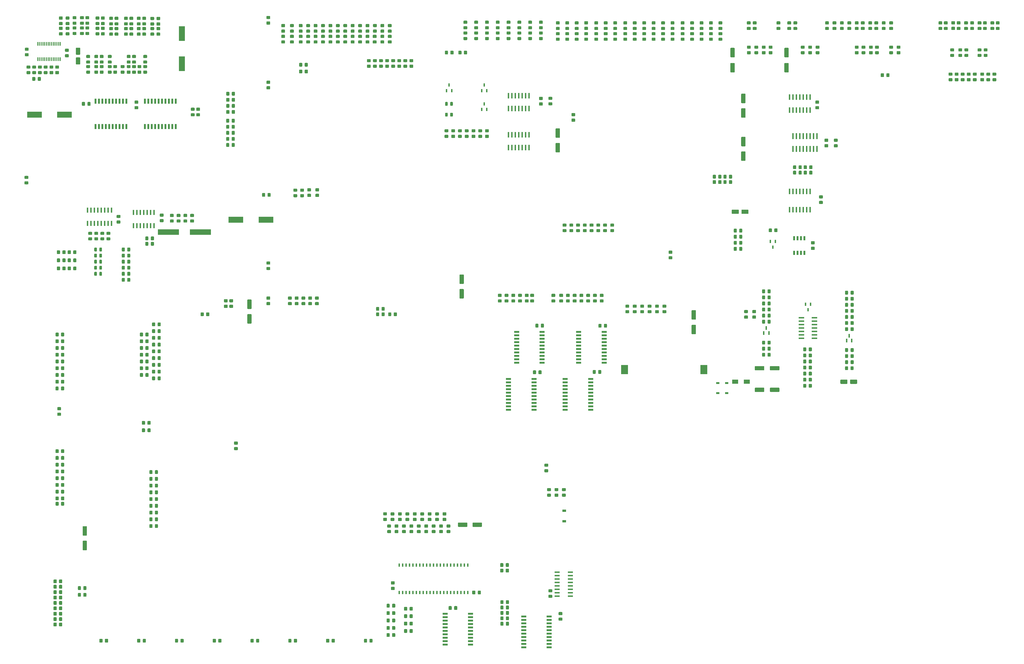
<source format=gbr>
G04 #@! TF.GenerationSoftware,KiCad,Pcbnew,5.1.2-f72e74a~84~ubuntu16.04.1*
G04 #@! TF.CreationDate,2019-08-17T19:51:01+10:00*
G04 #@! TF.ProjectId,SMD500,534d4435-3030-42e6-9b69-6361645f7063,rev?*
G04 #@! TF.SameCoordinates,Original*
G04 #@! TF.FileFunction,Paste,Top*
G04 #@! TF.FilePolarity,Positive*
%FSLAX46Y46*%
G04 Gerber Fmt 4.6, Leading zero omitted, Abs format (unit mm)*
G04 Created by KiCad (PCBNEW 5.1.2-f72e74a~84~ubuntu16.04.1) date 2019-08-17 19:51:01*
%MOMM*%
%LPD*%
G04 APERTURE LIST*
%ADD10R,0.609600X2.057400*%
%ADD11C,0.100000*%
%ADD12C,1.150000*%
%ADD13R,0.650000X1.950000*%
%ADD14R,2.600000X3.500000*%
%ADD15R,0.558800X1.193800*%
%ADD16R,1.950000X0.650000*%
%ADD17R,1.400000X0.900000*%
%ADD18R,5.500000X2.200000*%
%ADD19R,1.250000X0.750000*%
%ADD20R,7.875000X2.000000*%
%ADD21R,0.355600X1.473200*%
%ADD22R,0.650000X1.525000*%
%ADD23R,0.558800X2.159000*%
%ADD24R,1.950000X0.700000*%
%ADD25R,0.558800X1.981200*%
%ADD26R,1.955800X0.533400*%
%ADD27R,0.558800X2.184400*%
%ADD28R,2.057400X0.609600*%
%ADD29R,0.600000X1.300000*%
%ADD30R,0.558800X1.320800*%
%ADD31C,0.975000*%
%ADD32R,2.209800X1.574800*%
%ADD33C,1.600000*%
%ADD34R,2.200000X5.500000*%
G04 APERTURE END LIST*
D10*
X191620000Y-49750000D03*
X190350000Y-49750000D03*
X189080000Y-49750000D03*
X187810000Y-49750000D03*
X186540000Y-49750000D03*
X185270000Y-49750000D03*
X184000000Y-49750000D03*
X184000000Y-44949400D03*
X185270000Y-44949400D03*
X186540000Y-44949400D03*
X187810000Y-44949400D03*
X189080000Y-44949400D03*
X190350000Y-44949400D03*
X191620000Y-44949400D03*
D11*
G36*
X21099505Y-21476204D02*
G01*
X21123773Y-21479804D01*
X21147572Y-21485765D01*
X21170671Y-21494030D01*
X21192850Y-21504520D01*
X21213893Y-21517132D01*
X21233599Y-21531747D01*
X21251777Y-21548223D01*
X21268253Y-21566401D01*
X21282868Y-21586107D01*
X21295480Y-21607150D01*
X21305970Y-21629329D01*
X21314235Y-21652428D01*
X21320196Y-21676227D01*
X21323796Y-21700495D01*
X21325000Y-21724999D01*
X21325000Y-22375001D01*
X21323796Y-22399505D01*
X21320196Y-22423773D01*
X21314235Y-22447572D01*
X21305970Y-22470671D01*
X21295480Y-22492850D01*
X21282868Y-22513893D01*
X21268253Y-22533599D01*
X21251777Y-22551777D01*
X21233599Y-22568253D01*
X21213893Y-22582868D01*
X21192850Y-22595480D01*
X21170671Y-22605970D01*
X21147572Y-22614235D01*
X21123773Y-22620196D01*
X21099505Y-22623796D01*
X21075001Y-22625000D01*
X20174999Y-22625000D01*
X20150495Y-22623796D01*
X20126227Y-22620196D01*
X20102428Y-22614235D01*
X20079329Y-22605970D01*
X20057150Y-22595480D01*
X20036107Y-22582868D01*
X20016401Y-22568253D01*
X19998223Y-22551777D01*
X19981747Y-22533599D01*
X19967132Y-22513893D01*
X19954520Y-22492850D01*
X19944030Y-22470671D01*
X19935765Y-22447572D01*
X19929804Y-22423773D01*
X19926204Y-22399505D01*
X19925000Y-22375001D01*
X19925000Y-21724999D01*
X19926204Y-21700495D01*
X19929804Y-21676227D01*
X19935765Y-21652428D01*
X19944030Y-21629329D01*
X19954520Y-21607150D01*
X19967132Y-21586107D01*
X19981747Y-21566401D01*
X19998223Y-21548223D01*
X20016401Y-21531747D01*
X20036107Y-21517132D01*
X20057150Y-21504520D01*
X20079329Y-21494030D01*
X20102428Y-21485765D01*
X20126227Y-21479804D01*
X20150495Y-21476204D01*
X20174999Y-21475000D01*
X21075001Y-21475000D01*
X21099505Y-21476204D01*
X21099505Y-21476204D01*
G37*
D12*
X20625000Y-22050000D03*
D11*
G36*
X21099505Y-19426204D02*
G01*
X21123773Y-19429804D01*
X21147572Y-19435765D01*
X21170671Y-19444030D01*
X21192850Y-19454520D01*
X21213893Y-19467132D01*
X21233599Y-19481747D01*
X21251777Y-19498223D01*
X21268253Y-19516401D01*
X21282868Y-19536107D01*
X21295480Y-19557150D01*
X21305970Y-19579329D01*
X21314235Y-19602428D01*
X21320196Y-19626227D01*
X21323796Y-19650495D01*
X21325000Y-19674999D01*
X21325000Y-20325001D01*
X21323796Y-20349505D01*
X21320196Y-20373773D01*
X21314235Y-20397572D01*
X21305970Y-20420671D01*
X21295480Y-20442850D01*
X21282868Y-20463893D01*
X21268253Y-20483599D01*
X21251777Y-20501777D01*
X21233599Y-20518253D01*
X21213893Y-20532868D01*
X21192850Y-20545480D01*
X21170671Y-20555970D01*
X21147572Y-20564235D01*
X21123773Y-20570196D01*
X21099505Y-20573796D01*
X21075001Y-20575000D01*
X20174999Y-20575000D01*
X20150495Y-20573796D01*
X20126227Y-20570196D01*
X20102428Y-20564235D01*
X20079329Y-20555970D01*
X20057150Y-20545480D01*
X20036107Y-20532868D01*
X20016401Y-20518253D01*
X19998223Y-20501777D01*
X19981747Y-20483599D01*
X19967132Y-20463893D01*
X19954520Y-20442850D01*
X19944030Y-20420671D01*
X19935765Y-20397572D01*
X19929804Y-20373773D01*
X19926204Y-20349505D01*
X19925000Y-20325001D01*
X19925000Y-19674999D01*
X19926204Y-19650495D01*
X19929804Y-19626227D01*
X19935765Y-19602428D01*
X19944030Y-19579329D01*
X19954520Y-19557150D01*
X19967132Y-19536107D01*
X19981747Y-19516401D01*
X19998223Y-19498223D01*
X20016401Y-19481747D01*
X20036107Y-19467132D01*
X20057150Y-19454520D01*
X20079329Y-19444030D01*
X20102428Y-19435765D01*
X20126227Y-19429804D01*
X20150495Y-19426204D01*
X20174999Y-19425000D01*
X21075001Y-19425000D01*
X21099505Y-19426204D01*
X21099505Y-19426204D01*
G37*
D12*
X20625000Y-20000000D03*
D13*
X49250000Y-56450000D03*
X50520000Y-56450000D03*
X51790000Y-56450000D03*
X53060000Y-56450000D03*
X54330000Y-56450000D03*
X55600000Y-56450000D03*
X56870000Y-56450000D03*
X58140000Y-56450000D03*
X59410000Y-56450000D03*
X60680000Y-56450000D03*
X60680000Y-47000000D03*
X59410000Y-47000000D03*
X58140000Y-47000000D03*
X56870000Y-47000000D03*
X55600000Y-47000000D03*
X54330000Y-47000000D03*
X53060000Y-47000000D03*
X51790000Y-47000000D03*
X50520000Y-47000000D03*
X49250000Y-47000000D03*
D14*
X227000000Y-146500000D03*
X256400000Y-146500000D03*
D15*
X143500000Y-229134600D03*
X144770000Y-229134600D03*
X146040000Y-229134600D03*
X147310000Y-229134600D03*
X148580000Y-229134600D03*
X149850000Y-229134600D03*
X151120000Y-229134600D03*
X152390000Y-229134600D03*
X153660000Y-229134600D03*
X154930000Y-229134600D03*
X156200000Y-229134600D03*
X157470000Y-229134600D03*
X158740000Y-229134600D03*
X160010000Y-229134600D03*
X161280000Y-229134600D03*
X162550000Y-229134600D03*
X163820000Y-229134600D03*
X165090000Y-229134600D03*
X166360000Y-229134600D03*
X167630000Y-229134600D03*
X168900000Y-229134600D03*
X168900000Y-219000000D03*
X167630000Y-219000000D03*
X166360000Y-219000000D03*
X165090000Y-219000000D03*
X163820000Y-219000000D03*
X162550000Y-219000000D03*
X161280000Y-219000000D03*
X160010000Y-219000000D03*
X158740000Y-219000000D03*
X157470000Y-219000000D03*
X156200000Y-219000000D03*
X154930000Y-219000000D03*
X153660000Y-219000000D03*
X152390000Y-219000000D03*
X151120000Y-219000000D03*
X149850000Y-219000000D03*
X148580000Y-219000000D03*
X147310000Y-219000000D03*
X146040000Y-219000000D03*
X144770000Y-219000000D03*
X143500000Y-219000000D03*
D16*
X184000000Y-150000000D03*
X184000000Y-151270000D03*
X184000000Y-152540000D03*
X184000000Y-153810000D03*
X184000000Y-155080000D03*
X184000000Y-156350000D03*
X184000000Y-157620000D03*
X184000000Y-158890000D03*
X184000000Y-160160000D03*
X184000000Y-161430000D03*
X193450000Y-161430000D03*
X193450000Y-160160000D03*
X193450000Y-158890000D03*
X193450000Y-157620000D03*
X193450000Y-156350000D03*
X193450000Y-155080000D03*
X193450000Y-153810000D03*
X193450000Y-152540000D03*
X193450000Y-151270000D03*
X193450000Y-150000000D03*
X187000000Y-132500000D03*
X187000000Y-133770000D03*
X187000000Y-135040000D03*
X187000000Y-136310000D03*
X187000000Y-137580000D03*
X187000000Y-138850000D03*
X187000000Y-140120000D03*
X187000000Y-141390000D03*
X187000000Y-142660000D03*
X187000000Y-143930000D03*
X196450000Y-143930000D03*
X196450000Y-142660000D03*
X196450000Y-141390000D03*
X196450000Y-140120000D03*
X196450000Y-138850000D03*
X196450000Y-137580000D03*
X196450000Y-136310000D03*
X196450000Y-135040000D03*
X196450000Y-133770000D03*
X196450000Y-132500000D03*
D17*
X204625000Y-198850000D03*
X204625000Y-202750000D03*
D18*
X19475000Y-52000000D03*
X8375000Y-52000000D03*
D19*
X264800000Y-151500000D03*
X261500000Y-151500000D03*
D20*
X58000000Y-95500000D03*
X69875000Y-95500000D03*
D21*
X9525000Y-31444400D03*
X10175001Y-31444400D03*
X10825000Y-31444400D03*
X11475001Y-31444400D03*
X12124999Y-31444400D03*
X12775001Y-31444400D03*
X13424999Y-31444400D03*
X14074998Y-31444400D03*
X14724999Y-31444400D03*
X15374998Y-31444400D03*
X16024999Y-31444400D03*
X16674998Y-31444400D03*
X17324999Y-31444400D03*
X17974998Y-31444400D03*
X17975000Y-25805600D03*
X17324999Y-25805600D03*
X16675000Y-25805600D03*
X16024999Y-25805600D03*
X15375001Y-25805600D03*
X14724999Y-25805600D03*
X14075001Y-25805600D03*
X13424999Y-25805600D03*
X12775001Y-25805600D03*
X12124999Y-25805600D03*
X11475001Y-25805600D03*
X10825000Y-25805600D03*
X10175001Y-25805600D03*
X9525000Y-25805600D03*
D22*
X293655000Y-97788000D03*
X292385000Y-97788000D03*
X291115000Y-97788000D03*
X289845000Y-97788000D03*
X289845000Y-103212000D03*
X291115000Y-103212000D03*
X292385000Y-103212000D03*
X293655000Y-103212000D03*
D13*
X31000000Y-56450000D03*
X32270000Y-56450000D03*
X33540000Y-56450000D03*
X34810000Y-56450000D03*
X36080000Y-56450000D03*
X37350000Y-56450000D03*
X38620000Y-56450000D03*
X39890000Y-56450000D03*
X41160000Y-56450000D03*
X42430000Y-56450000D03*
X42430000Y-47000000D03*
X41160000Y-47000000D03*
X39890000Y-47000000D03*
X38620000Y-47000000D03*
X37350000Y-47000000D03*
X36080000Y-47000000D03*
X34810000Y-47000000D03*
X33540000Y-47000000D03*
X32270000Y-47000000D03*
X31000000Y-47000000D03*
D10*
X191620000Y-64250000D03*
X190350000Y-64250000D03*
X189080000Y-64250000D03*
X187810000Y-64250000D03*
X186540000Y-64250000D03*
X185270000Y-64250000D03*
X184000000Y-64250000D03*
X184000000Y-59449400D03*
X185270000Y-59449400D03*
X186540000Y-59449400D03*
X187810000Y-59449400D03*
X189080000Y-59449400D03*
X190350000Y-59449400D03*
X191620000Y-59449400D03*
D23*
X295750000Y-80500000D03*
X294480000Y-80500000D03*
X293210000Y-80500000D03*
X291940000Y-80500000D03*
X290670000Y-80500000D03*
X289400000Y-80500000D03*
X288130000Y-80500000D03*
X288130000Y-87256400D03*
X289400000Y-87256400D03*
X290670000Y-87256400D03*
X291940000Y-87256400D03*
X293210000Y-87256400D03*
X294480000Y-87256400D03*
X295750000Y-87256400D03*
D10*
X295750000Y-50300600D03*
X294480000Y-50300600D03*
X293210000Y-50300600D03*
X291940000Y-50300600D03*
X290670000Y-50300600D03*
X289400000Y-50300600D03*
X288130000Y-50300600D03*
X288130000Y-45500000D03*
X289400000Y-45500000D03*
X290670000Y-45500000D03*
X291940000Y-45500000D03*
X293210000Y-45500000D03*
X294480000Y-45500000D03*
X295750000Y-45500000D03*
D24*
X189625000Y-238000000D03*
X189625000Y-239270000D03*
X189625000Y-240540000D03*
X189625000Y-241810000D03*
X189625000Y-243080000D03*
X189625000Y-244350000D03*
X189625000Y-245620000D03*
X189625000Y-246890000D03*
X189625000Y-248160000D03*
X189625000Y-249430000D03*
X199075000Y-249430000D03*
X199075000Y-248160000D03*
X199075000Y-246890000D03*
X199075000Y-245620000D03*
X199075000Y-244350000D03*
X199075000Y-243080000D03*
X199075000Y-241810000D03*
X199075000Y-240540000D03*
X199075000Y-239270000D03*
X199075000Y-238000000D03*
D16*
X160500000Y-237000000D03*
X160500000Y-238270000D03*
X160500000Y-239540000D03*
X160500000Y-240810000D03*
X160500000Y-242080000D03*
X160500000Y-243350000D03*
X160500000Y-244620000D03*
X160500000Y-245890000D03*
X160500000Y-247160000D03*
X160500000Y-248430000D03*
X169950000Y-248430000D03*
X169950000Y-247160000D03*
X169950000Y-245890000D03*
X169950000Y-244620000D03*
X169950000Y-243350000D03*
X169950000Y-242080000D03*
X169950000Y-240810000D03*
X169950000Y-239540000D03*
X169950000Y-238270000D03*
X169950000Y-237000000D03*
D25*
X52620000Y-88250000D03*
X51350000Y-88250000D03*
X50080000Y-88250000D03*
X48810000Y-88250000D03*
X47540000Y-88250000D03*
X46270000Y-88250000D03*
X45000000Y-88250000D03*
X45000000Y-93177600D03*
X46270000Y-93177600D03*
X47540000Y-93177600D03*
X48810000Y-93177600D03*
X50080000Y-93177600D03*
X51350000Y-93177600D03*
X52620000Y-93177600D03*
X36890000Y-87375000D03*
X35620000Y-87375000D03*
X34350000Y-87375000D03*
X33080000Y-87375000D03*
X31810000Y-87375000D03*
X30540000Y-87375000D03*
X29270000Y-87375000D03*
X28000000Y-87375000D03*
X28000000Y-92302600D03*
X29270000Y-92302600D03*
X30540000Y-92302600D03*
X31810000Y-92302600D03*
X33080000Y-92302600D03*
X34350000Y-92302600D03*
X35620000Y-92302600D03*
X36890000Y-92302600D03*
D26*
X202000000Y-221610000D03*
X202000000Y-222880000D03*
X202000000Y-224150000D03*
X202000000Y-225420000D03*
X202000000Y-226690000D03*
X202000000Y-227960000D03*
X202000000Y-229230000D03*
X202000000Y-230500000D03*
X206953000Y-230500000D03*
X206953000Y-229230000D03*
X206953000Y-227960000D03*
X206953000Y-226690000D03*
X206953000Y-225420000D03*
X206953000Y-224150000D03*
X206953000Y-222880000D03*
X206953000Y-221610000D03*
D27*
X298290000Y-60000000D03*
X297020000Y-60000000D03*
X295750000Y-60000000D03*
X294480000Y-60000000D03*
X293210000Y-60000000D03*
X291940000Y-60000000D03*
X290670000Y-60000000D03*
X289400000Y-60000000D03*
X289400000Y-64724400D03*
X290670000Y-64724400D03*
X291940000Y-64724400D03*
X293210000Y-64724400D03*
X294480000Y-64724400D03*
X295750000Y-64724400D03*
X297020000Y-64724400D03*
X298290000Y-64724400D03*
D28*
X297300600Y-127250000D03*
X297300600Y-128520000D03*
X297300600Y-129790000D03*
X297300600Y-131060000D03*
X297300600Y-132330000D03*
X297300600Y-133600000D03*
X297300600Y-134870000D03*
X292500000Y-134870000D03*
X292500000Y-133600000D03*
X292500000Y-132330000D03*
X292500000Y-131060000D03*
X292500000Y-129790000D03*
X292500000Y-128520000D03*
X292500000Y-127250000D03*
D16*
X205000000Y-150000000D03*
X205000000Y-151270000D03*
X205000000Y-152540000D03*
X205000000Y-153810000D03*
X205000000Y-155080000D03*
X205000000Y-156350000D03*
X205000000Y-157620000D03*
X205000000Y-158890000D03*
X205000000Y-160160000D03*
X205000000Y-161430000D03*
X214450000Y-161430000D03*
X214450000Y-160160000D03*
X214450000Y-158890000D03*
X214450000Y-157620000D03*
X214450000Y-156350000D03*
X214450000Y-155080000D03*
X214450000Y-153810000D03*
X214450000Y-152540000D03*
X214450000Y-151270000D03*
X214450000Y-150000000D03*
X210000000Y-132500000D03*
X210000000Y-133770000D03*
X210000000Y-135040000D03*
X210000000Y-136310000D03*
X210000000Y-137580000D03*
X210000000Y-138850000D03*
X210000000Y-140120000D03*
X210000000Y-141390000D03*
X210000000Y-142660000D03*
X210000000Y-143930000D03*
X219450000Y-143930000D03*
X219450000Y-142660000D03*
X219450000Y-141390000D03*
X219450000Y-140120000D03*
X219450000Y-138850000D03*
X219450000Y-137580000D03*
X219450000Y-136310000D03*
X219450000Y-135040000D03*
X219450000Y-133770000D03*
X219450000Y-132500000D03*
D11*
G36*
X137224505Y-33476204D02*
G01*
X137248773Y-33479804D01*
X137272572Y-33485765D01*
X137295671Y-33494030D01*
X137317850Y-33504520D01*
X137338893Y-33517132D01*
X137358599Y-33531747D01*
X137376777Y-33548223D01*
X137393253Y-33566401D01*
X137407868Y-33586107D01*
X137420480Y-33607150D01*
X137430970Y-33629329D01*
X137439235Y-33652428D01*
X137445196Y-33676227D01*
X137448796Y-33700495D01*
X137450000Y-33724999D01*
X137450000Y-34375001D01*
X137448796Y-34399505D01*
X137445196Y-34423773D01*
X137439235Y-34447572D01*
X137430970Y-34470671D01*
X137420480Y-34492850D01*
X137407868Y-34513893D01*
X137393253Y-34533599D01*
X137376777Y-34551777D01*
X137358599Y-34568253D01*
X137338893Y-34582868D01*
X137317850Y-34595480D01*
X137295671Y-34605970D01*
X137272572Y-34614235D01*
X137248773Y-34620196D01*
X137224505Y-34623796D01*
X137200001Y-34625000D01*
X136299999Y-34625000D01*
X136275495Y-34623796D01*
X136251227Y-34620196D01*
X136227428Y-34614235D01*
X136204329Y-34605970D01*
X136182150Y-34595480D01*
X136161107Y-34582868D01*
X136141401Y-34568253D01*
X136123223Y-34551777D01*
X136106747Y-34533599D01*
X136092132Y-34513893D01*
X136079520Y-34492850D01*
X136069030Y-34470671D01*
X136060765Y-34447572D01*
X136054804Y-34423773D01*
X136051204Y-34399505D01*
X136050000Y-34375001D01*
X136050000Y-33724999D01*
X136051204Y-33700495D01*
X136054804Y-33676227D01*
X136060765Y-33652428D01*
X136069030Y-33629329D01*
X136079520Y-33607150D01*
X136092132Y-33586107D01*
X136106747Y-33566401D01*
X136123223Y-33548223D01*
X136141401Y-33531747D01*
X136161107Y-33517132D01*
X136182150Y-33504520D01*
X136204329Y-33494030D01*
X136227428Y-33485765D01*
X136251227Y-33479804D01*
X136275495Y-33476204D01*
X136299999Y-33475000D01*
X137200001Y-33475000D01*
X137224505Y-33476204D01*
X137224505Y-33476204D01*
G37*
D12*
X136750000Y-34050000D03*
D11*
G36*
X137224505Y-31426204D02*
G01*
X137248773Y-31429804D01*
X137272572Y-31435765D01*
X137295671Y-31444030D01*
X137317850Y-31454520D01*
X137338893Y-31467132D01*
X137358599Y-31481747D01*
X137376777Y-31498223D01*
X137393253Y-31516401D01*
X137407868Y-31536107D01*
X137420480Y-31557150D01*
X137430970Y-31579329D01*
X137439235Y-31602428D01*
X137445196Y-31626227D01*
X137448796Y-31650495D01*
X137450000Y-31674999D01*
X137450000Y-32325001D01*
X137448796Y-32349505D01*
X137445196Y-32373773D01*
X137439235Y-32397572D01*
X137430970Y-32420671D01*
X137420480Y-32442850D01*
X137407868Y-32463893D01*
X137393253Y-32483599D01*
X137376777Y-32501777D01*
X137358599Y-32518253D01*
X137338893Y-32532868D01*
X137317850Y-32545480D01*
X137295671Y-32555970D01*
X137272572Y-32564235D01*
X137248773Y-32570196D01*
X137224505Y-32573796D01*
X137200001Y-32575000D01*
X136299999Y-32575000D01*
X136275495Y-32573796D01*
X136251227Y-32570196D01*
X136227428Y-32564235D01*
X136204329Y-32555970D01*
X136182150Y-32545480D01*
X136161107Y-32532868D01*
X136141401Y-32518253D01*
X136123223Y-32501777D01*
X136106747Y-32483599D01*
X136092132Y-32463893D01*
X136079520Y-32442850D01*
X136069030Y-32420671D01*
X136060765Y-32397572D01*
X136054804Y-32373773D01*
X136051204Y-32349505D01*
X136050000Y-32325001D01*
X136050000Y-31674999D01*
X136051204Y-31650495D01*
X136054804Y-31626227D01*
X136060765Y-31602428D01*
X136069030Y-31579329D01*
X136079520Y-31557150D01*
X136092132Y-31536107D01*
X136106747Y-31516401D01*
X136123223Y-31498223D01*
X136141401Y-31481747D01*
X136161107Y-31467132D01*
X136182150Y-31454520D01*
X136204329Y-31444030D01*
X136227428Y-31435765D01*
X136251227Y-31429804D01*
X136275495Y-31426204D01*
X136299999Y-31425000D01*
X137200001Y-31425000D01*
X137224505Y-31426204D01*
X137224505Y-31426204D01*
G37*
D12*
X136750000Y-32000000D03*
D11*
G36*
X139474505Y-33476204D02*
G01*
X139498773Y-33479804D01*
X139522572Y-33485765D01*
X139545671Y-33494030D01*
X139567850Y-33504520D01*
X139588893Y-33517132D01*
X139608599Y-33531747D01*
X139626777Y-33548223D01*
X139643253Y-33566401D01*
X139657868Y-33586107D01*
X139670480Y-33607150D01*
X139680970Y-33629329D01*
X139689235Y-33652428D01*
X139695196Y-33676227D01*
X139698796Y-33700495D01*
X139700000Y-33724999D01*
X139700000Y-34375001D01*
X139698796Y-34399505D01*
X139695196Y-34423773D01*
X139689235Y-34447572D01*
X139680970Y-34470671D01*
X139670480Y-34492850D01*
X139657868Y-34513893D01*
X139643253Y-34533599D01*
X139626777Y-34551777D01*
X139608599Y-34568253D01*
X139588893Y-34582868D01*
X139567850Y-34595480D01*
X139545671Y-34605970D01*
X139522572Y-34614235D01*
X139498773Y-34620196D01*
X139474505Y-34623796D01*
X139450001Y-34625000D01*
X138549999Y-34625000D01*
X138525495Y-34623796D01*
X138501227Y-34620196D01*
X138477428Y-34614235D01*
X138454329Y-34605970D01*
X138432150Y-34595480D01*
X138411107Y-34582868D01*
X138391401Y-34568253D01*
X138373223Y-34551777D01*
X138356747Y-34533599D01*
X138342132Y-34513893D01*
X138329520Y-34492850D01*
X138319030Y-34470671D01*
X138310765Y-34447572D01*
X138304804Y-34423773D01*
X138301204Y-34399505D01*
X138300000Y-34375001D01*
X138300000Y-33724999D01*
X138301204Y-33700495D01*
X138304804Y-33676227D01*
X138310765Y-33652428D01*
X138319030Y-33629329D01*
X138329520Y-33607150D01*
X138342132Y-33586107D01*
X138356747Y-33566401D01*
X138373223Y-33548223D01*
X138391401Y-33531747D01*
X138411107Y-33517132D01*
X138432150Y-33504520D01*
X138454329Y-33494030D01*
X138477428Y-33485765D01*
X138501227Y-33479804D01*
X138525495Y-33476204D01*
X138549999Y-33475000D01*
X139450001Y-33475000D01*
X139474505Y-33476204D01*
X139474505Y-33476204D01*
G37*
D12*
X139000000Y-34050000D03*
D11*
G36*
X139474505Y-31426204D02*
G01*
X139498773Y-31429804D01*
X139522572Y-31435765D01*
X139545671Y-31444030D01*
X139567850Y-31454520D01*
X139588893Y-31467132D01*
X139608599Y-31481747D01*
X139626777Y-31498223D01*
X139643253Y-31516401D01*
X139657868Y-31536107D01*
X139670480Y-31557150D01*
X139680970Y-31579329D01*
X139689235Y-31602428D01*
X139695196Y-31626227D01*
X139698796Y-31650495D01*
X139700000Y-31674999D01*
X139700000Y-32325001D01*
X139698796Y-32349505D01*
X139695196Y-32373773D01*
X139689235Y-32397572D01*
X139680970Y-32420671D01*
X139670480Y-32442850D01*
X139657868Y-32463893D01*
X139643253Y-32483599D01*
X139626777Y-32501777D01*
X139608599Y-32518253D01*
X139588893Y-32532868D01*
X139567850Y-32545480D01*
X139545671Y-32555970D01*
X139522572Y-32564235D01*
X139498773Y-32570196D01*
X139474505Y-32573796D01*
X139450001Y-32575000D01*
X138549999Y-32575000D01*
X138525495Y-32573796D01*
X138501227Y-32570196D01*
X138477428Y-32564235D01*
X138454329Y-32555970D01*
X138432150Y-32545480D01*
X138411107Y-32532868D01*
X138391401Y-32518253D01*
X138373223Y-32501777D01*
X138356747Y-32483599D01*
X138342132Y-32463893D01*
X138329520Y-32442850D01*
X138319030Y-32420671D01*
X138310765Y-32397572D01*
X138304804Y-32373773D01*
X138301204Y-32349505D01*
X138300000Y-32325001D01*
X138300000Y-31674999D01*
X138301204Y-31650495D01*
X138304804Y-31626227D01*
X138310765Y-31602428D01*
X138319030Y-31579329D01*
X138329520Y-31557150D01*
X138342132Y-31536107D01*
X138356747Y-31516401D01*
X138373223Y-31498223D01*
X138391401Y-31481747D01*
X138411107Y-31467132D01*
X138432150Y-31454520D01*
X138454329Y-31444030D01*
X138477428Y-31435765D01*
X138501227Y-31429804D01*
X138525495Y-31426204D01*
X138549999Y-31425000D01*
X139450001Y-31425000D01*
X139474505Y-31426204D01*
X139474505Y-31426204D01*
G37*
D12*
X139000000Y-32000000D03*
D11*
G36*
X134974505Y-33476204D02*
G01*
X134998773Y-33479804D01*
X135022572Y-33485765D01*
X135045671Y-33494030D01*
X135067850Y-33504520D01*
X135088893Y-33517132D01*
X135108599Y-33531747D01*
X135126777Y-33548223D01*
X135143253Y-33566401D01*
X135157868Y-33586107D01*
X135170480Y-33607150D01*
X135180970Y-33629329D01*
X135189235Y-33652428D01*
X135195196Y-33676227D01*
X135198796Y-33700495D01*
X135200000Y-33724999D01*
X135200000Y-34375001D01*
X135198796Y-34399505D01*
X135195196Y-34423773D01*
X135189235Y-34447572D01*
X135180970Y-34470671D01*
X135170480Y-34492850D01*
X135157868Y-34513893D01*
X135143253Y-34533599D01*
X135126777Y-34551777D01*
X135108599Y-34568253D01*
X135088893Y-34582868D01*
X135067850Y-34595480D01*
X135045671Y-34605970D01*
X135022572Y-34614235D01*
X134998773Y-34620196D01*
X134974505Y-34623796D01*
X134950001Y-34625000D01*
X134049999Y-34625000D01*
X134025495Y-34623796D01*
X134001227Y-34620196D01*
X133977428Y-34614235D01*
X133954329Y-34605970D01*
X133932150Y-34595480D01*
X133911107Y-34582868D01*
X133891401Y-34568253D01*
X133873223Y-34551777D01*
X133856747Y-34533599D01*
X133842132Y-34513893D01*
X133829520Y-34492850D01*
X133819030Y-34470671D01*
X133810765Y-34447572D01*
X133804804Y-34423773D01*
X133801204Y-34399505D01*
X133800000Y-34375001D01*
X133800000Y-33724999D01*
X133801204Y-33700495D01*
X133804804Y-33676227D01*
X133810765Y-33652428D01*
X133819030Y-33629329D01*
X133829520Y-33607150D01*
X133842132Y-33586107D01*
X133856747Y-33566401D01*
X133873223Y-33548223D01*
X133891401Y-33531747D01*
X133911107Y-33517132D01*
X133932150Y-33504520D01*
X133954329Y-33494030D01*
X133977428Y-33485765D01*
X134001227Y-33479804D01*
X134025495Y-33476204D01*
X134049999Y-33475000D01*
X134950001Y-33475000D01*
X134974505Y-33476204D01*
X134974505Y-33476204D01*
G37*
D12*
X134500000Y-34050000D03*
D11*
G36*
X134974505Y-31426204D02*
G01*
X134998773Y-31429804D01*
X135022572Y-31435765D01*
X135045671Y-31444030D01*
X135067850Y-31454520D01*
X135088893Y-31467132D01*
X135108599Y-31481747D01*
X135126777Y-31498223D01*
X135143253Y-31516401D01*
X135157868Y-31536107D01*
X135170480Y-31557150D01*
X135180970Y-31579329D01*
X135189235Y-31602428D01*
X135195196Y-31626227D01*
X135198796Y-31650495D01*
X135200000Y-31674999D01*
X135200000Y-32325001D01*
X135198796Y-32349505D01*
X135195196Y-32373773D01*
X135189235Y-32397572D01*
X135180970Y-32420671D01*
X135170480Y-32442850D01*
X135157868Y-32463893D01*
X135143253Y-32483599D01*
X135126777Y-32501777D01*
X135108599Y-32518253D01*
X135088893Y-32532868D01*
X135067850Y-32545480D01*
X135045671Y-32555970D01*
X135022572Y-32564235D01*
X134998773Y-32570196D01*
X134974505Y-32573796D01*
X134950001Y-32575000D01*
X134049999Y-32575000D01*
X134025495Y-32573796D01*
X134001227Y-32570196D01*
X133977428Y-32564235D01*
X133954329Y-32555970D01*
X133932150Y-32545480D01*
X133911107Y-32532868D01*
X133891401Y-32518253D01*
X133873223Y-32501777D01*
X133856747Y-32483599D01*
X133842132Y-32463893D01*
X133829520Y-32442850D01*
X133819030Y-32420671D01*
X133810765Y-32397572D01*
X133804804Y-32373773D01*
X133801204Y-32349505D01*
X133800000Y-32325001D01*
X133800000Y-31674999D01*
X133801204Y-31650495D01*
X133804804Y-31626227D01*
X133810765Y-31602428D01*
X133819030Y-31579329D01*
X133829520Y-31557150D01*
X133842132Y-31536107D01*
X133856747Y-31516401D01*
X133873223Y-31498223D01*
X133891401Y-31481747D01*
X133911107Y-31467132D01*
X133932150Y-31454520D01*
X133954329Y-31444030D01*
X133977428Y-31435765D01*
X134001227Y-31429804D01*
X134025495Y-31426204D01*
X134049999Y-31425000D01*
X134950001Y-31425000D01*
X134974505Y-31426204D01*
X134974505Y-31426204D01*
G37*
D12*
X134500000Y-32000000D03*
D11*
G36*
X148474505Y-31426204D02*
G01*
X148498773Y-31429804D01*
X148522572Y-31435765D01*
X148545671Y-31444030D01*
X148567850Y-31454520D01*
X148588893Y-31467132D01*
X148608599Y-31481747D01*
X148626777Y-31498223D01*
X148643253Y-31516401D01*
X148657868Y-31536107D01*
X148670480Y-31557150D01*
X148680970Y-31579329D01*
X148689235Y-31602428D01*
X148695196Y-31626227D01*
X148698796Y-31650495D01*
X148700000Y-31674999D01*
X148700000Y-32325001D01*
X148698796Y-32349505D01*
X148695196Y-32373773D01*
X148689235Y-32397572D01*
X148680970Y-32420671D01*
X148670480Y-32442850D01*
X148657868Y-32463893D01*
X148643253Y-32483599D01*
X148626777Y-32501777D01*
X148608599Y-32518253D01*
X148588893Y-32532868D01*
X148567850Y-32545480D01*
X148545671Y-32555970D01*
X148522572Y-32564235D01*
X148498773Y-32570196D01*
X148474505Y-32573796D01*
X148450001Y-32575000D01*
X147549999Y-32575000D01*
X147525495Y-32573796D01*
X147501227Y-32570196D01*
X147477428Y-32564235D01*
X147454329Y-32555970D01*
X147432150Y-32545480D01*
X147411107Y-32532868D01*
X147391401Y-32518253D01*
X147373223Y-32501777D01*
X147356747Y-32483599D01*
X147342132Y-32463893D01*
X147329520Y-32442850D01*
X147319030Y-32420671D01*
X147310765Y-32397572D01*
X147304804Y-32373773D01*
X147301204Y-32349505D01*
X147300000Y-32325001D01*
X147300000Y-31674999D01*
X147301204Y-31650495D01*
X147304804Y-31626227D01*
X147310765Y-31602428D01*
X147319030Y-31579329D01*
X147329520Y-31557150D01*
X147342132Y-31536107D01*
X147356747Y-31516401D01*
X147373223Y-31498223D01*
X147391401Y-31481747D01*
X147411107Y-31467132D01*
X147432150Y-31454520D01*
X147454329Y-31444030D01*
X147477428Y-31435765D01*
X147501227Y-31429804D01*
X147525495Y-31426204D01*
X147549999Y-31425000D01*
X148450001Y-31425000D01*
X148474505Y-31426204D01*
X148474505Y-31426204D01*
G37*
D12*
X148000000Y-32000000D03*
D11*
G36*
X148474505Y-33476204D02*
G01*
X148498773Y-33479804D01*
X148522572Y-33485765D01*
X148545671Y-33494030D01*
X148567850Y-33504520D01*
X148588893Y-33517132D01*
X148608599Y-33531747D01*
X148626777Y-33548223D01*
X148643253Y-33566401D01*
X148657868Y-33586107D01*
X148670480Y-33607150D01*
X148680970Y-33629329D01*
X148689235Y-33652428D01*
X148695196Y-33676227D01*
X148698796Y-33700495D01*
X148700000Y-33724999D01*
X148700000Y-34375001D01*
X148698796Y-34399505D01*
X148695196Y-34423773D01*
X148689235Y-34447572D01*
X148680970Y-34470671D01*
X148670480Y-34492850D01*
X148657868Y-34513893D01*
X148643253Y-34533599D01*
X148626777Y-34551777D01*
X148608599Y-34568253D01*
X148588893Y-34582868D01*
X148567850Y-34595480D01*
X148545671Y-34605970D01*
X148522572Y-34614235D01*
X148498773Y-34620196D01*
X148474505Y-34623796D01*
X148450001Y-34625000D01*
X147549999Y-34625000D01*
X147525495Y-34623796D01*
X147501227Y-34620196D01*
X147477428Y-34614235D01*
X147454329Y-34605970D01*
X147432150Y-34595480D01*
X147411107Y-34582868D01*
X147391401Y-34568253D01*
X147373223Y-34551777D01*
X147356747Y-34533599D01*
X147342132Y-34513893D01*
X147329520Y-34492850D01*
X147319030Y-34470671D01*
X147310765Y-34447572D01*
X147304804Y-34423773D01*
X147301204Y-34399505D01*
X147300000Y-34375001D01*
X147300000Y-33724999D01*
X147301204Y-33700495D01*
X147304804Y-33676227D01*
X147310765Y-33652428D01*
X147319030Y-33629329D01*
X147329520Y-33607150D01*
X147342132Y-33586107D01*
X147356747Y-33566401D01*
X147373223Y-33548223D01*
X147391401Y-33531747D01*
X147411107Y-33517132D01*
X147432150Y-33504520D01*
X147454329Y-33494030D01*
X147477428Y-33485765D01*
X147501227Y-33479804D01*
X147525495Y-33476204D01*
X147549999Y-33475000D01*
X148450001Y-33475000D01*
X148474505Y-33476204D01*
X148474505Y-33476204D01*
G37*
D12*
X148000000Y-34050000D03*
D11*
G36*
X146224505Y-33476204D02*
G01*
X146248773Y-33479804D01*
X146272572Y-33485765D01*
X146295671Y-33494030D01*
X146317850Y-33504520D01*
X146338893Y-33517132D01*
X146358599Y-33531747D01*
X146376777Y-33548223D01*
X146393253Y-33566401D01*
X146407868Y-33586107D01*
X146420480Y-33607150D01*
X146430970Y-33629329D01*
X146439235Y-33652428D01*
X146445196Y-33676227D01*
X146448796Y-33700495D01*
X146450000Y-33724999D01*
X146450000Y-34375001D01*
X146448796Y-34399505D01*
X146445196Y-34423773D01*
X146439235Y-34447572D01*
X146430970Y-34470671D01*
X146420480Y-34492850D01*
X146407868Y-34513893D01*
X146393253Y-34533599D01*
X146376777Y-34551777D01*
X146358599Y-34568253D01*
X146338893Y-34582868D01*
X146317850Y-34595480D01*
X146295671Y-34605970D01*
X146272572Y-34614235D01*
X146248773Y-34620196D01*
X146224505Y-34623796D01*
X146200001Y-34625000D01*
X145299999Y-34625000D01*
X145275495Y-34623796D01*
X145251227Y-34620196D01*
X145227428Y-34614235D01*
X145204329Y-34605970D01*
X145182150Y-34595480D01*
X145161107Y-34582868D01*
X145141401Y-34568253D01*
X145123223Y-34551777D01*
X145106747Y-34533599D01*
X145092132Y-34513893D01*
X145079520Y-34492850D01*
X145069030Y-34470671D01*
X145060765Y-34447572D01*
X145054804Y-34423773D01*
X145051204Y-34399505D01*
X145050000Y-34375001D01*
X145050000Y-33724999D01*
X145051204Y-33700495D01*
X145054804Y-33676227D01*
X145060765Y-33652428D01*
X145069030Y-33629329D01*
X145079520Y-33607150D01*
X145092132Y-33586107D01*
X145106747Y-33566401D01*
X145123223Y-33548223D01*
X145141401Y-33531747D01*
X145161107Y-33517132D01*
X145182150Y-33504520D01*
X145204329Y-33494030D01*
X145227428Y-33485765D01*
X145251227Y-33479804D01*
X145275495Y-33476204D01*
X145299999Y-33475000D01*
X146200001Y-33475000D01*
X146224505Y-33476204D01*
X146224505Y-33476204D01*
G37*
D12*
X145750000Y-34050000D03*
D11*
G36*
X146224505Y-31426204D02*
G01*
X146248773Y-31429804D01*
X146272572Y-31435765D01*
X146295671Y-31444030D01*
X146317850Y-31454520D01*
X146338893Y-31467132D01*
X146358599Y-31481747D01*
X146376777Y-31498223D01*
X146393253Y-31516401D01*
X146407868Y-31536107D01*
X146420480Y-31557150D01*
X146430970Y-31579329D01*
X146439235Y-31602428D01*
X146445196Y-31626227D01*
X146448796Y-31650495D01*
X146450000Y-31674999D01*
X146450000Y-32325001D01*
X146448796Y-32349505D01*
X146445196Y-32373773D01*
X146439235Y-32397572D01*
X146430970Y-32420671D01*
X146420480Y-32442850D01*
X146407868Y-32463893D01*
X146393253Y-32483599D01*
X146376777Y-32501777D01*
X146358599Y-32518253D01*
X146338893Y-32532868D01*
X146317850Y-32545480D01*
X146295671Y-32555970D01*
X146272572Y-32564235D01*
X146248773Y-32570196D01*
X146224505Y-32573796D01*
X146200001Y-32575000D01*
X145299999Y-32575000D01*
X145275495Y-32573796D01*
X145251227Y-32570196D01*
X145227428Y-32564235D01*
X145204329Y-32555970D01*
X145182150Y-32545480D01*
X145161107Y-32532868D01*
X145141401Y-32518253D01*
X145123223Y-32501777D01*
X145106747Y-32483599D01*
X145092132Y-32463893D01*
X145079520Y-32442850D01*
X145069030Y-32420671D01*
X145060765Y-32397572D01*
X145054804Y-32373773D01*
X145051204Y-32349505D01*
X145050000Y-32325001D01*
X145050000Y-31674999D01*
X145051204Y-31650495D01*
X145054804Y-31626227D01*
X145060765Y-31602428D01*
X145069030Y-31579329D01*
X145079520Y-31557150D01*
X145092132Y-31536107D01*
X145106747Y-31516401D01*
X145123223Y-31498223D01*
X145141401Y-31481747D01*
X145161107Y-31467132D01*
X145182150Y-31454520D01*
X145204329Y-31444030D01*
X145227428Y-31435765D01*
X145251227Y-31429804D01*
X145275495Y-31426204D01*
X145299999Y-31425000D01*
X146200001Y-31425000D01*
X146224505Y-31426204D01*
X146224505Y-31426204D01*
G37*
D12*
X145750000Y-32000000D03*
D11*
G36*
X132724505Y-33476204D02*
G01*
X132748773Y-33479804D01*
X132772572Y-33485765D01*
X132795671Y-33494030D01*
X132817850Y-33504520D01*
X132838893Y-33517132D01*
X132858599Y-33531747D01*
X132876777Y-33548223D01*
X132893253Y-33566401D01*
X132907868Y-33586107D01*
X132920480Y-33607150D01*
X132930970Y-33629329D01*
X132939235Y-33652428D01*
X132945196Y-33676227D01*
X132948796Y-33700495D01*
X132950000Y-33724999D01*
X132950000Y-34375001D01*
X132948796Y-34399505D01*
X132945196Y-34423773D01*
X132939235Y-34447572D01*
X132930970Y-34470671D01*
X132920480Y-34492850D01*
X132907868Y-34513893D01*
X132893253Y-34533599D01*
X132876777Y-34551777D01*
X132858599Y-34568253D01*
X132838893Y-34582868D01*
X132817850Y-34595480D01*
X132795671Y-34605970D01*
X132772572Y-34614235D01*
X132748773Y-34620196D01*
X132724505Y-34623796D01*
X132700001Y-34625000D01*
X131799999Y-34625000D01*
X131775495Y-34623796D01*
X131751227Y-34620196D01*
X131727428Y-34614235D01*
X131704329Y-34605970D01*
X131682150Y-34595480D01*
X131661107Y-34582868D01*
X131641401Y-34568253D01*
X131623223Y-34551777D01*
X131606747Y-34533599D01*
X131592132Y-34513893D01*
X131579520Y-34492850D01*
X131569030Y-34470671D01*
X131560765Y-34447572D01*
X131554804Y-34423773D01*
X131551204Y-34399505D01*
X131550000Y-34375001D01*
X131550000Y-33724999D01*
X131551204Y-33700495D01*
X131554804Y-33676227D01*
X131560765Y-33652428D01*
X131569030Y-33629329D01*
X131579520Y-33607150D01*
X131592132Y-33586107D01*
X131606747Y-33566401D01*
X131623223Y-33548223D01*
X131641401Y-33531747D01*
X131661107Y-33517132D01*
X131682150Y-33504520D01*
X131704329Y-33494030D01*
X131727428Y-33485765D01*
X131751227Y-33479804D01*
X131775495Y-33476204D01*
X131799999Y-33475000D01*
X132700001Y-33475000D01*
X132724505Y-33476204D01*
X132724505Y-33476204D01*
G37*
D12*
X132250000Y-34050000D03*
D11*
G36*
X132724505Y-31426204D02*
G01*
X132748773Y-31429804D01*
X132772572Y-31435765D01*
X132795671Y-31444030D01*
X132817850Y-31454520D01*
X132838893Y-31467132D01*
X132858599Y-31481747D01*
X132876777Y-31498223D01*
X132893253Y-31516401D01*
X132907868Y-31536107D01*
X132920480Y-31557150D01*
X132930970Y-31579329D01*
X132939235Y-31602428D01*
X132945196Y-31626227D01*
X132948796Y-31650495D01*
X132950000Y-31674999D01*
X132950000Y-32325001D01*
X132948796Y-32349505D01*
X132945196Y-32373773D01*
X132939235Y-32397572D01*
X132930970Y-32420671D01*
X132920480Y-32442850D01*
X132907868Y-32463893D01*
X132893253Y-32483599D01*
X132876777Y-32501777D01*
X132858599Y-32518253D01*
X132838893Y-32532868D01*
X132817850Y-32545480D01*
X132795671Y-32555970D01*
X132772572Y-32564235D01*
X132748773Y-32570196D01*
X132724505Y-32573796D01*
X132700001Y-32575000D01*
X131799999Y-32575000D01*
X131775495Y-32573796D01*
X131751227Y-32570196D01*
X131727428Y-32564235D01*
X131704329Y-32555970D01*
X131682150Y-32545480D01*
X131661107Y-32532868D01*
X131641401Y-32518253D01*
X131623223Y-32501777D01*
X131606747Y-32483599D01*
X131592132Y-32463893D01*
X131579520Y-32442850D01*
X131569030Y-32420671D01*
X131560765Y-32397572D01*
X131554804Y-32373773D01*
X131551204Y-32349505D01*
X131550000Y-32325001D01*
X131550000Y-31674999D01*
X131551204Y-31650495D01*
X131554804Y-31626227D01*
X131560765Y-31602428D01*
X131569030Y-31579329D01*
X131579520Y-31557150D01*
X131592132Y-31536107D01*
X131606747Y-31516401D01*
X131623223Y-31498223D01*
X131641401Y-31481747D01*
X131661107Y-31467132D01*
X131682150Y-31454520D01*
X131704329Y-31444030D01*
X131727428Y-31435765D01*
X131751227Y-31429804D01*
X131775495Y-31426204D01*
X131799999Y-31425000D01*
X132700001Y-31425000D01*
X132724505Y-31426204D01*
X132724505Y-31426204D01*
G37*
D12*
X132250000Y-32000000D03*
D11*
G36*
X141724505Y-33476204D02*
G01*
X141748773Y-33479804D01*
X141772572Y-33485765D01*
X141795671Y-33494030D01*
X141817850Y-33504520D01*
X141838893Y-33517132D01*
X141858599Y-33531747D01*
X141876777Y-33548223D01*
X141893253Y-33566401D01*
X141907868Y-33586107D01*
X141920480Y-33607150D01*
X141930970Y-33629329D01*
X141939235Y-33652428D01*
X141945196Y-33676227D01*
X141948796Y-33700495D01*
X141950000Y-33724999D01*
X141950000Y-34375001D01*
X141948796Y-34399505D01*
X141945196Y-34423773D01*
X141939235Y-34447572D01*
X141930970Y-34470671D01*
X141920480Y-34492850D01*
X141907868Y-34513893D01*
X141893253Y-34533599D01*
X141876777Y-34551777D01*
X141858599Y-34568253D01*
X141838893Y-34582868D01*
X141817850Y-34595480D01*
X141795671Y-34605970D01*
X141772572Y-34614235D01*
X141748773Y-34620196D01*
X141724505Y-34623796D01*
X141700001Y-34625000D01*
X140799999Y-34625000D01*
X140775495Y-34623796D01*
X140751227Y-34620196D01*
X140727428Y-34614235D01*
X140704329Y-34605970D01*
X140682150Y-34595480D01*
X140661107Y-34582868D01*
X140641401Y-34568253D01*
X140623223Y-34551777D01*
X140606747Y-34533599D01*
X140592132Y-34513893D01*
X140579520Y-34492850D01*
X140569030Y-34470671D01*
X140560765Y-34447572D01*
X140554804Y-34423773D01*
X140551204Y-34399505D01*
X140550000Y-34375001D01*
X140550000Y-33724999D01*
X140551204Y-33700495D01*
X140554804Y-33676227D01*
X140560765Y-33652428D01*
X140569030Y-33629329D01*
X140579520Y-33607150D01*
X140592132Y-33586107D01*
X140606747Y-33566401D01*
X140623223Y-33548223D01*
X140641401Y-33531747D01*
X140661107Y-33517132D01*
X140682150Y-33504520D01*
X140704329Y-33494030D01*
X140727428Y-33485765D01*
X140751227Y-33479804D01*
X140775495Y-33476204D01*
X140799999Y-33475000D01*
X141700001Y-33475000D01*
X141724505Y-33476204D01*
X141724505Y-33476204D01*
G37*
D12*
X141250000Y-34050000D03*
D11*
G36*
X141724505Y-31426204D02*
G01*
X141748773Y-31429804D01*
X141772572Y-31435765D01*
X141795671Y-31444030D01*
X141817850Y-31454520D01*
X141838893Y-31467132D01*
X141858599Y-31481747D01*
X141876777Y-31498223D01*
X141893253Y-31516401D01*
X141907868Y-31536107D01*
X141920480Y-31557150D01*
X141930970Y-31579329D01*
X141939235Y-31602428D01*
X141945196Y-31626227D01*
X141948796Y-31650495D01*
X141950000Y-31674999D01*
X141950000Y-32325001D01*
X141948796Y-32349505D01*
X141945196Y-32373773D01*
X141939235Y-32397572D01*
X141930970Y-32420671D01*
X141920480Y-32442850D01*
X141907868Y-32463893D01*
X141893253Y-32483599D01*
X141876777Y-32501777D01*
X141858599Y-32518253D01*
X141838893Y-32532868D01*
X141817850Y-32545480D01*
X141795671Y-32555970D01*
X141772572Y-32564235D01*
X141748773Y-32570196D01*
X141724505Y-32573796D01*
X141700001Y-32575000D01*
X140799999Y-32575000D01*
X140775495Y-32573796D01*
X140751227Y-32570196D01*
X140727428Y-32564235D01*
X140704329Y-32555970D01*
X140682150Y-32545480D01*
X140661107Y-32532868D01*
X140641401Y-32518253D01*
X140623223Y-32501777D01*
X140606747Y-32483599D01*
X140592132Y-32463893D01*
X140579520Y-32442850D01*
X140569030Y-32420671D01*
X140560765Y-32397572D01*
X140554804Y-32373773D01*
X140551204Y-32349505D01*
X140550000Y-32325001D01*
X140550000Y-31674999D01*
X140551204Y-31650495D01*
X140554804Y-31626227D01*
X140560765Y-31602428D01*
X140569030Y-31579329D01*
X140579520Y-31557150D01*
X140592132Y-31536107D01*
X140606747Y-31516401D01*
X140623223Y-31498223D01*
X140641401Y-31481747D01*
X140661107Y-31467132D01*
X140682150Y-31454520D01*
X140704329Y-31444030D01*
X140727428Y-31435765D01*
X140751227Y-31429804D01*
X140775495Y-31426204D01*
X140799999Y-31425000D01*
X141700001Y-31425000D01*
X141724505Y-31426204D01*
X141724505Y-31426204D01*
G37*
D12*
X141250000Y-32000000D03*
D11*
G36*
X143974505Y-33476204D02*
G01*
X143998773Y-33479804D01*
X144022572Y-33485765D01*
X144045671Y-33494030D01*
X144067850Y-33504520D01*
X144088893Y-33517132D01*
X144108599Y-33531747D01*
X144126777Y-33548223D01*
X144143253Y-33566401D01*
X144157868Y-33586107D01*
X144170480Y-33607150D01*
X144180970Y-33629329D01*
X144189235Y-33652428D01*
X144195196Y-33676227D01*
X144198796Y-33700495D01*
X144200000Y-33724999D01*
X144200000Y-34375001D01*
X144198796Y-34399505D01*
X144195196Y-34423773D01*
X144189235Y-34447572D01*
X144180970Y-34470671D01*
X144170480Y-34492850D01*
X144157868Y-34513893D01*
X144143253Y-34533599D01*
X144126777Y-34551777D01*
X144108599Y-34568253D01*
X144088893Y-34582868D01*
X144067850Y-34595480D01*
X144045671Y-34605970D01*
X144022572Y-34614235D01*
X143998773Y-34620196D01*
X143974505Y-34623796D01*
X143950001Y-34625000D01*
X143049999Y-34625000D01*
X143025495Y-34623796D01*
X143001227Y-34620196D01*
X142977428Y-34614235D01*
X142954329Y-34605970D01*
X142932150Y-34595480D01*
X142911107Y-34582868D01*
X142891401Y-34568253D01*
X142873223Y-34551777D01*
X142856747Y-34533599D01*
X142842132Y-34513893D01*
X142829520Y-34492850D01*
X142819030Y-34470671D01*
X142810765Y-34447572D01*
X142804804Y-34423773D01*
X142801204Y-34399505D01*
X142800000Y-34375001D01*
X142800000Y-33724999D01*
X142801204Y-33700495D01*
X142804804Y-33676227D01*
X142810765Y-33652428D01*
X142819030Y-33629329D01*
X142829520Y-33607150D01*
X142842132Y-33586107D01*
X142856747Y-33566401D01*
X142873223Y-33548223D01*
X142891401Y-33531747D01*
X142911107Y-33517132D01*
X142932150Y-33504520D01*
X142954329Y-33494030D01*
X142977428Y-33485765D01*
X143001227Y-33479804D01*
X143025495Y-33476204D01*
X143049999Y-33475000D01*
X143950001Y-33475000D01*
X143974505Y-33476204D01*
X143974505Y-33476204D01*
G37*
D12*
X143500000Y-34050000D03*
D11*
G36*
X143974505Y-31426204D02*
G01*
X143998773Y-31429804D01*
X144022572Y-31435765D01*
X144045671Y-31444030D01*
X144067850Y-31454520D01*
X144088893Y-31467132D01*
X144108599Y-31481747D01*
X144126777Y-31498223D01*
X144143253Y-31516401D01*
X144157868Y-31536107D01*
X144170480Y-31557150D01*
X144180970Y-31579329D01*
X144189235Y-31602428D01*
X144195196Y-31626227D01*
X144198796Y-31650495D01*
X144200000Y-31674999D01*
X144200000Y-32325001D01*
X144198796Y-32349505D01*
X144195196Y-32373773D01*
X144189235Y-32397572D01*
X144180970Y-32420671D01*
X144170480Y-32442850D01*
X144157868Y-32463893D01*
X144143253Y-32483599D01*
X144126777Y-32501777D01*
X144108599Y-32518253D01*
X144088893Y-32532868D01*
X144067850Y-32545480D01*
X144045671Y-32555970D01*
X144022572Y-32564235D01*
X143998773Y-32570196D01*
X143974505Y-32573796D01*
X143950001Y-32575000D01*
X143049999Y-32575000D01*
X143025495Y-32573796D01*
X143001227Y-32570196D01*
X142977428Y-32564235D01*
X142954329Y-32555970D01*
X142932150Y-32545480D01*
X142911107Y-32532868D01*
X142891401Y-32518253D01*
X142873223Y-32501777D01*
X142856747Y-32483599D01*
X142842132Y-32463893D01*
X142829520Y-32442850D01*
X142819030Y-32420671D01*
X142810765Y-32397572D01*
X142804804Y-32373773D01*
X142801204Y-32349505D01*
X142800000Y-32325001D01*
X142800000Y-31674999D01*
X142801204Y-31650495D01*
X142804804Y-31626227D01*
X142810765Y-31602428D01*
X142819030Y-31579329D01*
X142829520Y-31557150D01*
X142842132Y-31536107D01*
X142856747Y-31516401D01*
X142873223Y-31498223D01*
X142891401Y-31481747D01*
X142911107Y-31467132D01*
X142932150Y-31454520D01*
X142954329Y-31444030D01*
X142977428Y-31435765D01*
X143001227Y-31429804D01*
X143025495Y-31426204D01*
X143049999Y-31425000D01*
X143950001Y-31425000D01*
X143974505Y-31426204D01*
X143974505Y-31426204D01*
G37*
D12*
X143500000Y-32000000D03*
D11*
G36*
X47724505Y-33626204D02*
G01*
X47748773Y-33629804D01*
X47772572Y-33635765D01*
X47795671Y-33644030D01*
X47817850Y-33654520D01*
X47838893Y-33667132D01*
X47858599Y-33681747D01*
X47876777Y-33698223D01*
X47893253Y-33716401D01*
X47907868Y-33736107D01*
X47920480Y-33757150D01*
X47930970Y-33779329D01*
X47939235Y-33802428D01*
X47945196Y-33826227D01*
X47948796Y-33850495D01*
X47950000Y-33874999D01*
X47950000Y-34525001D01*
X47948796Y-34549505D01*
X47945196Y-34573773D01*
X47939235Y-34597572D01*
X47930970Y-34620671D01*
X47920480Y-34642850D01*
X47907868Y-34663893D01*
X47893253Y-34683599D01*
X47876777Y-34701777D01*
X47858599Y-34718253D01*
X47838893Y-34732868D01*
X47817850Y-34745480D01*
X47795671Y-34755970D01*
X47772572Y-34764235D01*
X47748773Y-34770196D01*
X47724505Y-34773796D01*
X47700001Y-34775000D01*
X46799999Y-34775000D01*
X46775495Y-34773796D01*
X46751227Y-34770196D01*
X46727428Y-34764235D01*
X46704329Y-34755970D01*
X46682150Y-34745480D01*
X46661107Y-34732868D01*
X46641401Y-34718253D01*
X46623223Y-34701777D01*
X46606747Y-34683599D01*
X46592132Y-34663893D01*
X46579520Y-34642850D01*
X46569030Y-34620671D01*
X46560765Y-34597572D01*
X46554804Y-34573773D01*
X46551204Y-34549505D01*
X46550000Y-34525001D01*
X46550000Y-33874999D01*
X46551204Y-33850495D01*
X46554804Y-33826227D01*
X46560765Y-33802428D01*
X46569030Y-33779329D01*
X46579520Y-33757150D01*
X46592132Y-33736107D01*
X46606747Y-33716401D01*
X46623223Y-33698223D01*
X46641401Y-33681747D01*
X46661107Y-33667132D01*
X46682150Y-33654520D01*
X46704329Y-33644030D01*
X46727428Y-33635765D01*
X46751227Y-33629804D01*
X46775495Y-33626204D01*
X46799999Y-33625000D01*
X47700001Y-33625000D01*
X47724505Y-33626204D01*
X47724505Y-33626204D01*
G37*
D12*
X47250000Y-34200000D03*
D11*
G36*
X47724505Y-35676204D02*
G01*
X47748773Y-35679804D01*
X47772572Y-35685765D01*
X47795671Y-35694030D01*
X47817850Y-35704520D01*
X47838893Y-35717132D01*
X47858599Y-35731747D01*
X47876777Y-35748223D01*
X47893253Y-35766401D01*
X47907868Y-35786107D01*
X47920480Y-35807150D01*
X47930970Y-35829329D01*
X47939235Y-35852428D01*
X47945196Y-35876227D01*
X47948796Y-35900495D01*
X47950000Y-35924999D01*
X47950000Y-36575001D01*
X47948796Y-36599505D01*
X47945196Y-36623773D01*
X47939235Y-36647572D01*
X47930970Y-36670671D01*
X47920480Y-36692850D01*
X47907868Y-36713893D01*
X47893253Y-36733599D01*
X47876777Y-36751777D01*
X47858599Y-36768253D01*
X47838893Y-36782868D01*
X47817850Y-36795480D01*
X47795671Y-36805970D01*
X47772572Y-36814235D01*
X47748773Y-36820196D01*
X47724505Y-36823796D01*
X47700001Y-36825000D01*
X46799999Y-36825000D01*
X46775495Y-36823796D01*
X46751227Y-36820196D01*
X46727428Y-36814235D01*
X46704329Y-36805970D01*
X46682150Y-36795480D01*
X46661107Y-36782868D01*
X46641401Y-36768253D01*
X46623223Y-36751777D01*
X46606747Y-36733599D01*
X46592132Y-36713893D01*
X46579520Y-36692850D01*
X46569030Y-36670671D01*
X46560765Y-36647572D01*
X46554804Y-36623773D01*
X46551204Y-36599505D01*
X46550000Y-36575001D01*
X46550000Y-35924999D01*
X46551204Y-35900495D01*
X46554804Y-35876227D01*
X46560765Y-35852428D01*
X46569030Y-35829329D01*
X46579520Y-35807150D01*
X46592132Y-35786107D01*
X46606747Y-35766401D01*
X46623223Y-35748223D01*
X46641401Y-35731747D01*
X46661107Y-35717132D01*
X46682150Y-35704520D01*
X46704329Y-35694030D01*
X46727428Y-35685765D01*
X46751227Y-35679804D01*
X46775495Y-35676204D01*
X46799999Y-35675000D01*
X47700001Y-35675000D01*
X47724505Y-35676204D01*
X47724505Y-35676204D01*
G37*
D12*
X47250000Y-36250000D03*
D11*
G36*
X41474505Y-33626204D02*
G01*
X41498773Y-33629804D01*
X41522572Y-33635765D01*
X41545671Y-33644030D01*
X41567850Y-33654520D01*
X41588893Y-33667132D01*
X41608599Y-33681747D01*
X41626777Y-33698223D01*
X41643253Y-33716401D01*
X41657868Y-33736107D01*
X41670480Y-33757150D01*
X41680970Y-33779329D01*
X41689235Y-33802428D01*
X41695196Y-33826227D01*
X41698796Y-33850495D01*
X41700000Y-33874999D01*
X41700000Y-34525001D01*
X41698796Y-34549505D01*
X41695196Y-34573773D01*
X41689235Y-34597572D01*
X41680970Y-34620671D01*
X41670480Y-34642850D01*
X41657868Y-34663893D01*
X41643253Y-34683599D01*
X41626777Y-34701777D01*
X41608599Y-34718253D01*
X41588893Y-34732868D01*
X41567850Y-34745480D01*
X41545671Y-34755970D01*
X41522572Y-34764235D01*
X41498773Y-34770196D01*
X41474505Y-34773796D01*
X41450001Y-34775000D01*
X40549999Y-34775000D01*
X40525495Y-34773796D01*
X40501227Y-34770196D01*
X40477428Y-34764235D01*
X40454329Y-34755970D01*
X40432150Y-34745480D01*
X40411107Y-34732868D01*
X40391401Y-34718253D01*
X40373223Y-34701777D01*
X40356747Y-34683599D01*
X40342132Y-34663893D01*
X40329520Y-34642850D01*
X40319030Y-34620671D01*
X40310765Y-34597572D01*
X40304804Y-34573773D01*
X40301204Y-34549505D01*
X40300000Y-34525001D01*
X40300000Y-33874999D01*
X40301204Y-33850495D01*
X40304804Y-33826227D01*
X40310765Y-33802428D01*
X40319030Y-33779329D01*
X40329520Y-33757150D01*
X40342132Y-33736107D01*
X40356747Y-33716401D01*
X40373223Y-33698223D01*
X40391401Y-33681747D01*
X40411107Y-33667132D01*
X40432150Y-33654520D01*
X40454329Y-33644030D01*
X40477428Y-33635765D01*
X40501227Y-33629804D01*
X40525495Y-33626204D01*
X40549999Y-33625000D01*
X41450001Y-33625000D01*
X41474505Y-33626204D01*
X41474505Y-33626204D01*
G37*
D12*
X41000000Y-34200000D03*
D11*
G36*
X41474505Y-35676204D02*
G01*
X41498773Y-35679804D01*
X41522572Y-35685765D01*
X41545671Y-35694030D01*
X41567850Y-35704520D01*
X41588893Y-35717132D01*
X41608599Y-35731747D01*
X41626777Y-35748223D01*
X41643253Y-35766401D01*
X41657868Y-35786107D01*
X41670480Y-35807150D01*
X41680970Y-35829329D01*
X41689235Y-35852428D01*
X41695196Y-35876227D01*
X41698796Y-35900495D01*
X41700000Y-35924999D01*
X41700000Y-36575001D01*
X41698796Y-36599505D01*
X41695196Y-36623773D01*
X41689235Y-36647572D01*
X41680970Y-36670671D01*
X41670480Y-36692850D01*
X41657868Y-36713893D01*
X41643253Y-36733599D01*
X41626777Y-36751777D01*
X41608599Y-36768253D01*
X41588893Y-36782868D01*
X41567850Y-36795480D01*
X41545671Y-36805970D01*
X41522572Y-36814235D01*
X41498773Y-36820196D01*
X41474505Y-36823796D01*
X41450001Y-36825000D01*
X40549999Y-36825000D01*
X40525495Y-36823796D01*
X40501227Y-36820196D01*
X40477428Y-36814235D01*
X40454329Y-36805970D01*
X40432150Y-36795480D01*
X40411107Y-36782868D01*
X40391401Y-36768253D01*
X40373223Y-36751777D01*
X40356747Y-36733599D01*
X40342132Y-36713893D01*
X40329520Y-36692850D01*
X40319030Y-36670671D01*
X40310765Y-36647572D01*
X40304804Y-36623773D01*
X40301204Y-36599505D01*
X40300000Y-36575001D01*
X40300000Y-35924999D01*
X40301204Y-35900495D01*
X40304804Y-35876227D01*
X40310765Y-35852428D01*
X40319030Y-35829329D01*
X40329520Y-35807150D01*
X40342132Y-35786107D01*
X40356747Y-35766401D01*
X40373223Y-35748223D01*
X40391401Y-35731747D01*
X40411107Y-35717132D01*
X40432150Y-35704520D01*
X40454329Y-35694030D01*
X40477428Y-35685765D01*
X40501227Y-35679804D01*
X40525495Y-35676204D01*
X40549999Y-35675000D01*
X41450001Y-35675000D01*
X41474505Y-35676204D01*
X41474505Y-35676204D01*
G37*
D12*
X41000000Y-36250000D03*
D11*
G36*
X45724505Y-35676204D02*
G01*
X45748773Y-35679804D01*
X45772572Y-35685765D01*
X45795671Y-35694030D01*
X45817850Y-35704520D01*
X45838893Y-35717132D01*
X45858599Y-35731747D01*
X45876777Y-35748223D01*
X45893253Y-35766401D01*
X45907868Y-35786107D01*
X45920480Y-35807150D01*
X45930970Y-35829329D01*
X45939235Y-35852428D01*
X45945196Y-35876227D01*
X45948796Y-35900495D01*
X45950000Y-35924999D01*
X45950000Y-36575001D01*
X45948796Y-36599505D01*
X45945196Y-36623773D01*
X45939235Y-36647572D01*
X45930970Y-36670671D01*
X45920480Y-36692850D01*
X45907868Y-36713893D01*
X45893253Y-36733599D01*
X45876777Y-36751777D01*
X45858599Y-36768253D01*
X45838893Y-36782868D01*
X45817850Y-36795480D01*
X45795671Y-36805970D01*
X45772572Y-36814235D01*
X45748773Y-36820196D01*
X45724505Y-36823796D01*
X45700001Y-36825000D01*
X44799999Y-36825000D01*
X44775495Y-36823796D01*
X44751227Y-36820196D01*
X44727428Y-36814235D01*
X44704329Y-36805970D01*
X44682150Y-36795480D01*
X44661107Y-36782868D01*
X44641401Y-36768253D01*
X44623223Y-36751777D01*
X44606747Y-36733599D01*
X44592132Y-36713893D01*
X44579520Y-36692850D01*
X44569030Y-36670671D01*
X44560765Y-36647572D01*
X44554804Y-36623773D01*
X44551204Y-36599505D01*
X44550000Y-36575001D01*
X44550000Y-35924999D01*
X44551204Y-35900495D01*
X44554804Y-35876227D01*
X44560765Y-35852428D01*
X44569030Y-35829329D01*
X44579520Y-35807150D01*
X44592132Y-35786107D01*
X44606747Y-35766401D01*
X44623223Y-35748223D01*
X44641401Y-35731747D01*
X44661107Y-35717132D01*
X44682150Y-35704520D01*
X44704329Y-35694030D01*
X44727428Y-35685765D01*
X44751227Y-35679804D01*
X44775495Y-35676204D01*
X44799999Y-35675000D01*
X45700001Y-35675000D01*
X45724505Y-35676204D01*
X45724505Y-35676204D01*
G37*
D12*
X45250000Y-36250000D03*
D11*
G36*
X45724505Y-33626204D02*
G01*
X45748773Y-33629804D01*
X45772572Y-33635765D01*
X45795671Y-33644030D01*
X45817850Y-33654520D01*
X45838893Y-33667132D01*
X45858599Y-33681747D01*
X45876777Y-33698223D01*
X45893253Y-33716401D01*
X45907868Y-33736107D01*
X45920480Y-33757150D01*
X45930970Y-33779329D01*
X45939235Y-33802428D01*
X45945196Y-33826227D01*
X45948796Y-33850495D01*
X45950000Y-33874999D01*
X45950000Y-34525001D01*
X45948796Y-34549505D01*
X45945196Y-34573773D01*
X45939235Y-34597572D01*
X45930970Y-34620671D01*
X45920480Y-34642850D01*
X45907868Y-34663893D01*
X45893253Y-34683599D01*
X45876777Y-34701777D01*
X45858599Y-34718253D01*
X45838893Y-34732868D01*
X45817850Y-34745480D01*
X45795671Y-34755970D01*
X45772572Y-34764235D01*
X45748773Y-34770196D01*
X45724505Y-34773796D01*
X45700001Y-34775000D01*
X44799999Y-34775000D01*
X44775495Y-34773796D01*
X44751227Y-34770196D01*
X44727428Y-34764235D01*
X44704329Y-34755970D01*
X44682150Y-34745480D01*
X44661107Y-34732868D01*
X44641401Y-34718253D01*
X44623223Y-34701777D01*
X44606747Y-34683599D01*
X44592132Y-34663893D01*
X44579520Y-34642850D01*
X44569030Y-34620671D01*
X44560765Y-34597572D01*
X44554804Y-34573773D01*
X44551204Y-34549505D01*
X44550000Y-34525001D01*
X44550000Y-33874999D01*
X44551204Y-33850495D01*
X44554804Y-33826227D01*
X44560765Y-33802428D01*
X44569030Y-33779329D01*
X44579520Y-33757150D01*
X44592132Y-33736107D01*
X44606747Y-33716401D01*
X44623223Y-33698223D01*
X44641401Y-33681747D01*
X44661107Y-33667132D01*
X44682150Y-33654520D01*
X44704329Y-33644030D01*
X44727428Y-33635765D01*
X44751227Y-33629804D01*
X44775495Y-33626204D01*
X44799999Y-33625000D01*
X45700001Y-33625000D01*
X45724505Y-33626204D01*
X45724505Y-33626204D01*
G37*
D12*
X45250000Y-34200000D03*
D11*
G36*
X43724505Y-35676204D02*
G01*
X43748773Y-35679804D01*
X43772572Y-35685765D01*
X43795671Y-35694030D01*
X43817850Y-35704520D01*
X43838893Y-35717132D01*
X43858599Y-35731747D01*
X43876777Y-35748223D01*
X43893253Y-35766401D01*
X43907868Y-35786107D01*
X43920480Y-35807150D01*
X43930970Y-35829329D01*
X43939235Y-35852428D01*
X43945196Y-35876227D01*
X43948796Y-35900495D01*
X43950000Y-35924999D01*
X43950000Y-36575001D01*
X43948796Y-36599505D01*
X43945196Y-36623773D01*
X43939235Y-36647572D01*
X43930970Y-36670671D01*
X43920480Y-36692850D01*
X43907868Y-36713893D01*
X43893253Y-36733599D01*
X43876777Y-36751777D01*
X43858599Y-36768253D01*
X43838893Y-36782868D01*
X43817850Y-36795480D01*
X43795671Y-36805970D01*
X43772572Y-36814235D01*
X43748773Y-36820196D01*
X43724505Y-36823796D01*
X43700001Y-36825000D01*
X42799999Y-36825000D01*
X42775495Y-36823796D01*
X42751227Y-36820196D01*
X42727428Y-36814235D01*
X42704329Y-36805970D01*
X42682150Y-36795480D01*
X42661107Y-36782868D01*
X42641401Y-36768253D01*
X42623223Y-36751777D01*
X42606747Y-36733599D01*
X42592132Y-36713893D01*
X42579520Y-36692850D01*
X42569030Y-36670671D01*
X42560765Y-36647572D01*
X42554804Y-36623773D01*
X42551204Y-36599505D01*
X42550000Y-36575001D01*
X42550000Y-35924999D01*
X42551204Y-35900495D01*
X42554804Y-35876227D01*
X42560765Y-35852428D01*
X42569030Y-35829329D01*
X42579520Y-35807150D01*
X42592132Y-35786107D01*
X42606747Y-35766401D01*
X42623223Y-35748223D01*
X42641401Y-35731747D01*
X42661107Y-35717132D01*
X42682150Y-35704520D01*
X42704329Y-35694030D01*
X42727428Y-35685765D01*
X42751227Y-35679804D01*
X42775495Y-35676204D01*
X42799999Y-35675000D01*
X43700001Y-35675000D01*
X43724505Y-35676204D01*
X43724505Y-35676204D01*
G37*
D12*
X43250000Y-36250000D03*
D11*
G36*
X43724505Y-33626204D02*
G01*
X43748773Y-33629804D01*
X43772572Y-33635765D01*
X43795671Y-33644030D01*
X43817850Y-33654520D01*
X43838893Y-33667132D01*
X43858599Y-33681747D01*
X43876777Y-33698223D01*
X43893253Y-33716401D01*
X43907868Y-33736107D01*
X43920480Y-33757150D01*
X43930970Y-33779329D01*
X43939235Y-33802428D01*
X43945196Y-33826227D01*
X43948796Y-33850495D01*
X43950000Y-33874999D01*
X43950000Y-34525001D01*
X43948796Y-34549505D01*
X43945196Y-34573773D01*
X43939235Y-34597572D01*
X43930970Y-34620671D01*
X43920480Y-34642850D01*
X43907868Y-34663893D01*
X43893253Y-34683599D01*
X43876777Y-34701777D01*
X43858599Y-34718253D01*
X43838893Y-34732868D01*
X43817850Y-34745480D01*
X43795671Y-34755970D01*
X43772572Y-34764235D01*
X43748773Y-34770196D01*
X43724505Y-34773796D01*
X43700001Y-34775000D01*
X42799999Y-34775000D01*
X42775495Y-34773796D01*
X42751227Y-34770196D01*
X42727428Y-34764235D01*
X42704329Y-34755970D01*
X42682150Y-34745480D01*
X42661107Y-34732868D01*
X42641401Y-34718253D01*
X42623223Y-34701777D01*
X42606747Y-34683599D01*
X42592132Y-34663893D01*
X42579520Y-34642850D01*
X42569030Y-34620671D01*
X42560765Y-34597572D01*
X42554804Y-34573773D01*
X42551204Y-34549505D01*
X42550000Y-34525001D01*
X42550000Y-33874999D01*
X42551204Y-33850495D01*
X42554804Y-33826227D01*
X42560765Y-33802428D01*
X42569030Y-33779329D01*
X42579520Y-33757150D01*
X42592132Y-33736107D01*
X42606747Y-33716401D01*
X42623223Y-33698223D01*
X42641401Y-33681747D01*
X42661107Y-33667132D01*
X42682150Y-33654520D01*
X42704329Y-33644030D01*
X42727428Y-33635765D01*
X42751227Y-33629804D01*
X42775495Y-33626204D01*
X42799999Y-33625000D01*
X43700001Y-33625000D01*
X43724505Y-33626204D01*
X43724505Y-33626204D01*
G37*
D12*
X43250000Y-34200000D03*
D11*
G36*
X49849505Y-33626204D02*
G01*
X49873773Y-33629804D01*
X49897572Y-33635765D01*
X49920671Y-33644030D01*
X49942850Y-33654520D01*
X49963893Y-33667132D01*
X49983599Y-33681747D01*
X50001777Y-33698223D01*
X50018253Y-33716401D01*
X50032868Y-33736107D01*
X50045480Y-33757150D01*
X50055970Y-33779329D01*
X50064235Y-33802428D01*
X50070196Y-33826227D01*
X50073796Y-33850495D01*
X50075000Y-33874999D01*
X50075000Y-34525001D01*
X50073796Y-34549505D01*
X50070196Y-34573773D01*
X50064235Y-34597572D01*
X50055970Y-34620671D01*
X50045480Y-34642850D01*
X50032868Y-34663893D01*
X50018253Y-34683599D01*
X50001777Y-34701777D01*
X49983599Y-34718253D01*
X49963893Y-34732868D01*
X49942850Y-34745480D01*
X49920671Y-34755970D01*
X49897572Y-34764235D01*
X49873773Y-34770196D01*
X49849505Y-34773796D01*
X49825001Y-34775000D01*
X48924999Y-34775000D01*
X48900495Y-34773796D01*
X48876227Y-34770196D01*
X48852428Y-34764235D01*
X48829329Y-34755970D01*
X48807150Y-34745480D01*
X48786107Y-34732868D01*
X48766401Y-34718253D01*
X48748223Y-34701777D01*
X48731747Y-34683599D01*
X48717132Y-34663893D01*
X48704520Y-34642850D01*
X48694030Y-34620671D01*
X48685765Y-34597572D01*
X48679804Y-34573773D01*
X48676204Y-34549505D01*
X48675000Y-34525001D01*
X48675000Y-33874999D01*
X48676204Y-33850495D01*
X48679804Y-33826227D01*
X48685765Y-33802428D01*
X48694030Y-33779329D01*
X48704520Y-33757150D01*
X48717132Y-33736107D01*
X48731747Y-33716401D01*
X48748223Y-33698223D01*
X48766401Y-33681747D01*
X48786107Y-33667132D01*
X48807150Y-33654520D01*
X48829329Y-33644030D01*
X48852428Y-33635765D01*
X48876227Y-33629804D01*
X48900495Y-33626204D01*
X48924999Y-33625000D01*
X49825001Y-33625000D01*
X49849505Y-33626204D01*
X49849505Y-33626204D01*
G37*
D12*
X49375000Y-34200000D03*
D11*
G36*
X49849505Y-35676204D02*
G01*
X49873773Y-35679804D01*
X49897572Y-35685765D01*
X49920671Y-35694030D01*
X49942850Y-35704520D01*
X49963893Y-35717132D01*
X49983599Y-35731747D01*
X50001777Y-35748223D01*
X50018253Y-35766401D01*
X50032868Y-35786107D01*
X50045480Y-35807150D01*
X50055970Y-35829329D01*
X50064235Y-35852428D01*
X50070196Y-35876227D01*
X50073796Y-35900495D01*
X50075000Y-35924999D01*
X50075000Y-36575001D01*
X50073796Y-36599505D01*
X50070196Y-36623773D01*
X50064235Y-36647572D01*
X50055970Y-36670671D01*
X50045480Y-36692850D01*
X50032868Y-36713893D01*
X50018253Y-36733599D01*
X50001777Y-36751777D01*
X49983599Y-36768253D01*
X49963893Y-36782868D01*
X49942850Y-36795480D01*
X49920671Y-36805970D01*
X49897572Y-36814235D01*
X49873773Y-36820196D01*
X49849505Y-36823796D01*
X49825001Y-36825000D01*
X48924999Y-36825000D01*
X48900495Y-36823796D01*
X48876227Y-36820196D01*
X48852428Y-36814235D01*
X48829329Y-36805970D01*
X48807150Y-36795480D01*
X48786107Y-36782868D01*
X48766401Y-36768253D01*
X48748223Y-36751777D01*
X48731747Y-36733599D01*
X48717132Y-36713893D01*
X48704520Y-36692850D01*
X48694030Y-36670671D01*
X48685765Y-36647572D01*
X48679804Y-36623773D01*
X48676204Y-36599505D01*
X48675000Y-36575001D01*
X48675000Y-35924999D01*
X48676204Y-35900495D01*
X48679804Y-35876227D01*
X48685765Y-35852428D01*
X48694030Y-35829329D01*
X48704520Y-35807150D01*
X48717132Y-35786107D01*
X48731747Y-35766401D01*
X48748223Y-35748223D01*
X48766401Y-35731747D01*
X48786107Y-35717132D01*
X48807150Y-35704520D01*
X48829329Y-35694030D01*
X48852428Y-35685765D01*
X48876227Y-35679804D01*
X48900495Y-35676204D01*
X48924999Y-35675000D01*
X49825001Y-35675000D01*
X49849505Y-35676204D01*
X49849505Y-35676204D01*
G37*
D12*
X49375000Y-36250000D03*
D11*
G36*
X38724505Y-35676204D02*
G01*
X38748773Y-35679804D01*
X38772572Y-35685765D01*
X38795671Y-35694030D01*
X38817850Y-35704520D01*
X38838893Y-35717132D01*
X38858599Y-35731747D01*
X38876777Y-35748223D01*
X38893253Y-35766401D01*
X38907868Y-35786107D01*
X38920480Y-35807150D01*
X38930970Y-35829329D01*
X38939235Y-35852428D01*
X38945196Y-35876227D01*
X38948796Y-35900495D01*
X38950000Y-35924999D01*
X38950000Y-36575001D01*
X38948796Y-36599505D01*
X38945196Y-36623773D01*
X38939235Y-36647572D01*
X38930970Y-36670671D01*
X38920480Y-36692850D01*
X38907868Y-36713893D01*
X38893253Y-36733599D01*
X38876777Y-36751777D01*
X38858599Y-36768253D01*
X38838893Y-36782868D01*
X38817850Y-36795480D01*
X38795671Y-36805970D01*
X38772572Y-36814235D01*
X38748773Y-36820196D01*
X38724505Y-36823796D01*
X38700001Y-36825000D01*
X37799999Y-36825000D01*
X37775495Y-36823796D01*
X37751227Y-36820196D01*
X37727428Y-36814235D01*
X37704329Y-36805970D01*
X37682150Y-36795480D01*
X37661107Y-36782868D01*
X37641401Y-36768253D01*
X37623223Y-36751777D01*
X37606747Y-36733599D01*
X37592132Y-36713893D01*
X37579520Y-36692850D01*
X37569030Y-36670671D01*
X37560765Y-36647572D01*
X37554804Y-36623773D01*
X37551204Y-36599505D01*
X37550000Y-36575001D01*
X37550000Y-35924999D01*
X37551204Y-35900495D01*
X37554804Y-35876227D01*
X37560765Y-35852428D01*
X37569030Y-35829329D01*
X37579520Y-35807150D01*
X37592132Y-35786107D01*
X37606747Y-35766401D01*
X37623223Y-35748223D01*
X37641401Y-35731747D01*
X37661107Y-35717132D01*
X37682150Y-35704520D01*
X37704329Y-35694030D01*
X37727428Y-35685765D01*
X37751227Y-35679804D01*
X37775495Y-35676204D01*
X37799999Y-35675000D01*
X38700001Y-35675000D01*
X38724505Y-35676204D01*
X38724505Y-35676204D01*
G37*
D12*
X38250000Y-36250000D03*
D11*
G36*
X38724505Y-33626204D02*
G01*
X38748773Y-33629804D01*
X38772572Y-33635765D01*
X38795671Y-33644030D01*
X38817850Y-33654520D01*
X38838893Y-33667132D01*
X38858599Y-33681747D01*
X38876777Y-33698223D01*
X38893253Y-33716401D01*
X38907868Y-33736107D01*
X38920480Y-33757150D01*
X38930970Y-33779329D01*
X38939235Y-33802428D01*
X38945196Y-33826227D01*
X38948796Y-33850495D01*
X38950000Y-33874999D01*
X38950000Y-34525001D01*
X38948796Y-34549505D01*
X38945196Y-34573773D01*
X38939235Y-34597572D01*
X38930970Y-34620671D01*
X38920480Y-34642850D01*
X38907868Y-34663893D01*
X38893253Y-34683599D01*
X38876777Y-34701777D01*
X38858599Y-34718253D01*
X38838893Y-34732868D01*
X38817850Y-34745480D01*
X38795671Y-34755970D01*
X38772572Y-34764235D01*
X38748773Y-34770196D01*
X38724505Y-34773796D01*
X38700001Y-34775000D01*
X37799999Y-34775000D01*
X37775495Y-34773796D01*
X37751227Y-34770196D01*
X37727428Y-34764235D01*
X37704329Y-34755970D01*
X37682150Y-34745480D01*
X37661107Y-34732868D01*
X37641401Y-34718253D01*
X37623223Y-34701777D01*
X37606747Y-34683599D01*
X37592132Y-34663893D01*
X37579520Y-34642850D01*
X37569030Y-34620671D01*
X37560765Y-34597572D01*
X37554804Y-34573773D01*
X37551204Y-34549505D01*
X37550000Y-34525001D01*
X37550000Y-33874999D01*
X37551204Y-33850495D01*
X37554804Y-33826227D01*
X37560765Y-33802428D01*
X37569030Y-33779329D01*
X37579520Y-33757150D01*
X37592132Y-33736107D01*
X37606747Y-33716401D01*
X37623223Y-33698223D01*
X37641401Y-33681747D01*
X37661107Y-33667132D01*
X37682150Y-33654520D01*
X37704329Y-33644030D01*
X37727428Y-33635765D01*
X37751227Y-33629804D01*
X37775495Y-33626204D01*
X37799999Y-33625000D01*
X38700001Y-33625000D01*
X38724505Y-33626204D01*
X38724505Y-33626204D01*
G37*
D12*
X38250000Y-34200000D03*
D11*
G36*
X36724505Y-35676204D02*
G01*
X36748773Y-35679804D01*
X36772572Y-35685765D01*
X36795671Y-35694030D01*
X36817850Y-35704520D01*
X36838893Y-35717132D01*
X36858599Y-35731747D01*
X36876777Y-35748223D01*
X36893253Y-35766401D01*
X36907868Y-35786107D01*
X36920480Y-35807150D01*
X36930970Y-35829329D01*
X36939235Y-35852428D01*
X36945196Y-35876227D01*
X36948796Y-35900495D01*
X36950000Y-35924999D01*
X36950000Y-36575001D01*
X36948796Y-36599505D01*
X36945196Y-36623773D01*
X36939235Y-36647572D01*
X36930970Y-36670671D01*
X36920480Y-36692850D01*
X36907868Y-36713893D01*
X36893253Y-36733599D01*
X36876777Y-36751777D01*
X36858599Y-36768253D01*
X36838893Y-36782868D01*
X36817850Y-36795480D01*
X36795671Y-36805970D01*
X36772572Y-36814235D01*
X36748773Y-36820196D01*
X36724505Y-36823796D01*
X36700001Y-36825000D01*
X35799999Y-36825000D01*
X35775495Y-36823796D01*
X35751227Y-36820196D01*
X35727428Y-36814235D01*
X35704329Y-36805970D01*
X35682150Y-36795480D01*
X35661107Y-36782868D01*
X35641401Y-36768253D01*
X35623223Y-36751777D01*
X35606747Y-36733599D01*
X35592132Y-36713893D01*
X35579520Y-36692850D01*
X35569030Y-36670671D01*
X35560765Y-36647572D01*
X35554804Y-36623773D01*
X35551204Y-36599505D01*
X35550000Y-36575001D01*
X35550000Y-35924999D01*
X35551204Y-35900495D01*
X35554804Y-35876227D01*
X35560765Y-35852428D01*
X35569030Y-35829329D01*
X35579520Y-35807150D01*
X35592132Y-35786107D01*
X35606747Y-35766401D01*
X35623223Y-35748223D01*
X35641401Y-35731747D01*
X35661107Y-35717132D01*
X35682150Y-35704520D01*
X35704329Y-35694030D01*
X35727428Y-35685765D01*
X35751227Y-35679804D01*
X35775495Y-35676204D01*
X35799999Y-35675000D01*
X36700001Y-35675000D01*
X36724505Y-35676204D01*
X36724505Y-35676204D01*
G37*
D12*
X36250000Y-36250000D03*
D11*
G36*
X36724505Y-33626204D02*
G01*
X36748773Y-33629804D01*
X36772572Y-33635765D01*
X36795671Y-33644030D01*
X36817850Y-33654520D01*
X36838893Y-33667132D01*
X36858599Y-33681747D01*
X36876777Y-33698223D01*
X36893253Y-33716401D01*
X36907868Y-33736107D01*
X36920480Y-33757150D01*
X36930970Y-33779329D01*
X36939235Y-33802428D01*
X36945196Y-33826227D01*
X36948796Y-33850495D01*
X36950000Y-33874999D01*
X36950000Y-34525001D01*
X36948796Y-34549505D01*
X36945196Y-34573773D01*
X36939235Y-34597572D01*
X36930970Y-34620671D01*
X36920480Y-34642850D01*
X36907868Y-34663893D01*
X36893253Y-34683599D01*
X36876777Y-34701777D01*
X36858599Y-34718253D01*
X36838893Y-34732868D01*
X36817850Y-34745480D01*
X36795671Y-34755970D01*
X36772572Y-34764235D01*
X36748773Y-34770196D01*
X36724505Y-34773796D01*
X36700001Y-34775000D01*
X35799999Y-34775000D01*
X35775495Y-34773796D01*
X35751227Y-34770196D01*
X35727428Y-34764235D01*
X35704329Y-34755970D01*
X35682150Y-34745480D01*
X35661107Y-34732868D01*
X35641401Y-34718253D01*
X35623223Y-34701777D01*
X35606747Y-34683599D01*
X35592132Y-34663893D01*
X35579520Y-34642850D01*
X35569030Y-34620671D01*
X35560765Y-34597572D01*
X35554804Y-34573773D01*
X35551204Y-34549505D01*
X35550000Y-34525001D01*
X35550000Y-33874999D01*
X35551204Y-33850495D01*
X35554804Y-33826227D01*
X35560765Y-33802428D01*
X35569030Y-33779329D01*
X35579520Y-33757150D01*
X35592132Y-33736107D01*
X35606747Y-33716401D01*
X35623223Y-33698223D01*
X35641401Y-33681747D01*
X35661107Y-33667132D01*
X35682150Y-33654520D01*
X35704329Y-33644030D01*
X35727428Y-33635765D01*
X35751227Y-33629804D01*
X35775495Y-33626204D01*
X35799999Y-33625000D01*
X36700001Y-33625000D01*
X36724505Y-33626204D01*
X36724505Y-33626204D01*
G37*
D12*
X36250000Y-34200000D03*
D11*
G36*
X33724505Y-35676204D02*
G01*
X33748773Y-35679804D01*
X33772572Y-35685765D01*
X33795671Y-35694030D01*
X33817850Y-35704520D01*
X33838893Y-35717132D01*
X33858599Y-35731747D01*
X33876777Y-35748223D01*
X33893253Y-35766401D01*
X33907868Y-35786107D01*
X33920480Y-35807150D01*
X33930970Y-35829329D01*
X33939235Y-35852428D01*
X33945196Y-35876227D01*
X33948796Y-35900495D01*
X33950000Y-35924999D01*
X33950000Y-36575001D01*
X33948796Y-36599505D01*
X33945196Y-36623773D01*
X33939235Y-36647572D01*
X33930970Y-36670671D01*
X33920480Y-36692850D01*
X33907868Y-36713893D01*
X33893253Y-36733599D01*
X33876777Y-36751777D01*
X33858599Y-36768253D01*
X33838893Y-36782868D01*
X33817850Y-36795480D01*
X33795671Y-36805970D01*
X33772572Y-36814235D01*
X33748773Y-36820196D01*
X33724505Y-36823796D01*
X33700001Y-36825000D01*
X32799999Y-36825000D01*
X32775495Y-36823796D01*
X32751227Y-36820196D01*
X32727428Y-36814235D01*
X32704329Y-36805970D01*
X32682150Y-36795480D01*
X32661107Y-36782868D01*
X32641401Y-36768253D01*
X32623223Y-36751777D01*
X32606747Y-36733599D01*
X32592132Y-36713893D01*
X32579520Y-36692850D01*
X32569030Y-36670671D01*
X32560765Y-36647572D01*
X32554804Y-36623773D01*
X32551204Y-36599505D01*
X32550000Y-36575001D01*
X32550000Y-35924999D01*
X32551204Y-35900495D01*
X32554804Y-35876227D01*
X32560765Y-35852428D01*
X32569030Y-35829329D01*
X32579520Y-35807150D01*
X32592132Y-35786107D01*
X32606747Y-35766401D01*
X32623223Y-35748223D01*
X32641401Y-35731747D01*
X32661107Y-35717132D01*
X32682150Y-35704520D01*
X32704329Y-35694030D01*
X32727428Y-35685765D01*
X32751227Y-35679804D01*
X32775495Y-35676204D01*
X32799999Y-35675000D01*
X33700001Y-35675000D01*
X33724505Y-35676204D01*
X33724505Y-35676204D01*
G37*
D12*
X33250000Y-36250000D03*
D11*
G36*
X33724505Y-33626204D02*
G01*
X33748773Y-33629804D01*
X33772572Y-33635765D01*
X33795671Y-33644030D01*
X33817850Y-33654520D01*
X33838893Y-33667132D01*
X33858599Y-33681747D01*
X33876777Y-33698223D01*
X33893253Y-33716401D01*
X33907868Y-33736107D01*
X33920480Y-33757150D01*
X33930970Y-33779329D01*
X33939235Y-33802428D01*
X33945196Y-33826227D01*
X33948796Y-33850495D01*
X33950000Y-33874999D01*
X33950000Y-34525001D01*
X33948796Y-34549505D01*
X33945196Y-34573773D01*
X33939235Y-34597572D01*
X33930970Y-34620671D01*
X33920480Y-34642850D01*
X33907868Y-34663893D01*
X33893253Y-34683599D01*
X33876777Y-34701777D01*
X33858599Y-34718253D01*
X33838893Y-34732868D01*
X33817850Y-34745480D01*
X33795671Y-34755970D01*
X33772572Y-34764235D01*
X33748773Y-34770196D01*
X33724505Y-34773796D01*
X33700001Y-34775000D01*
X32799999Y-34775000D01*
X32775495Y-34773796D01*
X32751227Y-34770196D01*
X32727428Y-34764235D01*
X32704329Y-34755970D01*
X32682150Y-34745480D01*
X32661107Y-34732868D01*
X32641401Y-34718253D01*
X32623223Y-34701777D01*
X32606747Y-34683599D01*
X32592132Y-34663893D01*
X32579520Y-34642850D01*
X32569030Y-34620671D01*
X32560765Y-34597572D01*
X32554804Y-34573773D01*
X32551204Y-34549505D01*
X32550000Y-34525001D01*
X32550000Y-33874999D01*
X32551204Y-33850495D01*
X32554804Y-33826227D01*
X32560765Y-33802428D01*
X32569030Y-33779329D01*
X32579520Y-33757150D01*
X32592132Y-33736107D01*
X32606747Y-33716401D01*
X32623223Y-33698223D01*
X32641401Y-33681747D01*
X32661107Y-33667132D01*
X32682150Y-33654520D01*
X32704329Y-33644030D01*
X32727428Y-33635765D01*
X32751227Y-33629804D01*
X32775495Y-33626204D01*
X32799999Y-33625000D01*
X33700001Y-33625000D01*
X33724505Y-33626204D01*
X33724505Y-33626204D01*
G37*
D12*
X33250000Y-34200000D03*
D11*
G36*
X31724505Y-35676204D02*
G01*
X31748773Y-35679804D01*
X31772572Y-35685765D01*
X31795671Y-35694030D01*
X31817850Y-35704520D01*
X31838893Y-35717132D01*
X31858599Y-35731747D01*
X31876777Y-35748223D01*
X31893253Y-35766401D01*
X31907868Y-35786107D01*
X31920480Y-35807150D01*
X31930970Y-35829329D01*
X31939235Y-35852428D01*
X31945196Y-35876227D01*
X31948796Y-35900495D01*
X31950000Y-35924999D01*
X31950000Y-36575001D01*
X31948796Y-36599505D01*
X31945196Y-36623773D01*
X31939235Y-36647572D01*
X31930970Y-36670671D01*
X31920480Y-36692850D01*
X31907868Y-36713893D01*
X31893253Y-36733599D01*
X31876777Y-36751777D01*
X31858599Y-36768253D01*
X31838893Y-36782868D01*
X31817850Y-36795480D01*
X31795671Y-36805970D01*
X31772572Y-36814235D01*
X31748773Y-36820196D01*
X31724505Y-36823796D01*
X31700001Y-36825000D01*
X30799999Y-36825000D01*
X30775495Y-36823796D01*
X30751227Y-36820196D01*
X30727428Y-36814235D01*
X30704329Y-36805970D01*
X30682150Y-36795480D01*
X30661107Y-36782868D01*
X30641401Y-36768253D01*
X30623223Y-36751777D01*
X30606747Y-36733599D01*
X30592132Y-36713893D01*
X30579520Y-36692850D01*
X30569030Y-36670671D01*
X30560765Y-36647572D01*
X30554804Y-36623773D01*
X30551204Y-36599505D01*
X30550000Y-36575001D01*
X30550000Y-35924999D01*
X30551204Y-35900495D01*
X30554804Y-35876227D01*
X30560765Y-35852428D01*
X30569030Y-35829329D01*
X30579520Y-35807150D01*
X30592132Y-35786107D01*
X30606747Y-35766401D01*
X30623223Y-35748223D01*
X30641401Y-35731747D01*
X30661107Y-35717132D01*
X30682150Y-35704520D01*
X30704329Y-35694030D01*
X30727428Y-35685765D01*
X30751227Y-35679804D01*
X30775495Y-35676204D01*
X30799999Y-35675000D01*
X31700001Y-35675000D01*
X31724505Y-35676204D01*
X31724505Y-35676204D01*
G37*
D12*
X31250000Y-36250000D03*
D11*
G36*
X31724505Y-33626204D02*
G01*
X31748773Y-33629804D01*
X31772572Y-33635765D01*
X31795671Y-33644030D01*
X31817850Y-33654520D01*
X31838893Y-33667132D01*
X31858599Y-33681747D01*
X31876777Y-33698223D01*
X31893253Y-33716401D01*
X31907868Y-33736107D01*
X31920480Y-33757150D01*
X31930970Y-33779329D01*
X31939235Y-33802428D01*
X31945196Y-33826227D01*
X31948796Y-33850495D01*
X31950000Y-33874999D01*
X31950000Y-34525001D01*
X31948796Y-34549505D01*
X31945196Y-34573773D01*
X31939235Y-34597572D01*
X31930970Y-34620671D01*
X31920480Y-34642850D01*
X31907868Y-34663893D01*
X31893253Y-34683599D01*
X31876777Y-34701777D01*
X31858599Y-34718253D01*
X31838893Y-34732868D01*
X31817850Y-34745480D01*
X31795671Y-34755970D01*
X31772572Y-34764235D01*
X31748773Y-34770196D01*
X31724505Y-34773796D01*
X31700001Y-34775000D01*
X30799999Y-34775000D01*
X30775495Y-34773796D01*
X30751227Y-34770196D01*
X30727428Y-34764235D01*
X30704329Y-34755970D01*
X30682150Y-34745480D01*
X30661107Y-34732868D01*
X30641401Y-34718253D01*
X30623223Y-34701777D01*
X30606747Y-34683599D01*
X30592132Y-34663893D01*
X30579520Y-34642850D01*
X30569030Y-34620671D01*
X30560765Y-34597572D01*
X30554804Y-34573773D01*
X30551204Y-34549505D01*
X30550000Y-34525001D01*
X30550000Y-33874999D01*
X30551204Y-33850495D01*
X30554804Y-33826227D01*
X30560765Y-33802428D01*
X30569030Y-33779329D01*
X30579520Y-33757150D01*
X30592132Y-33736107D01*
X30606747Y-33716401D01*
X30623223Y-33698223D01*
X30641401Y-33681747D01*
X30661107Y-33667132D01*
X30682150Y-33654520D01*
X30704329Y-33644030D01*
X30727428Y-33635765D01*
X30751227Y-33629804D01*
X30775495Y-33626204D01*
X30799999Y-33625000D01*
X31700001Y-33625000D01*
X31724505Y-33626204D01*
X31724505Y-33626204D01*
G37*
D12*
X31250000Y-34200000D03*
D11*
G36*
X28724505Y-35676204D02*
G01*
X28748773Y-35679804D01*
X28772572Y-35685765D01*
X28795671Y-35694030D01*
X28817850Y-35704520D01*
X28838893Y-35717132D01*
X28858599Y-35731747D01*
X28876777Y-35748223D01*
X28893253Y-35766401D01*
X28907868Y-35786107D01*
X28920480Y-35807150D01*
X28930970Y-35829329D01*
X28939235Y-35852428D01*
X28945196Y-35876227D01*
X28948796Y-35900495D01*
X28950000Y-35924999D01*
X28950000Y-36575001D01*
X28948796Y-36599505D01*
X28945196Y-36623773D01*
X28939235Y-36647572D01*
X28930970Y-36670671D01*
X28920480Y-36692850D01*
X28907868Y-36713893D01*
X28893253Y-36733599D01*
X28876777Y-36751777D01*
X28858599Y-36768253D01*
X28838893Y-36782868D01*
X28817850Y-36795480D01*
X28795671Y-36805970D01*
X28772572Y-36814235D01*
X28748773Y-36820196D01*
X28724505Y-36823796D01*
X28700001Y-36825000D01*
X27799999Y-36825000D01*
X27775495Y-36823796D01*
X27751227Y-36820196D01*
X27727428Y-36814235D01*
X27704329Y-36805970D01*
X27682150Y-36795480D01*
X27661107Y-36782868D01*
X27641401Y-36768253D01*
X27623223Y-36751777D01*
X27606747Y-36733599D01*
X27592132Y-36713893D01*
X27579520Y-36692850D01*
X27569030Y-36670671D01*
X27560765Y-36647572D01*
X27554804Y-36623773D01*
X27551204Y-36599505D01*
X27550000Y-36575001D01*
X27550000Y-35924999D01*
X27551204Y-35900495D01*
X27554804Y-35876227D01*
X27560765Y-35852428D01*
X27569030Y-35829329D01*
X27579520Y-35807150D01*
X27592132Y-35786107D01*
X27606747Y-35766401D01*
X27623223Y-35748223D01*
X27641401Y-35731747D01*
X27661107Y-35717132D01*
X27682150Y-35704520D01*
X27704329Y-35694030D01*
X27727428Y-35685765D01*
X27751227Y-35679804D01*
X27775495Y-35676204D01*
X27799999Y-35675000D01*
X28700001Y-35675000D01*
X28724505Y-35676204D01*
X28724505Y-35676204D01*
G37*
D12*
X28250000Y-36250000D03*
D11*
G36*
X28724505Y-33626204D02*
G01*
X28748773Y-33629804D01*
X28772572Y-33635765D01*
X28795671Y-33644030D01*
X28817850Y-33654520D01*
X28838893Y-33667132D01*
X28858599Y-33681747D01*
X28876777Y-33698223D01*
X28893253Y-33716401D01*
X28907868Y-33736107D01*
X28920480Y-33757150D01*
X28930970Y-33779329D01*
X28939235Y-33802428D01*
X28945196Y-33826227D01*
X28948796Y-33850495D01*
X28950000Y-33874999D01*
X28950000Y-34525001D01*
X28948796Y-34549505D01*
X28945196Y-34573773D01*
X28939235Y-34597572D01*
X28930970Y-34620671D01*
X28920480Y-34642850D01*
X28907868Y-34663893D01*
X28893253Y-34683599D01*
X28876777Y-34701777D01*
X28858599Y-34718253D01*
X28838893Y-34732868D01*
X28817850Y-34745480D01*
X28795671Y-34755970D01*
X28772572Y-34764235D01*
X28748773Y-34770196D01*
X28724505Y-34773796D01*
X28700001Y-34775000D01*
X27799999Y-34775000D01*
X27775495Y-34773796D01*
X27751227Y-34770196D01*
X27727428Y-34764235D01*
X27704329Y-34755970D01*
X27682150Y-34745480D01*
X27661107Y-34732868D01*
X27641401Y-34718253D01*
X27623223Y-34701777D01*
X27606747Y-34683599D01*
X27592132Y-34663893D01*
X27579520Y-34642850D01*
X27569030Y-34620671D01*
X27560765Y-34597572D01*
X27554804Y-34573773D01*
X27551204Y-34549505D01*
X27550000Y-34525001D01*
X27550000Y-33874999D01*
X27551204Y-33850495D01*
X27554804Y-33826227D01*
X27560765Y-33802428D01*
X27569030Y-33779329D01*
X27579520Y-33757150D01*
X27592132Y-33736107D01*
X27606747Y-33716401D01*
X27623223Y-33698223D01*
X27641401Y-33681747D01*
X27661107Y-33667132D01*
X27682150Y-33654520D01*
X27704329Y-33644030D01*
X27727428Y-33635765D01*
X27751227Y-33629804D01*
X27775495Y-33626204D01*
X27799999Y-33625000D01*
X28700001Y-33625000D01*
X28724505Y-33626204D01*
X28724505Y-33626204D01*
G37*
D12*
X28250000Y-34200000D03*
D11*
G36*
X350474505Y-36426204D02*
G01*
X350498773Y-36429804D01*
X350522572Y-36435765D01*
X350545671Y-36444030D01*
X350567850Y-36454520D01*
X350588893Y-36467132D01*
X350608599Y-36481747D01*
X350626777Y-36498223D01*
X350643253Y-36516401D01*
X350657868Y-36536107D01*
X350670480Y-36557150D01*
X350680970Y-36579329D01*
X350689235Y-36602428D01*
X350695196Y-36626227D01*
X350698796Y-36650495D01*
X350700000Y-36674999D01*
X350700000Y-37325001D01*
X350698796Y-37349505D01*
X350695196Y-37373773D01*
X350689235Y-37397572D01*
X350680970Y-37420671D01*
X350670480Y-37442850D01*
X350657868Y-37463893D01*
X350643253Y-37483599D01*
X350626777Y-37501777D01*
X350608599Y-37518253D01*
X350588893Y-37532868D01*
X350567850Y-37545480D01*
X350545671Y-37555970D01*
X350522572Y-37564235D01*
X350498773Y-37570196D01*
X350474505Y-37573796D01*
X350450001Y-37575000D01*
X349549999Y-37575000D01*
X349525495Y-37573796D01*
X349501227Y-37570196D01*
X349477428Y-37564235D01*
X349454329Y-37555970D01*
X349432150Y-37545480D01*
X349411107Y-37532868D01*
X349391401Y-37518253D01*
X349373223Y-37501777D01*
X349356747Y-37483599D01*
X349342132Y-37463893D01*
X349329520Y-37442850D01*
X349319030Y-37420671D01*
X349310765Y-37397572D01*
X349304804Y-37373773D01*
X349301204Y-37349505D01*
X349300000Y-37325001D01*
X349300000Y-36674999D01*
X349301204Y-36650495D01*
X349304804Y-36626227D01*
X349310765Y-36602428D01*
X349319030Y-36579329D01*
X349329520Y-36557150D01*
X349342132Y-36536107D01*
X349356747Y-36516401D01*
X349373223Y-36498223D01*
X349391401Y-36481747D01*
X349411107Y-36467132D01*
X349432150Y-36454520D01*
X349454329Y-36444030D01*
X349477428Y-36435765D01*
X349501227Y-36429804D01*
X349525495Y-36426204D01*
X349549999Y-36425000D01*
X350450001Y-36425000D01*
X350474505Y-36426204D01*
X350474505Y-36426204D01*
G37*
D12*
X350000000Y-37000000D03*
D11*
G36*
X350474505Y-38476204D02*
G01*
X350498773Y-38479804D01*
X350522572Y-38485765D01*
X350545671Y-38494030D01*
X350567850Y-38504520D01*
X350588893Y-38517132D01*
X350608599Y-38531747D01*
X350626777Y-38548223D01*
X350643253Y-38566401D01*
X350657868Y-38586107D01*
X350670480Y-38607150D01*
X350680970Y-38629329D01*
X350689235Y-38652428D01*
X350695196Y-38676227D01*
X350698796Y-38700495D01*
X350700000Y-38724999D01*
X350700000Y-39375001D01*
X350698796Y-39399505D01*
X350695196Y-39423773D01*
X350689235Y-39447572D01*
X350680970Y-39470671D01*
X350670480Y-39492850D01*
X350657868Y-39513893D01*
X350643253Y-39533599D01*
X350626777Y-39551777D01*
X350608599Y-39568253D01*
X350588893Y-39582868D01*
X350567850Y-39595480D01*
X350545671Y-39605970D01*
X350522572Y-39614235D01*
X350498773Y-39620196D01*
X350474505Y-39623796D01*
X350450001Y-39625000D01*
X349549999Y-39625000D01*
X349525495Y-39623796D01*
X349501227Y-39620196D01*
X349477428Y-39614235D01*
X349454329Y-39605970D01*
X349432150Y-39595480D01*
X349411107Y-39582868D01*
X349391401Y-39568253D01*
X349373223Y-39551777D01*
X349356747Y-39533599D01*
X349342132Y-39513893D01*
X349329520Y-39492850D01*
X349319030Y-39470671D01*
X349310765Y-39447572D01*
X349304804Y-39423773D01*
X349301204Y-39399505D01*
X349300000Y-39375001D01*
X349300000Y-38724999D01*
X349301204Y-38700495D01*
X349304804Y-38676227D01*
X349310765Y-38652428D01*
X349319030Y-38629329D01*
X349329520Y-38607150D01*
X349342132Y-38586107D01*
X349356747Y-38566401D01*
X349373223Y-38548223D01*
X349391401Y-38531747D01*
X349411107Y-38517132D01*
X349432150Y-38504520D01*
X349454329Y-38494030D01*
X349477428Y-38485765D01*
X349501227Y-38479804D01*
X349525495Y-38476204D01*
X349549999Y-38475000D01*
X350450001Y-38475000D01*
X350474505Y-38476204D01*
X350474505Y-38476204D01*
G37*
D12*
X350000000Y-39050000D03*
D11*
G36*
X362224505Y-36426204D02*
G01*
X362248773Y-36429804D01*
X362272572Y-36435765D01*
X362295671Y-36444030D01*
X362317850Y-36454520D01*
X362338893Y-36467132D01*
X362358599Y-36481747D01*
X362376777Y-36498223D01*
X362393253Y-36516401D01*
X362407868Y-36536107D01*
X362420480Y-36557150D01*
X362430970Y-36579329D01*
X362439235Y-36602428D01*
X362445196Y-36626227D01*
X362448796Y-36650495D01*
X362450000Y-36674999D01*
X362450000Y-37325001D01*
X362448796Y-37349505D01*
X362445196Y-37373773D01*
X362439235Y-37397572D01*
X362430970Y-37420671D01*
X362420480Y-37442850D01*
X362407868Y-37463893D01*
X362393253Y-37483599D01*
X362376777Y-37501777D01*
X362358599Y-37518253D01*
X362338893Y-37532868D01*
X362317850Y-37545480D01*
X362295671Y-37555970D01*
X362272572Y-37564235D01*
X362248773Y-37570196D01*
X362224505Y-37573796D01*
X362200001Y-37575000D01*
X361299999Y-37575000D01*
X361275495Y-37573796D01*
X361251227Y-37570196D01*
X361227428Y-37564235D01*
X361204329Y-37555970D01*
X361182150Y-37545480D01*
X361161107Y-37532868D01*
X361141401Y-37518253D01*
X361123223Y-37501777D01*
X361106747Y-37483599D01*
X361092132Y-37463893D01*
X361079520Y-37442850D01*
X361069030Y-37420671D01*
X361060765Y-37397572D01*
X361054804Y-37373773D01*
X361051204Y-37349505D01*
X361050000Y-37325001D01*
X361050000Y-36674999D01*
X361051204Y-36650495D01*
X361054804Y-36626227D01*
X361060765Y-36602428D01*
X361069030Y-36579329D01*
X361079520Y-36557150D01*
X361092132Y-36536107D01*
X361106747Y-36516401D01*
X361123223Y-36498223D01*
X361141401Y-36481747D01*
X361161107Y-36467132D01*
X361182150Y-36454520D01*
X361204329Y-36444030D01*
X361227428Y-36435765D01*
X361251227Y-36429804D01*
X361275495Y-36426204D01*
X361299999Y-36425000D01*
X362200001Y-36425000D01*
X362224505Y-36426204D01*
X362224505Y-36426204D01*
G37*
D12*
X361750000Y-37000000D03*
D11*
G36*
X362224505Y-38476204D02*
G01*
X362248773Y-38479804D01*
X362272572Y-38485765D01*
X362295671Y-38494030D01*
X362317850Y-38504520D01*
X362338893Y-38517132D01*
X362358599Y-38531747D01*
X362376777Y-38548223D01*
X362393253Y-38566401D01*
X362407868Y-38586107D01*
X362420480Y-38607150D01*
X362430970Y-38629329D01*
X362439235Y-38652428D01*
X362445196Y-38676227D01*
X362448796Y-38700495D01*
X362450000Y-38724999D01*
X362450000Y-39375001D01*
X362448796Y-39399505D01*
X362445196Y-39423773D01*
X362439235Y-39447572D01*
X362430970Y-39470671D01*
X362420480Y-39492850D01*
X362407868Y-39513893D01*
X362393253Y-39533599D01*
X362376777Y-39551777D01*
X362358599Y-39568253D01*
X362338893Y-39582868D01*
X362317850Y-39595480D01*
X362295671Y-39605970D01*
X362272572Y-39614235D01*
X362248773Y-39620196D01*
X362224505Y-39623796D01*
X362200001Y-39625000D01*
X361299999Y-39625000D01*
X361275495Y-39623796D01*
X361251227Y-39620196D01*
X361227428Y-39614235D01*
X361204329Y-39605970D01*
X361182150Y-39595480D01*
X361161107Y-39582868D01*
X361141401Y-39568253D01*
X361123223Y-39551777D01*
X361106747Y-39533599D01*
X361092132Y-39513893D01*
X361079520Y-39492850D01*
X361069030Y-39470671D01*
X361060765Y-39447572D01*
X361054804Y-39423773D01*
X361051204Y-39399505D01*
X361050000Y-39375001D01*
X361050000Y-38724999D01*
X361051204Y-38700495D01*
X361054804Y-38676227D01*
X361060765Y-38652428D01*
X361069030Y-38629329D01*
X361079520Y-38607150D01*
X361092132Y-38586107D01*
X361106747Y-38566401D01*
X361123223Y-38548223D01*
X361141401Y-38531747D01*
X361161107Y-38517132D01*
X361182150Y-38504520D01*
X361204329Y-38494030D01*
X361227428Y-38485765D01*
X361251227Y-38479804D01*
X361275495Y-38476204D01*
X361299999Y-38475000D01*
X362200001Y-38475000D01*
X362224505Y-38476204D01*
X362224505Y-38476204D01*
G37*
D12*
X361750000Y-39050000D03*
D11*
G36*
X348224505Y-36426204D02*
G01*
X348248773Y-36429804D01*
X348272572Y-36435765D01*
X348295671Y-36444030D01*
X348317850Y-36454520D01*
X348338893Y-36467132D01*
X348358599Y-36481747D01*
X348376777Y-36498223D01*
X348393253Y-36516401D01*
X348407868Y-36536107D01*
X348420480Y-36557150D01*
X348430970Y-36579329D01*
X348439235Y-36602428D01*
X348445196Y-36626227D01*
X348448796Y-36650495D01*
X348450000Y-36674999D01*
X348450000Y-37325001D01*
X348448796Y-37349505D01*
X348445196Y-37373773D01*
X348439235Y-37397572D01*
X348430970Y-37420671D01*
X348420480Y-37442850D01*
X348407868Y-37463893D01*
X348393253Y-37483599D01*
X348376777Y-37501777D01*
X348358599Y-37518253D01*
X348338893Y-37532868D01*
X348317850Y-37545480D01*
X348295671Y-37555970D01*
X348272572Y-37564235D01*
X348248773Y-37570196D01*
X348224505Y-37573796D01*
X348200001Y-37575000D01*
X347299999Y-37575000D01*
X347275495Y-37573796D01*
X347251227Y-37570196D01*
X347227428Y-37564235D01*
X347204329Y-37555970D01*
X347182150Y-37545480D01*
X347161107Y-37532868D01*
X347141401Y-37518253D01*
X347123223Y-37501777D01*
X347106747Y-37483599D01*
X347092132Y-37463893D01*
X347079520Y-37442850D01*
X347069030Y-37420671D01*
X347060765Y-37397572D01*
X347054804Y-37373773D01*
X347051204Y-37349505D01*
X347050000Y-37325001D01*
X347050000Y-36674999D01*
X347051204Y-36650495D01*
X347054804Y-36626227D01*
X347060765Y-36602428D01*
X347069030Y-36579329D01*
X347079520Y-36557150D01*
X347092132Y-36536107D01*
X347106747Y-36516401D01*
X347123223Y-36498223D01*
X347141401Y-36481747D01*
X347161107Y-36467132D01*
X347182150Y-36454520D01*
X347204329Y-36444030D01*
X347227428Y-36435765D01*
X347251227Y-36429804D01*
X347275495Y-36426204D01*
X347299999Y-36425000D01*
X348200001Y-36425000D01*
X348224505Y-36426204D01*
X348224505Y-36426204D01*
G37*
D12*
X347750000Y-37000000D03*
D11*
G36*
X348224505Y-38476204D02*
G01*
X348248773Y-38479804D01*
X348272572Y-38485765D01*
X348295671Y-38494030D01*
X348317850Y-38504520D01*
X348338893Y-38517132D01*
X348358599Y-38531747D01*
X348376777Y-38548223D01*
X348393253Y-38566401D01*
X348407868Y-38586107D01*
X348420480Y-38607150D01*
X348430970Y-38629329D01*
X348439235Y-38652428D01*
X348445196Y-38676227D01*
X348448796Y-38700495D01*
X348450000Y-38724999D01*
X348450000Y-39375001D01*
X348448796Y-39399505D01*
X348445196Y-39423773D01*
X348439235Y-39447572D01*
X348430970Y-39470671D01*
X348420480Y-39492850D01*
X348407868Y-39513893D01*
X348393253Y-39533599D01*
X348376777Y-39551777D01*
X348358599Y-39568253D01*
X348338893Y-39582868D01*
X348317850Y-39595480D01*
X348295671Y-39605970D01*
X348272572Y-39614235D01*
X348248773Y-39620196D01*
X348224505Y-39623796D01*
X348200001Y-39625000D01*
X347299999Y-39625000D01*
X347275495Y-39623796D01*
X347251227Y-39620196D01*
X347227428Y-39614235D01*
X347204329Y-39605970D01*
X347182150Y-39595480D01*
X347161107Y-39582868D01*
X347141401Y-39568253D01*
X347123223Y-39551777D01*
X347106747Y-39533599D01*
X347092132Y-39513893D01*
X347079520Y-39492850D01*
X347069030Y-39470671D01*
X347060765Y-39447572D01*
X347054804Y-39423773D01*
X347051204Y-39399505D01*
X347050000Y-39375001D01*
X347050000Y-38724999D01*
X347051204Y-38700495D01*
X347054804Y-38676227D01*
X347060765Y-38652428D01*
X347069030Y-38629329D01*
X347079520Y-38607150D01*
X347092132Y-38586107D01*
X347106747Y-38566401D01*
X347123223Y-38548223D01*
X347141401Y-38531747D01*
X347161107Y-38517132D01*
X347182150Y-38504520D01*
X347204329Y-38494030D01*
X347227428Y-38485765D01*
X347251227Y-38479804D01*
X347275495Y-38476204D01*
X347299999Y-38475000D01*
X348200001Y-38475000D01*
X348224505Y-38476204D01*
X348224505Y-38476204D01*
G37*
D12*
X347750000Y-39050000D03*
D11*
G36*
X354974505Y-36426204D02*
G01*
X354998773Y-36429804D01*
X355022572Y-36435765D01*
X355045671Y-36444030D01*
X355067850Y-36454520D01*
X355088893Y-36467132D01*
X355108599Y-36481747D01*
X355126777Y-36498223D01*
X355143253Y-36516401D01*
X355157868Y-36536107D01*
X355170480Y-36557150D01*
X355180970Y-36579329D01*
X355189235Y-36602428D01*
X355195196Y-36626227D01*
X355198796Y-36650495D01*
X355200000Y-36674999D01*
X355200000Y-37325001D01*
X355198796Y-37349505D01*
X355195196Y-37373773D01*
X355189235Y-37397572D01*
X355180970Y-37420671D01*
X355170480Y-37442850D01*
X355157868Y-37463893D01*
X355143253Y-37483599D01*
X355126777Y-37501777D01*
X355108599Y-37518253D01*
X355088893Y-37532868D01*
X355067850Y-37545480D01*
X355045671Y-37555970D01*
X355022572Y-37564235D01*
X354998773Y-37570196D01*
X354974505Y-37573796D01*
X354950001Y-37575000D01*
X354049999Y-37575000D01*
X354025495Y-37573796D01*
X354001227Y-37570196D01*
X353977428Y-37564235D01*
X353954329Y-37555970D01*
X353932150Y-37545480D01*
X353911107Y-37532868D01*
X353891401Y-37518253D01*
X353873223Y-37501777D01*
X353856747Y-37483599D01*
X353842132Y-37463893D01*
X353829520Y-37442850D01*
X353819030Y-37420671D01*
X353810765Y-37397572D01*
X353804804Y-37373773D01*
X353801204Y-37349505D01*
X353800000Y-37325001D01*
X353800000Y-36674999D01*
X353801204Y-36650495D01*
X353804804Y-36626227D01*
X353810765Y-36602428D01*
X353819030Y-36579329D01*
X353829520Y-36557150D01*
X353842132Y-36536107D01*
X353856747Y-36516401D01*
X353873223Y-36498223D01*
X353891401Y-36481747D01*
X353911107Y-36467132D01*
X353932150Y-36454520D01*
X353954329Y-36444030D01*
X353977428Y-36435765D01*
X354001227Y-36429804D01*
X354025495Y-36426204D01*
X354049999Y-36425000D01*
X354950001Y-36425000D01*
X354974505Y-36426204D01*
X354974505Y-36426204D01*
G37*
D12*
X354500000Y-37000000D03*
D11*
G36*
X354974505Y-38476204D02*
G01*
X354998773Y-38479804D01*
X355022572Y-38485765D01*
X355045671Y-38494030D01*
X355067850Y-38504520D01*
X355088893Y-38517132D01*
X355108599Y-38531747D01*
X355126777Y-38548223D01*
X355143253Y-38566401D01*
X355157868Y-38586107D01*
X355170480Y-38607150D01*
X355180970Y-38629329D01*
X355189235Y-38652428D01*
X355195196Y-38676227D01*
X355198796Y-38700495D01*
X355200000Y-38724999D01*
X355200000Y-39375001D01*
X355198796Y-39399505D01*
X355195196Y-39423773D01*
X355189235Y-39447572D01*
X355180970Y-39470671D01*
X355170480Y-39492850D01*
X355157868Y-39513893D01*
X355143253Y-39533599D01*
X355126777Y-39551777D01*
X355108599Y-39568253D01*
X355088893Y-39582868D01*
X355067850Y-39595480D01*
X355045671Y-39605970D01*
X355022572Y-39614235D01*
X354998773Y-39620196D01*
X354974505Y-39623796D01*
X354950001Y-39625000D01*
X354049999Y-39625000D01*
X354025495Y-39623796D01*
X354001227Y-39620196D01*
X353977428Y-39614235D01*
X353954329Y-39605970D01*
X353932150Y-39595480D01*
X353911107Y-39582868D01*
X353891401Y-39568253D01*
X353873223Y-39551777D01*
X353856747Y-39533599D01*
X353842132Y-39513893D01*
X353829520Y-39492850D01*
X353819030Y-39470671D01*
X353810765Y-39447572D01*
X353804804Y-39423773D01*
X353801204Y-39399505D01*
X353800000Y-39375001D01*
X353800000Y-38724999D01*
X353801204Y-38700495D01*
X353804804Y-38676227D01*
X353810765Y-38652428D01*
X353819030Y-38629329D01*
X353829520Y-38607150D01*
X353842132Y-38586107D01*
X353856747Y-38566401D01*
X353873223Y-38548223D01*
X353891401Y-38531747D01*
X353911107Y-38517132D01*
X353932150Y-38504520D01*
X353954329Y-38494030D01*
X353977428Y-38485765D01*
X354001227Y-38479804D01*
X354025495Y-38476204D01*
X354049999Y-38475000D01*
X354950001Y-38475000D01*
X354974505Y-38476204D01*
X354974505Y-38476204D01*
G37*
D12*
X354500000Y-39050000D03*
D11*
G36*
X352724505Y-36426204D02*
G01*
X352748773Y-36429804D01*
X352772572Y-36435765D01*
X352795671Y-36444030D01*
X352817850Y-36454520D01*
X352838893Y-36467132D01*
X352858599Y-36481747D01*
X352876777Y-36498223D01*
X352893253Y-36516401D01*
X352907868Y-36536107D01*
X352920480Y-36557150D01*
X352930970Y-36579329D01*
X352939235Y-36602428D01*
X352945196Y-36626227D01*
X352948796Y-36650495D01*
X352950000Y-36674999D01*
X352950000Y-37325001D01*
X352948796Y-37349505D01*
X352945196Y-37373773D01*
X352939235Y-37397572D01*
X352930970Y-37420671D01*
X352920480Y-37442850D01*
X352907868Y-37463893D01*
X352893253Y-37483599D01*
X352876777Y-37501777D01*
X352858599Y-37518253D01*
X352838893Y-37532868D01*
X352817850Y-37545480D01*
X352795671Y-37555970D01*
X352772572Y-37564235D01*
X352748773Y-37570196D01*
X352724505Y-37573796D01*
X352700001Y-37575000D01*
X351799999Y-37575000D01*
X351775495Y-37573796D01*
X351751227Y-37570196D01*
X351727428Y-37564235D01*
X351704329Y-37555970D01*
X351682150Y-37545480D01*
X351661107Y-37532868D01*
X351641401Y-37518253D01*
X351623223Y-37501777D01*
X351606747Y-37483599D01*
X351592132Y-37463893D01*
X351579520Y-37442850D01*
X351569030Y-37420671D01*
X351560765Y-37397572D01*
X351554804Y-37373773D01*
X351551204Y-37349505D01*
X351550000Y-37325001D01*
X351550000Y-36674999D01*
X351551204Y-36650495D01*
X351554804Y-36626227D01*
X351560765Y-36602428D01*
X351569030Y-36579329D01*
X351579520Y-36557150D01*
X351592132Y-36536107D01*
X351606747Y-36516401D01*
X351623223Y-36498223D01*
X351641401Y-36481747D01*
X351661107Y-36467132D01*
X351682150Y-36454520D01*
X351704329Y-36444030D01*
X351727428Y-36435765D01*
X351751227Y-36429804D01*
X351775495Y-36426204D01*
X351799999Y-36425000D01*
X352700001Y-36425000D01*
X352724505Y-36426204D01*
X352724505Y-36426204D01*
G37*
D12*
X352250000Y-37000000D03*
D11*
G36*
X352724505Y-38476204D02*
G01*
X352748773Y-38479804D01*
X352772572Y-38485765D01*
X352795671Y-38494030D01*
X352817850Y-38504520D01*
X352838893Y-38517132D01*
X352858599Y-38531747D01*
X352876777Y-38548223D01*
X352893253Y-38566401D01*
X352907868Y-38586107D01*
X352920480Y-38607150D01*
X352930970Y-38629329D01*
X352939235Y-38652428D01*
X352945196Y-38676227D01*
X352948796Y-38700495D01*
X352950000Y-38724999D01*
X352950000Y-39375001D01*
X352948796Y-39399505D01*
X352945196Y-39423773D01*
X352939235Y-39447572D01*
X352930970Y-39470671D01*
X352920480Y-39492850D01*
X352907868Y-39513893D01*
X352893253Y-39533599D01*
X352876777Y-39551777D01*
X352858599Y-39568253D01*
X352838893Y-39582868D01*
X352817850Y-39595480D01*
X352795671Y-39605970D01*
X352772572Y-39614235D01*
X352748773Y-39620196D01*
X352724505Y-39623796D01*
X352700001Y-39625000D01*
X351799999Y-39625000D01*
X351775495Y-39623796D01*
X351751227Y-39620196D01*
X351727428Y-39614235D01*
X351704329Y-39605970D01*
X351682150Y-39595480D01*
X351661107Y-39582868D01*
X351641401Y-39568253D01*
X351623223Y-39551777D01*
X351606747Y-39533599D01*
X351592132Y-39513893D01*
X351579520Y-39492850D01*
X351569030Y-39470671D01*
X351560765Y-39447572D01*
X351554804Y-39423773D01*
X351551204Y-39399505D01*
X351550000Y-39375001D01*
X351550000Y-38724999D01*
X351551204Y-38700495D01*
X351554804Y-38676227D01*
X351560765Y-38652428D01*
X351569030Y-38629329D01*
X351579520Y-38607150D01*
X351592132Y-38586107D01*
X351606747Y-38566401D01*
X351623223Y-38548223D01*
X351641401Y-38531747D01*
X351661107Y-38517132D01*
X351682150Y-38504520D01*
X351704329Y-38494030D01*
X351727428Y-38485765D01*
X351751227Y-38479804D01*
X351775495Y-38476204D01*
X351799999Y-38475000D01*
X352700001Y-38475000D01*
X352724505Y-38476204D01*
X352724505Y-38476204D01*
G37*
D12*
X352250000Y-39050000D03*
D11*
G36*
X359974505Y-36426204D02*
G01*
X359998773Y-36429804D01*
X360022572Y-36435765D01*
X360045671Y-36444030D01*
X360067850Y-36454520D01*
X360088893Y-36467132D01*
X360108599Y-36481747D01*
X360126777Y-36498223D01*
X360143253Y-36516401D01*
X360157868Y-36536107D01*
X360170480Y-36557150D01*
X360180970Y-36579329D01*
X360189235Y-36602428D01*
X360195196Y-36626227D01*
X360198796Y-36650495D01*
X360200000Y-36674999D01*
X360200000Y-37325001D01*
X360198796Y-37349505D01*
X360195196Y-37373773D01*
X360189235Y-37397572D01*
X360180970Y-37420671D01*
X360170480Y-37442850D01*
X360157868Y-37463893D01*
X360143253Y-37483599D01*
X360126777Y-37501777D01*
X360108599Y-37518253D01*
X360088893Y-37532868D01*
X360067850Y-37545480D01*
X360045671Y-37555970D01*
X360022572Y-37564235D01*
X359998773Y-37570196D01*
X359974505Y-37573796D01*
X359950001Y-37575000D01*
X359049999Y-37575000D01*
X359025495Y-37573796D01*
X359001227Y-37570196D01*
X358977428Y-37564235D01*
X358954329Y-37555970D01*
X358932150Y-37545480D01*
X358911107Y-37532868D01*
X358891401Y-37518253D01*
X358873223Y-37501777D01*
X358856747Y-37483599D01*
X358842132Y-37463893D01*
X358829520Y-37442850D01*
X358819030Y-37420671D01*
X358810765Y-37397572D01*
X358804804Y-37373773D01*
X358801204Y-37349505D01*
X358800000Y-37325001D01*
X358800000Y-36674999D01*
X358801204Y-36650495D01*
X358804804Y-36626227D01*
X358810765Y-36602428D01*
X358819030Y-36579329D01*
X358829520Y-36557150D01*
X358842132Y-36536107D01*
X358856747Y-36516401D01*
X358873223Y-36498223D01*
X358891401Y-36481747D01*
X358911107Y-36467132D01*
X358932150Y-36454520D01*
X358954329Y-36444030D01*
X358977428Y-36435765D01*
X359001227Y-36429804D01*
X359025495Y-36426204D01*
X359049999Y-36425000D01*
X359950001Y-36425000D01*
X359974505Y-36426204D01*
X359974505Y-36426204D01*
G37*
D12*
X359500000Y-37000000D03*
D11*
G36*
X359974505Y-38476204D02*
G01*
X359998773Y-38479804D01*
X360022572Y-38485765D01*
X360045671Y-38494030D01*
X360067850Y-38504520D01*
X360088893Y-38517132D01*
X360108599Y-38531747D01*
X360126777Y-38548223D01*
X360143253Y-38566401D01*
X360157868Y-38586107D01*
X360170480Y-38607150D01*
X360180970Y-38629329D01*
X360189235Y-38652428D01*
X360195196Y-38676227D01*
X360198796Y-38700495D01*
X360200000Y-38724999D01*
X360200000Y-39375001D01*
X360198796Y-39399505D01*
X360195196Y-39423773D01*
X360189235Y-39447572D01*
X360180970Y-39470671D01*
X360170480Y-39492850D01*
X360157868Y-39513893D01*
X360143253Y-39533599D01*
X360126777Y-39551777D01*
X360108599Y-39568253D01*
X360088893Y-39582868D01*
X360067850Y-39595480D01*
X360045671Y-39605970D01*
X360022572Y-39614235D01*
X359998773Y-39620196D01*
X359974505Y-39623796D01*
X359950001Y-39625000D01*
X359049999Y-39625000D01*
X359025495Y-39623796D01*
X359001227Y-39620196D01*
X358977428Y-39614235D01*
X358954329Y-39605970D01*
X358932150Y-39595480D01*
X358911107Y-39582868D01*
X358891401Y-39568253D01*
X358873223Y-39551777D01*
X358856747Y-39533599D01*
X358842132Y-39513893D01*
X358829520Y-39492850D01*
X358819030Y-39470671D01*
X358810765Y-39447572D01*
X358804804Y-39423773D01*
X358801204Y-39399505D01*
X358800000Y-39375001D01*
X358800000Y-38724999D01*
X358801204Y-38700495D01*
X358804804Y-38676227D01*
X358810765Y-38652428D01*
X358819030Y-38629329D01*
X358829520Y-38607150D01*
X358842132Y-38586107D01*
X358856747Y-38566401D01*
X358873223Y-38548223D01*
X358891401Y-38531747D01*
X358911107Y-38517132D01*
X358932150Y-38504520D01*
X358954329Y-38494030D01*
X358977428Y-38485765D01*
X359001227Y-38479804D01*
X359025495Y-38476204D01*
X359049999Y-38475000D01*
X359950001Y-38475000D01*
X359974505Y-38476204D01*
X359974505Y-38476204D01*
G37*
D12*
X359500000Y-39050000D03*
D11*
G36*
X364474505Y-36426204D02*
G01*
X364498773Y-36429804D01*
X364522572Y-36435765D01*
X364545671Y-36444030D01*
X364567850Y-36454520D01*
X364588893Y-36467132D01*
X364608599Y-36481747D01*
X364626777Y-36498223D01*
X364643253Y-36516401D01*
X364657868Y-36536107D01*
X364670480Y-36557150D01*
X364680970Y-36579329D01*
X364689235Y-36602428D01*
X364695196Y-36626227D01*
X364698796Y-36650495D01*
X364700000Y-36674999D01*
X364700000Y-37325001D01*
X364698796Y-37349505D01*
X364695196Y-37373773D01*
X364689235Y-37397572D01*
X364680970Y-37420671D01*
X364670480Y-37442850D01*
X364657868Y-37463893D01*
X364643253Y-37483599D01*
X364626777Y-37501777D01*
X364608599Y-37518253D01*
X364588893Y-37532868D01*
X364567850Y-37545480D01*
X364545671Y-37555970D01*
X364522572Y-37564235D01*
X364498773Y-37570196D01*
X364474505Y-37573796D01*
X364450001Y-37575000D01*
X363549999Y-37575000D01*
X363525495Y-37573796D01*
X363501227Y-37570196D01*
X363477428Y-37564235D01*
X363454329Y-37555970D01*
X363432150Y-37545480D01*
X363411107Y-37532868D01*
X363391401Y-37518253D01*
X363373223Y-37501777D01*
X363356747Y-37483599D01*
X363342132Y-37463893D01*
X363329520Y-37442850D01*
X363319030Y-37420671D01*
X363310765Y-37397572D01*
X363304804Y-37373773D01*
X363301204Y-37349505D01*
X363300000Y-37325001D01*
X363300000Y-36674999D01*
X363301204Y-36650495D01*
X363304804Y-36626227D01*
X363310765Y-36602428D01*
X363319030Y-36579329D01*
X363329520Y-36557150D01*
X363342132Y-36536107D01*
X363356747Y-36516401D01*
X363373223Y-36498223D01*
X363391401Y-36481747D01*
X363411107Y-36467132D01*
X363432150Y-36454520D01*
X363454329Y-36444030D01*
X363477428Y-36435765D01*
X363501227Y-36429804D01*
X363525495Y-36426204D01*
X363549999Y-36425000D01*
X364450001Y-36425000D01*
X364474505Y-36426204D01*
X364474505Y-36426204D01*
G37*
D12*
X364000000Y-37000000D03*
D11*
G36*
X364474505Y-38476204D02*
G01*
X364498773Y-38479804D01*
X364522572Y-38485765D01*
X364545671Y-38494030D01*
X364567850Y-38504520D01*
X364588893Y-38517132D01*
X364608599Y-38531747D01*
X364626777Y-38548223D01*
X364643253Y-38566401D01*
X364657868Y-38586107D01*
X364670480Y-38607150D01*
X364680970Y-38629329D01*
X364689235Y-38652428D01*
X364695196Y-38676227D01*
X364698796Y-38700495D01*
X364700000Y-38724999D01*
X364700000Y-39375001D01*
X364698796Y-39399505D01*
X364695196Y-39423773D01*
X364689235Y-39447572D01*
X364680970Y-39470671D01*
X364670480Y-39492850D01*
X364657868Y-39513893D01*
X364643253Y-39533599D01*
X364626777Y-39551777D01*
X364608599Y-39568253D01*
X364588893Y-39582868D01*
X364567850Y-39595480D01*
X364545671Y-39605970D01*
X364522572Y-39614235D01*
X364498773Y-39620196D01*
X364474505Y-39623796D01*
X364450001Y-39625000D01*
X363549999Y-39625000D01*
X363525495Y-39623796D01*
X363501227Y-39620196D01*
X363477428Y-39614235D01*
X363454329Y-39605970D01*
X363432150Y-39595480D01*
X363411107Y-39582868D01*
X363391401Y-39568253D01*
X363373223Y-39551777D01*
X363356747Y-39533599D01*
X363342132Y-39513893D01*
X363329520Y-39492850D01*
X363319030Y-39470671D01*
X363310765Y-39447572D01*
X363304804Y-39423773D01*
X363301204Y-39399505D01*
X363300000Y-39375001D01*
X363300000Y-38724999D01*
X363301204Y-38700495D01*
X363304804Y-38676227D01*
X363310765Y-38652428D01*
X363319030Y-38629329D01*
X363329520Y-38607150D01*
X363342132Y-38586107D01*
X363356747Y-38566401D01*
X363373223Y-38548223D01*
X363391401Y-38531747D01*
X363411107Y-38517132D01*
X363432150Y-38504520D01*
X363454329Y-38494030D01*
X363477428Y-38485765D01*
X363501227Y-38479804D01*
X363525495Y-38476204D01*
X363549999Y-38475000D01*
X364450001Y-38475000D01*
X364474505Y-38476204D01*
X364474505Y-38476204D01*
G37*
D12*
X364000000Y-39050000D03*
D11*
G36*
X357224505Y-36426204D02*
G01*
X357248773Y-36429804D01*
X357272572Y-36435765D01*
X357295671Y-36444030D01*
X357317850Y-36454520D01*
X357338893Y-36467132D01*
X357358599Y-36481747D01*
X357376777Y-36498223D01*
X357393253Y-36516401D01*
X357407868Y-36536107D01*
X357420480Y-36557150D01*
X357430970Y-36579329D01*
X357439235Y-36602428D01*
X357445196Y-36626227D01*
X357448796Y-36650495D01*
X357450000Y-36674999D01*
X357450000Y-37325001D01*
X357448796Y-37349505D01*
X357445196Y-37373773D01*
X357439235Y-37397572D01*
X357430970Y-37420671D01*
X357420480Y-37442850D01*
X357407868Y-37463893D01*
X357393253Y-37483599D01*
X357376777Y-37501777D01*
X357358599Y-37518253D01*
X357338893Y-37532868D01*
X357317850Y-37545480D01*
X357295671Y-37555970D01*
X357272572Y-37564235D01*
X357248773Y-37570196D01*
X357224505Y-37573796D01*
X357200001Y-37575000D01*
X356299999Y-37575000D01*
X356275495Y-37573796D01*
X356251227Y-37570196D01*
X356227428Y-37564235D01*
X356204329Y-37555970D01*
X356182150Y-37545480D01*
X356161107Y-37532868D01*
X356141401Y-37518253D01*
X356123223Y-37501777D01*
X356106747Y-37483599D01*
X356092132Y-37463893D01*
X356079520Y-37442850D01*
X356069030Y-37420671D01*
X356060765Y-37397572D01*
X356054804Y-37373773D01*
X356051204Y-37349505D01*
X356050000Y-37325001D01*
X356050000Y-36674999D01*
X356051204Y-36650495D01*
X356054804Y-36626227D01*
X356060765Y-36602428D01*
X356069030Y-36579329D01*
X356079520Y-36557150D01*
X356092132Y-36536107D01*
X356106747Y-36516401D01*
X356123223Y-36498223D01*
X356141401Y-36481747D01*
X356161107Y-36467132D01*
X356182150Y-36454520D01*
X356204329Y-36444030D01*
X356227428Y-36435765D01*
X356251227Y-36429804D01*
X356275495Y-36426204D01*
X356299999Y-36425000D01*
X357200001Y-36425000D01*
X357224505Y-36426204D01*
X357224505Y-36426204D01*
G37*
D12*
X356750000Y-37000000D03*
D11*
G36*
X357224505Y-38476204D02*
G01*
X357248773Y-38479804D01*
X357272572Y-38485765D01*
X357295671Y-38494030D01*
X357317850Y-38504520D01*
X357338893Y-38517132D01*
X357358599Y-38531747D01*
X357376777Y-38548223D01*
X357393253Y-38566401D01*
X357407868Y-38586107D01*
X357420480Y-38607150D01*
X357430970Y-38629329D01*
X357439235Y-38652428D01*
X357445196Y-38676227D01*
X357448796Y-38700495D01*
X357450000Y-38724999D01*
X357450000Y-39375001D01*
X357448796Y-39399505D01*
X357445196Y-39423773D01*
X357439235Y-39447572D01*
X357430970Y-39470671D01*
X357420480Y-39492850D01*
X357407868Y-39513893D01*
X357393253Y-39533599D01*
X357376777Y-39551777D01*
X357358599Y-39568253D01*
X357338893Y-39582868D01*
X357317850Y-39595480D01*
X357295671Y-39605970D01*
X357272572Y-39614235D01*
X357248773Y-39620196D01*
X357224505Y-39623796D01*
X357200001Y-39625000D01*
X356299999Y-39625000D01*
X356275495Y-39623796D01*
X356251227Y-39620196D01*
X356227428Y-39614235D01*
X356204329Y-39605970D01*
X356182150Y-39595480D01*
X356161107Y-39582868D01*
X356141401Y-39568253D01*
X356123223Y-39551777D01*
X356106747Y-39533599D01*
X356092132Y-39513893D01*
X356079520Y-39492850D01*
X356069030Y-39470671D01*
X356060765Y-39447572D01*
X356054804Y-39423773D01*
X356051204Y-39399505D01*
X356050000Y-39375001D01*
X356050000Y-38724999D01*
X356051204Y-38700495D01*
X356054804Y-38676227D01*
X356060765Y-38652428D01*
X356069030Y-38629329D01*
X356079520Y-38607150D01*
X356092132Y-38586107D01*
X356106747Y-38566401D01*
X356123223Y-38548223D01*
X356141401Y-38531747D01*
X356161107Y-38517132D01*
X356182150Y-38504520D01*
X356204329Y-38494030D01*
X356227428Y-38485765D01*
X356251227Y-38479804D01*
X356275495Y-38476204D01*
X356299999Y-38475000D01*
X357200001Y-38475000D01*
X357224505Y-38476204D01*
X357224505Y-38476204D01*
G37*
D12*
X356750000Y-39050000D03*
D11*
G36*
X181899505Y-232001204D02*
G01*
X181923773Y-232004804D01*
X181947572Y-232010765D01*
X181970671Y-232019030D01*
X181992850Y-232029520D01*
X182013893Y-232042132D01*
X182033599Y-232056747D01*
X182051777Y-232073223D01*
X182068253Y-232091401D01*
X182082868Y-232111107D01*
X182095480Y-232132150D01*
X182105970Y-232154329D01*
X182114235Y-232177428D01*
X182120196Y-232201227D01*
X182123796Y-232225495D01*
X182125000Y-232249999D01*
X182125000Y-233150001D01*
X182123796Y-233174505D01*
X182120196Y-233198773D01*
X182114235Y-233222572D01*
X182105970Y-233245671D01*
X182095480Y-233267850D01*
X182082868Y-233288893D01*
X182068253Y-233308599D01*
X182051777Y-233326777D01*
X182033599Y-233343253D01*
X182013893Y-233357868D01*
X181992850Y-233370480D01*
X181970671Y-233380970D01*
X181947572Y-233389235D01*
X181923773Y-233395196D01*
X181899505Y-233398796D01*
X181875001Y-233400000D01*
X181224999Y-233400000D01*
X181200495Y-233398796D01*
X181176227Y-233395196D01*
X181152428Y-233389235D01*
X181129329Y-233380970D01*
X181107150Y-233370480D01*
X181086107Y-233357868D01*
X181066401Y-233343253D01*
X181048223Y-233326777D01*
X181031747Y-233308599D01*
X181017132Y-233288893D01*
X181004520Y-233267850D01*
X180994030Y-233245671D01*
X180985765Y-233222572D01*
X180979804Y-233198773D01*
X180976204Y-233174505D01*
X180975000Y-233150001D01*
X180975000Y-232249999D01*
X180976204Y-232225495D01*
X180979804Y-232201227D01*
X180985765Y-232177428D01*
X180994030Y-232154329D01*
X181004520Y-232132150D01*
X181017132Y-232111107D01*
X181031747Y-232091401D01*
X181048223Y-232073223D01*
X181066401Y-232056747D01*
X181086107Y-232042132D01*
X181107150Y-232029520D01*
X181129329Y-232019030D01*
X181152428Y-232010765D01*
X181176227Y-232004804D01*
X181200495Y-232001204D01*
X181224999Y-232000000D01*
X181875001Y-232000000D01*
X181899505Y-232001204D01*
X181899505Y-232001204D01*
G37*
D12*
X181550000Y-232700000D03*
D11*
G36*
X183949505Y-232001204D02*
G01*
X183973773Y-232004804D01*
X183997572Y-232010765D01*
X184020671Y-232019030D01*
X184042850Y-232029520D01*
X184063893Y-232042132D01*
X184083599Y-232056747D01*
X184101777Y-232073223D01*
X184118253Y-232091401D01*
X184132868Y-232111107D01*
X184145480Y-232132150D01*
X184155970Y-232154329D01*
X184164235Y-232177428D01*
X184170196Y-232201227D01*
X184173796Y-232225495D01*
X184175000Y-232249999D01*
X184175000Y-233150001D01*
X184173796Y-233174505D01*
X184170196Y-233198773D01*
X184164235Y-233222572D01*
X184155970Y-233245671D01*
X184145480Y-233267850D01*
X184132868Y-233288893D01*
X184118253Y-233308599D01*
X184101777Y-233326777D01*
X184083599Y-233343253D01*
X184063893Y-233357868D01*
X184042850Y-233370480D01*
X184020671Y-233380970D01*
X183997572Y-233389235D01*
X183973773Y-233395196D01*
X183949505Y-233398796D01*
X183925001Y-233400000D01*
X183274999Y-233400000D01*
X183250495Y-233398796D01*
X183226227Y-233395196D01*
X183202428Y-233389235D01*
X183179329Y-233380970D01*
X183157150Y-233370480D01*
X183136107Y-233357868D01*
X183116401Y-233343253D01*
X183098223Y-233326777D01*
X183081747Y-233308599D01*
X183067132Y-233288893D01*
X183054520Y-233267850D01*
X183044030Y-233245671D01*
X183035765Y-233222572D01*
X183029804Y-233198773D01*
X183026204Y-233174505D01*
X183025000Y-233150001D01*
X183025000Y-232249999D01*
X183026204Y-232225495D01*
X183029804Y-232201227D01*
X183035765Y-232177428D01*
X183044030Y-232154329D01*
X183054520Y-232132150D01*
X183067132Y-232111107D01*
X183081747Y-232091401D01*
X183098223Y-232073223D01*
X183116401Y-232056747D01*
X183136107Y-232042132D01*
X183157150Y-232029520D01*
X183179329Y-232019030D01*
X183202428Y-232010765D01*
X183226227Y-232004804D01*
X183250495Y-232001204D01*
X183274999Y-232000000D01*
X183925001Y-232000000D01*
X183949505Y-232001204D01*
X183949505Y-232001204D01*
G37*
D12*
X183600000Y-232700000D03*
D11*
G36*
X181899505Y-236001204D02*
G01*
X181923773Y-236004804D01*
X181947572Y-236010765D01*
X181970671Y-236019030D01*
X181992850Y-236029520D01*
X182013893Y-236042132D01*
X182033599Y-236056747D01*
X182051777Y-236073223D01*
X182068253Y-236091401D01*
X182082868Y-236111107D01*
X182095480Y-236132150D01*
X182105970Y-236154329D01*
X182114235Y-236177428D01*
X182120196Y-236201227D01*
X182123796Y-236225495D01*
X182125000Y-236249999D01*
X182125000Y-237150001D01*
X182123796Y-237174505D01*
X182120196Y-237198773D01*
X182114235Y-237222572D01*
X182105970Y-237245671D01*
X182095480Y-237267850D01*
X182082868Y-237288893D01*
X182068253Y-237308599D01*
X182051777Y-237326777D01*
X182033599Y-237343253D01*
X182013893Y-237357868D01*
X181992850Y-237370480D01*
X181970671Y-237380970D01*
X181947572Y-237389235D01*
X181923773Y-237395196D01*
X181899505Y-237398796D01*
X181875001Y-237400000D01*
X181224999Y-237400000D01*
X181200495Y-237398796D01*
X181176227Y-237395196D01*
X181152428Y-237389235D01*
X181129329Y-237380970D01*
X181107150Y-237370480D01*
X181086107Y-237357868D01*
X181066401Y-237343253D01*
X181048223Y-237326777D01*
X181031747Y-237308599D01*
X181017132Y-237288893D01*
X181004520Y-237267850D01*
X180994030Y-237245671D01*
X180985765Y-237222572D01*
X180979804Y-237198773D01*
X180976204Y-237174505D01*
X180975000Y-237150001D01*
X180975000Y-236249999D01*
X180976204Y-236225495D01*
X180979804Y-236201227D01*
X180985765Y-236177428D01*
X180994030Y-236154329D01*
X181004520Y-236132150D01*
X181017132Y-236111107D01*
X181031747Y-236091401D01*
X181048223Y-236073223D01*
X181066401Y-236056747D01*
X181086107Y-236042132D01*
X181107150Y-236029520D01*
X181129329Y-236019030D01*
X181152428Y-236010765D01*
X181176227Y-236004804D01*
X181200495Y-236001204D01*
X181224999Y-236000000D01*
X181875001Y-236000000D01*
X181899505Y-236001204D01*
X181899505Y-236001204D01*
G37*
D12*
X181550000Y-236700000D03*
D11*
G36*
X183949505Y-236001204D02*
G01*
X183973773Y-236004804D01*
X183997572Y-236010765D01*
X184020671Y-236019030D01*
X184042850Y-236029520D01*
X184063893Y-236042132D01*
X184083599Y-236056747D01*
X184101777Y-236073223D01*
X184118253Y-236091401D01*
X184132868Y-236111107D01*
X184145480Y-236132150D01*
X184155970Y-236154329D01*
X184164235Y-236177428D01*
X184170196Y-236201227D01*
X184173796Y-236225495D01*
X184175000Y-236249999D01*
X184175000Y-237150001D01*
X184173796Y-237174505D01*
X184170196Y-237198773D01*
X184164235Y-237222572D01*
X184155970Y-237245671D01*
X184145480Y-237267850D01*
X184132868Y-237288893D01*
X184118253Y-237308599D01*
X184101777Y-237326777D01*
X184083599Y-237343253D01*
X184063893Y-237357868D01*
X184042850Y-237370480D01*
X184020671Y-237380970D01*
X183997572Y-237389235D01*
X183973773Y-237395196D01*
X183949505Y-237398796D01*
X183925001Y-237400000D01*
X183274999Y-237400000D01*
X183250495Y-237398796D01*
X183226227Y-237395196D01*
X183202428Y-237389235D01*
X183179329Y-237380970D01*
X183157150Y-237370480D01*
X183136107Y-237357868D01*
X183116401Y-237343253D01*
X183098223Y-237326777D01*
X183081747Y-237308599D01*
X183067132Y-237288893D01*
X183054520Y-237267850D01*
X183044030Y-237245671D01*
X183035765Y-237222572D01*
X183029804Y-237198773D01*
X183026204Y-237174505D01*
X183025000Y-237150001D01*
X183025000Y-236249999D01*
X183026204Y-236225495D01*
X183029804Y-236201227D01*
X183035765Y-236177428D01*
X183044030Y-236154329D01*
X183054520Y-236132150D01*
X183067132Y-236111107D01*
X183081747Y-236091401D01*
X183098223Y-236073223D01*
X183116401Y-236056747D01*
X183136107Y-236042132D01*
X183157150Y-236029520D01*
X183179329Y-236019030D01*
X183202428Y-236010765D01*
X183226227Y-236004804D01*
X183250495Y-236001204D01*
X183274999Y-236000000D01*
X183925001Y-236000000D01*
X183949505Y-236001204D01*
X183949505Y-236001204D01*
G37*
D12*
X183600000Y-236700000D03*
D11*
G36*
X181899505Y-234001204D02*
G01*
X181923773Y-234004804D01*
X181947572Y-234010765D01*
X181970671Y-234019030D01*
X181992850Y-234029520D01*
X182013893Y-234042132D01*
X182033599Y-234056747D01*
X182051777Y-234073223D01*
X182068253Y-234091401D01*
X182082868Y-234111107D01*
X182095480Y-234132150D01*
X182105970Y-234154329D01*
X182114235Y-234177428D01*
X182120196Y-234201227D01*
X182123796Y-234225495D01*
X182125000Y-234249999D01*
X182125000Y-235150001D01*
X182123796Y-235174505D01*
X182120196Y-235198773D01*
X182114235Y-235222572D01*
X182105970Y-235245671D01*
X182095480Y-235267850D01*
X182082868Y-235288893D01*
X182068253Y-235308599D01*
X182051777Y-235326777D01*
X182033599Y-235343253D01*
X182013893Y-235357868D01*
X181992850Y-235370480D01*
X181970671Y-235380970D01*
X181947572Y-235389235D01*
X181923773Y-235395196D01*
X181899505Y-235398796D01*
X181875001Y-235400000D01*
X181224999Y-235400000D01*
X181200495Y-235398796D01*
X181176227Y-235395196D01*
X181152428Y-235389235D01*
X181129329Y-235380970D01*
X181107150Y-235370480D01*
X181086107Y-235357868D01*
X181066401Y-235343253D01*
X181048223Y-235326777D01*
X181031747Y-235308599D01*
X181017132Y-235288893D01*
X181004520Y-235267850D01*
X180994030Y-235245671D01*
X180985765Y-235222572D01*
X180979804Y-235198773D01*
X180976204Y-235174505D01*
X180975000Y-235150001D01*
X180975000Y-234249999D01*
X180976204Y-234225495D01*
X180979804Y-234201227D01*
X180985765Y-234177428D01*
X180994030Y-234154329D01*
X181004520Y-234132150D01*
X181017132Y-234111107D01*
X181031747Y-234091401D01*
X181048223Y-234073223D01*
X181066401Y-234056747D01*
X181086107Y-234042132D01*
X181107150Y-234029520D01*
X181129329Y-234019030D01*
X181152428Y-234010765D01*
X181176227Y-234004804D01*
X181200495Y-234001204D01*
X181224999Y-234000000D01*
X181875001Y-234000000D01*
X181899505Y-234001204D01*
X181899505Y-234001204D01*
G37*
D12*
X181550000Y-234700000D03*
D11*
G36*
X183949505Y-234001204D02*
G01*
X183973773Y-234004804D01*
X183997572Y-234010765D01*
X184020671Y-234019030D01*
X184042850Y-234029520D01*
X184063893Y-234042132D01*
X184083599Y-234056747D01*
X184101777Y-234073223D01*
X184118253Y-234091401D01*
X184132868Y-234111107D01*
X184145480Y-234132150D01*
X184155970Y-234154329D01*
X184164235Y-234177428D01*
X184170196Y-234201227D01*
X184173796Y-234225495D01*
X184175000Y-234249999D01*
X184175000Y-235150001D01*
X184173796Y-235174505D01*
X184170196Y-235198773D01*
X184164235Y-235222572D01*
X184155970Y-235245671D01*
X184145480Y-235267850D01*
X184132868Y-235288893D01*
X184118253Y-235308599D01*
X184101777Y-235326777D01*
X184083599Y-235343253D01*
X184063893Y-235357868D01*
X184042850Y-235370480D01*
X184020671Y-235380970D01*
X183997572Y-235389235D01*
X183973773Y-235395196D01*
X183949505Y-235398796D01*
X183925001Y-235400000D01*
X183274999Y-235400000D01*
X183250495Y-235398796D01*
X183226227Y-235395196D01*
X183202428Y-235389235D01*
X183179329Y-235380970D01*
X183157150Y-235370480D01*
X183136107Y-235357868D01*
X183116401Y-235343253D01*
X183098223Y-235326777D01*
X183081747Y-235308599D01*
X183067132Y-235288893D01*
X183054520Y-235267850D01*
X183044030Y-235245671D01*
X183035765Y-235222572D01*
X183029804Y-235198773D01*
X183026204Y-235174505D01*
X183025000Y-235150001D01*
X183025000Y-234249999D01*
X183026204Y-234225495D01*
X183029804Y-234201227D01*
X183035765Y-234177428D01*
X183044030Y-234154329D01*
X183054520Y-234132150D01*
X183067132Y-234111107D01*
X183081747Y-234091401D01*
X183098223Y-234073223D01*
X183116401Y-234056747D01*
X183136107Y-234042132D01*
X183157150Y-234029520D01*
X183179329Y-234019030D01*
X183202428Y-234010765D01*
X183226227Y-234004804D01*
X183250495Y-234001204D01*
X183274999Y-234000000D01*
X183925001Y-234000000D01*
X183949505Y-234001204D01*
X183949505Y-234001204D01*
G37*
D12*
X183600000Y-234700000D03*
D11*
G36*
X183949505Y-238001204D02*
G01*
X183973773Y-238004804D01*
X183997572Y-238010765D01*
X184020671Y-238019030D01*
X184042850Y-238029520D01*
X184063893Y-238042132D01*
X184083599Y-238056747D01*
X184101777Y-238073223D01*
X184118253Y-238091401D01*
X184132868Y-238111107D01*
X184145480Y-238132150D01*
X184155970Y-238154329D01*
X184164235Y-238177428D01*
X184170196Y-238201227D01*
X184173796Y-238225495D01*
X184175000Y-238249999D01*
X184175000Y-239150001D01*
X184173796Y-239174505D01*
X184170196Y-239198773D01*
X184164235Y-239222572D01*
X184155970Y-239245671D01*
X184145480Y-239267850D01*
X184132868Y-239288893D01*
X184118253Y-239308599D01*
X184101777Y-239326777D01*
X184083599Y-239343253D01*
X184063893Y-239357868D01*
X184042850Y-239370480D01*
X184020671Y-239380970D01*
X183997572Y-239389235D01*
X183973773Y-239395196D01*
X183949505Y-239398796D01*
X183925001Y-239400000D01*
X183274999Y-239400000D01*
X183250495Y-239398796D01*
X183226227Y-239395196D01*
X183202428Y-239389235D01*
X183179329Y-239380970D01*
X183157150Y-239370480D01*
X183136107Y-239357868D01*
X183116401Y-239343253D01*
X183098223Y-239326777D01*
X183081747Y-239308599D01*
X183067132Y-239288893D01*
X183054520Y-239267850D01*
X183044030Y-239245671D01*
X183035765Y-239222572D01*
X183029804Y-239198773D01*
X183026204Y-239174505D01*
X183025000Y-239150001D01*
X183025000Y-238249999D01*
X183026204Y-238225495D01*
X183029804Y-238201227D01*
X183035765Y-238177428D01*
X183044030Y-238154329D01*
X183054520Y-238132150D01*
X183067132Y-238111107D01*
X183081747Y-238091401D01*
X183098223Y-238073223D01*
X183116401Y-238056747D01*
X183136107Y-238042132D01*
X183157150Y-238029520D01*
X183179329Y-238019030D01*
X183202428Y-238010765D01*
X183226227Y-238004804D01*
X183250495Y-238001204D01*
X183274999Y-238000000D01*
X183925001Y-238000000D01*
X183949505Y-238001204D01*
X183949505Y-238001204D01*
G37*
D12*
X183600000Y-238700000D03*
D11*
G36*
X181899505Y-238001204D02*
G01*
X181923773Y-238004804D01*
X181947572Y-238010765D01*
X181970671Y-238019030D01*
X181992850Y-238029520D01*
X182013893Y-238042132D01*
X182033599Y-238056747D01*
X182051777Y-238073223D01*
X182068253Y-238091401D01*
X182082868Y-238111107D01*
X182095480Y-238132150D01*
X182105970Y-238154329D01*
X182114235Y-238177428D01*
X182120196Y-238201227D01*
X182123796Y-238225495D01*
X182125000Y-238249999D01*
X182125000Y-239150001D01*
X182123796Y-239174505D01*
X182120196Y-239198773D01*
X182114235Y-239222572D01*
X182105970Y-239245671D01*
X182095480Y-239267850D01*
X182082868Y-239288893D01*
X182068253Y-239308599D01*
X182051777Y-239326777D01*
X182033599Y-239343253D01*
X182013893Y-239357868D01*
X181992850Y-239370480D01*
X181970671Y-239380970D01*
X181947572Y-239389235D01*
X181923773Y-239395196D01*
X181899505Y-239398796D01*
X181875001Y-239400000D01*
X181224999Y-239400000D01*
X181200495Y-239398796D01*
X181176227Y-239395196D01*
X181152428Y-239389235D01*
X181129329Y-239380970D01*
X181107150Y-239370480D01*
X181086107Y-239357868D01*
X181066401Y-239343253D01*
X181048223Y-239326777D01*
X181031747Y-239308599D01*
X181017132Y-239288893D01*
X181004520Y-239267850D01*
X180994030Y-239245671D01*
X180985765Y-239222572D01*
X180979804Y-239198773D01*
X180976204Y-239174505D01*
X180975000Y-239150001D01*
X180975000Y-238249999D01*
X180976204Y-238225495D01*
X180979804Y-238201227D01*
X180985765Y-238177428D01*
X180994030Y-238154329D01*
X181004520Y-238132150D01*
X181017132Y-238111107D01*
X181031747Y-238091401D01*
X181048223Y-238073223D01*
X181066401Y-238056747D01*
X181086107Y-238042132D01*
X181107150Y-238029520D01*
X181129329Y-238019030D01*
X181152428Y-238010765D01*
X181176227Y-238004804D01*
X181200495Y-238001204D01*
X181224999Y-238000000D01*
X181875001Y-238000000D01*
X181899505Y-238001204D01*
X181899505Y-238001204D01*
G37*
D12*
X181550000Y-238700000D03*
D11*
G36*
X181899505Y-240001204D02*
G01*
X181923773Y-240004804D01*
X181947572Y-240010765D01*
X181970671Y-240019030D01*
X181992850Y-240029520D01*
X182013893Y-240042132D01*
X182033599Y-240056747D01*
X182051777Y-240073223D01*
X182068253Y-240091401D01*
X182082868Y-240111107D01*
X182095480Y-240132150D01*
X182105970Y-240154329D01*
X182114235Y-240177428D01*
X182120196Y-240201227D01*
X182123796Y-240225495D01*
X182125000Y-240249999D01*
X182125000Y-241150001D01*
X182123796Y-241174505D01*
X182120196Y-241198773D01*
X182114235Y-241222572D01*
X182105970Y-241245671D01*
X182095480Y-241267850D01*
X182082868Y-241288893D01*
X182068253Y-241308599D01*
X182051777Y-241326777D01*
X182033599Y-241343253D01*
X182013893Y-241357868D01*
X181992850Y-241370480D01*
X181970671Y-241380970D01*
X181947572Y-241389235D01*
X181923773Y-241395196D01*
X181899505Y-241398796D01*
X181875001Y-241400000D01*
X181224999Y-241400000D01*
X181200495Y-241398796D01*
X181176227Y-241395196D01*
X181152428Y-241389235D01*
X181129329Y-241380970D01*
X181107150Y-241370480D01*
X181086107Y-241357868D01*
X181066401Y-241343253D01*
X181048223Y-241326777D01*
X181031747Y-241308599D01*
X181017132Y-241288893D01*
X181004520Y-241267850D01*
X180994030Y-241245671D01*
X180985765Y-241222572D01*
X180979804Y-241198773D01*
X180976204Y-241174505D01*
X180975000Y-241150001D01*
X180975000Y-240249999D01*
X180976204Y-240225495D01*
X180979804Y-240201227D01*
X180985765Y-240177428D01*
X180994030Y-240154329D01*
X181004520Y-240132150D01*
X181017132Y-240111107D01*
X181031747Y-240091401D01*
X181048223Y-240073223D01*
X181066401Y-240056747D01*
X181086107Y-240042132D01*
X181107150Y-240029520D01*
X181129329Y-240019030D01*
X181152428Y-240010765D01*
X181176227Y-240004804D01*
X181200495Y-240001204D01*
X181224999Y-240000000D01*
X181875001Y-240000000D01*
X181899505Y-240001204D01*
X181899505Y-240001204D01*
G37*
D12*
X181550000Y-240700000D03*
D11*
G36*
X183949505Y-240001204D02*
G01*
X183973773Y-240004804D01*
X183997572Y-240010765D01*
X184020671Y-240019030D01*
X184042850Y-240029520D01*
X184063893Y-240042132D01*
X184083599Y-240056747D01*
X184101777Y-240073223D01*
X184118253Y-240091401D01*
X184132868Y-240111107D01*
X184145480Y-240132150D01*
X184155970Y-240154329D01*
X184164235Y-240177428D01*
X184170196Y-240201227D01*
X184173796Y-240225495D01*
X184175000Y-240249999D01*
X184175000Y-241150001D01*
X184173796Y-241174505D01*
X184170196Y-241198773D01*
X184164235Y-241222572D01*
X184155970Y-241245671D01*
X184145480Y-241267850D01*
X184132868Y-241288893D01*
X184118253Y-241308599D01*
X184101777Y-241326777D01*
X184083599Y-241343253D01*
X184063893Y-241357868D01*
X184042850Y-241370480D01*
X184020671Y-241380970D01*
X183997572Y-241389235D01*
X183973773Y-241395196D01*
X183949505Y-241398796D01*
X183925001Y-241400000D01*
X183274999Y-241400000D01*
X183250495Y-241398796D01*
X183226227Y-241395196D01*
X183202428Y-241389235D01*
X183179329Y-241380970D01*
X183157150Y-241370480D01*
X183136107Y-241357868D01*
X183116401Y-241343253D01*
X183098223Y-241326777D01*
X183081747Y-241308599D01*
X183067132Y-241288893D01*
X183054520Y-241267850D01*
X183044030Y-241245671D01*
X183035765Y-241222572D01*
X183029804Y-241198773D01*
X183026204Y-241174505D01*
X183025000Y-241150001D01*
X183025000Y-240249999D01*
X183026204Y-240225495D01*
X183029804Y-240201227D01*
X183035765Y-240177428D01*
X183044030Y-240154329D01*
X183054520Y-240132150D01*
X183067132Y-240111107D01*
X183081747Y-240091401D01*
X183098223Y-240073223D01*
X183116401Y-240056747D01*
X183136107Y-240042132D01*
X183157150Y-240029520D01*
X183179329Y-240019030D01*
X183202428Y-240010765D01*
X183226227Y-240004804D01*
X183250495Y-240001204D01*
X183274999Y-240000000D01*
X183925001Y-240000000D01*
X183949505Y-240001204D01*
X183949505Y-240001204D01*
G37*
D12*
X183600000Y-240700000D03*
D11*
G36*
X139749505Y-236076204D02*
G01*
X139773773Y-236079804D01*
X139797572Y-236085765D01*
X139820671Y-236094030D01*
X139842850Y-236104520D01*
X139863893Y-236117132D01*
X139883599Y-236131747D01*
X139901777Y-236148223D01*
X139918253Y-236166401D01*
X139932868Y-236186107D01*
X139945480Y-236207150D01*
X139955970Y-236229329D01*
X139964235Y-236252428D01*
X139970196Y-236276227D01*
X139973796Y-236300495D01*
X139975000Y-236324999D01*
X139975000Y-237225001D01*
X139973796Y-237249505D01*
X139970196Y-237273773D01*
X139964235Y-237297572D01*
X139955970Y-237320671D01*
X139945480Y-237342850D01*
X139932868Y-237363893D01*
X139918253Y-237383599D01*
X139901777Y-237401777D01*
X139883599Y-237418253D01*
X139863893Y-237432868D01*
X139842850Y-237445480D01*
X139820671Y-237455970D01*
X139797572Y-237464235D01*
X139773773Y-237470196D01*
X139749505Y-237473796D01*
X139725001Y-237475000D01*
X139074999Y-237475000D01*
X139050495Y-237473796D01*
X139026227Y-237470196D01*
X139002428Y-237464235D01*
X138979329Y-237455970D01*
X138957150Y-237445480D01*
X138936107Y-237432868D01*
X138916401Y-237418253D01*
X138898223Y-237401777D01*
X138881747Y-237383599D01*
X138867132Y-237363893D01*
X138854520Y-237342850D01*
X138844030Y-237320671D01*
X138835765Y-237297572D01*
X138829804Y-237273773D01*
X138826204Y-237249505D01*
X138825000Y-237225001D01*
X138825000Y-236324999D01*
X138826204Y-236300495D01*
X138829804Y-236276227D01*
X138835765Y-236252428D01*
X138844030Y-236229329D01*
X138854520Y-236207150D01*
X138867132Y-236186107D01*
X138881747Y-236166401D01*
X138898223Y-236148223D01*
X138916401Y-236131747D01*
X138936107Y-236117132D01*
X138957150Y-236104520D01*
X138979329Y-236094030D01*
X139002428Y-236085765D01*
X139026227Y-236079804D01*
X139050495Y-236076204D01*
X139074999Y-236075000D01*
X139725001Y-236075000D01*
X139749505Y-236076204D01*
X139749505Y-236076204D01*
G37*
D12*
X139400000Y-236775000D03*
D11*
G36*
X141799505Y-236076204D02*
G01*
X141823773Y-236079804D01*
X141847572Y-236085765D01*
X141870671Y-236094030D01*
X141892850Y-236104520D01*
X141913893Y-236117132D01*
X141933599Y-236131747D01*
X141951777Y-236148223D01*
X141968253Y-236166401D01*
X141982868Y-236186107D01*
X141995480Y-236207150D01*
X142005970Y-236229329D01*
X142014235Y-236252428D01*
X142020196Y-236276227D01*
X142023796Y-236300495D01*
X142025000Y-236324999D01*
X142025000Y-237225001D01*
X142023796Y-237249505D01*
X142020196Y-237273773D01*
X142014235Y-237297572D01*
X142005970Y-237320671D01*
X141995480Y-237342850D01*
X141982868Y-237363893D01*
X141968253Y-237383599D01*
X141951777Y-237401777D01*
X141933599Y-237418253D01*
X141913893Y-237432868D01*
X141892850Y-237445480D01*
X141870671Y-237455970D01*
X141847572Y-237464235D01*
X141823773Y-237470196D01*
X141799505Y-237473796D01*
X141775001Y-237475000D01*
X141124999Y-237475000D01*
X141100495Y-237473796D01*
X141076227Y-237470196D01*
X141052428Y-237464235D01*
X141029329Y-237455970D01*
X141007150Y-237445480D01*
X140986107Y-237432868D01*
X140966401Y-237418253D01*
X140948223Y-237401777D01*
X140931747Y-237383599D01*
X140917132Y-237363893D01*
X140904520Y-237342850D01*
X140894030Y-237320671D01*
X140885765Y-237297572D01*
X140879804Y-237273773D01*
X140876204Y-237249505D01*
X140875000Y-237225001D01*
X140875000Y-236324999D01*
X140876204Y-236300495D01*
X140879804Y-236276227D01*
X140885765Y-236252428D01*
X140894030Y-236229329D01*
X140904520Y-236207150D01*
X140917132Y-236186107D01*
X140931747Y-236166401D01*
X140948223Y-236148223D01*
X140966401Y-236131747D01*
X140986107Y-236117132D01*
X141007150Y-236104520D01*
X141029329Y-236094030D01*
X141052428Y-236085765D01*
X141076227Y-236079804D01*
X141100495Y-236076204D01*
X141124999Y-236075000D01*
X141775001Y-236075000D01*
X141799505Y-236076204D01*
X141799505Y-236076204D01*
G37*
D12*
X141450000Y-236775000D03*
D11*
G36*
X139749505Y-241576204D02*
G01*
X139773773Y-241579804D01*
X139797572Y-241585765D01*
X139820671Y-241594030D01*
X139842850Y-241604520D01*
X139863893Y-241617132D01*
X139883599Y-241631747D01*
X139901777Y-241648223D01*
X139918253Y-241666401D01*
X139932868Y-241686107D01*
X139945480Y-241707150D01*
X139955970Y-241729329D01*
X139964235Y-241752428D01*
X139970196Y-241776227D01*
X139973796Y-241800495D01*
X139975000Y-241824999D01*
X139975000Y-242725001D01*
X139973796Y-242749505D01*
X139970196Y-242773773D01*
X139964235Y-242797572D01*
X139955970Y-242820671D01*
X139945480Y-242842850D01*
X139932868Y-242863893D01*
X139918253Y-242883599D01*
X139901777Y-242901777D01*
X139883599Y-242918253D01*
X139863893Y-242932868D01*
X139842850Y-242945480D01*
X139820671Y-242955970D01*
X139797572Y-242964235D01*
X139773773Y-242970196D01*
X139749505Y-242973796D01*
X139725001Y-242975000D01*
X139074999Y-242975000D01*
X139050495Y-242973796D01*
X139026227Y-242970196D01*
X139002428Y-242964235D01*
X138979329Y-242955970D01*
X138957150Y-242945480D01*
X138936107Y-242932868D01*
X138916401Y-242918253D01*
X138898223Y-242901777D01*
X138881747Y-242883599D01*
X138867132Y-242863893D01*
X138854520Y-242842850D01*
X138844030Y-242820671D01*
X138835765Y-242797572D01*
X138829804Y-242773773D01*
X138826204Y-242749505D01*
X138825000Y-242725001D01*
X138825000Y-241824999D01*
X138826204Y-241800495D01*
X138829804Y-241776227D01*
X138835765Y-241752428D01*
X138844030Y-241729329D01*
X138854520Y-241707150D01*
X138867132Y-241686107D01*
X138881747Y-241666401D01*
X138898223Y-241648223D01*
X138916401Y-241631747D01*
X138936107Y-241617132D01*
X138957150Y-241604520D01*
X138979329Y-241594030D01*
X139002428Y-241585765D01*
X139026227Y-241579804D01*
X139050495Y-241576204D01*
X139074999Y-241575000D01*
X139725001Y-241575000D01*
X139749505Y-241576204D01*
X139749505Y-241576204D01*
G37*
D12*
X139400000Y-242275000D03*
D11*
G36*
X141799505Y-241576204D02*
G01*
X141823773Y-241579804D01*
X141847572Y-241585765D01*
X141870671Y-241594030D01*
X141892850Y-241604520D01*
X141913893Y-241617132D01*
X141933599Y-241631747D01*
X141951777Y-241648223D01*
X141968253Y-241666401D01*
X141982868Y-241686107D01*
X141995480Y-241707150D01*
X142005970Y-241729329D01*
X142014235Y-241752428D01*
X142020196Y-241776227D01*
X142023796Y-241800495D01*
X142025000Y-241824999D01*
X142025000Y-242725001D01*
X142023796Y-242749505D01*
X142020196Y-242773773D01*
X142014235Y-242797572D01*
X142005970Y-242820671D01*
X141995480Y-242842850D01*
X141982868Y-242863893D01*
X141968253Y-242883599D01*
X141951777Y-242901777D01*
X141933599Y-242918253D01*
X141913893Y-242932868D01*
X141892850Y-242945480D01*
X141870671Y-242955970D01*
X141847572Y-242964235D01*
X141823773Y-242970196D01*
X141799505Y-242973796D01*
X141775001Y-242975000D01*
X141124999Y-242975000D01*
X141100495Y-242973796D01*
X141076227Y-242970196D01*
X141052428Y-242964235D01*
X141029329Y-242955970D01*
X141007150Y-242945480D01*
X140986107Y-242932868D01*
X140966401Y-242918253D01*
X140948223Y-242901777D01*
X140931747Y-242883599D01*
X140917132Y-242863893D01*
X140904520Y-242842850D01*
X140894030Y-242820671D01*
X140885765Y-242797572D01*
X140879804Y-242773773D01*
X140876204Y-242749505D01*
X140875000Y-242725001D01*
X140875000Y-241824999D01*
X140876204Y-241800495D01*
X140879804Y-241776227D01*
X140885765Y-241752428D01*
X140894030Y-241729329D01*
X140904520Y-241707150D01*
X140917132Y-241686107D01*
X140931747Y-241666401D01*
X140948223Y-241648223D01*
X140966401Y-241631747D01*
X140986107Y-241617132D01*
X141007150Y-241604520D01*
X141029329Y-241594030D01*
X141052428Y-241585765D01*
X141076227Y-241579804D01*
X141100495Y-241576204D01*
X141124999Y-241575000D01*
X141775001Y-241575000D01*
X141799505Y-241576204D01*
X141799505Y-241576204D01*
G37*
D12*
X141450000Y-242275000D03*
D11*
G36*
X139749505Y-233326204D02*
G01*
X139773773Y-233329804D01*
X139797572Y-233335765D01*
X139820671Y-233344030D01*
X139842850Y-233354520D01*
X139863893Y-233367132D01*
X139883599Y-233381747D01*
X139901777Y-233398223D01*
X139918253Y-233416401D01*
X139932868Y-233436107D01*
X139945480Y-233457150D01*
X139955970Y-233479329D01*
X139964235Y-233502428D01*
X139970196Y-233526227D01*
X139973796Y-233550495D01*
X139975000Y-233574999D01*
X139975000Y-234475001D01*
X139973796Y-234499505D01*
X139970196Y-234523773D01*
X139964235Y-234547572D01*
X139955970Y-234570671D01*
X139945480Y-234592850D01*
X139932868Y-234613893D01*
X139918253Y-234633599D01*
X139901777Y-234651777D01*
X139883599Y-234668253D01*
X139863893Y-234682868D01*
X139842850Y-234695480D01*
X139820671Y-234705970D01*
X139797572Y-234714235D01*
X139773773Y-234720196D01*
X139749505Y-234723796D01*
X139725001Y-234725000D01*
X139074999Y-234725000D01*
X139050495Y-234723796D01*
X139026227Y-234720196D01*
X139002428Y-234714235D01*
X138979329Y-234705970D01*
X138957150Y-234695480D01*
X138936107Y-234682868D01*
X138916401Y-234668253D01*
X138898223Y-234651777D01*
X138881747Y-234633599D01*
X138867132Y-234613893D01*
X138854520Y-234592850D01*
X138844030Y-234570671D01*
X138835765Y-234547572D01*
X138829804Y-234523773D01*
X138826204Y-234499505D01*
X138825000Y-234475001D01*
X138825000Y-233574999D01*
X138826204Y-233550495D01*
X138829804Y-233526227D01*
X138835765Y-233502428D01*
X138844030Y-233479329D01*
X138854520Y-233457150D01*
X138867132Y-233436107D01*
X138881747Y-233416401D01*
X138898223Y-233398223D01*
X138916401Y-233381747D01*
X138936107Y-233367132D01*
X138957150Y-233354520D01*
X138979329Y-233344030D01*
X139002428Y-233335765D01*
X139026227Y-233329804D01*
X139050495Y-233326204D01*
X139074999Y-233325000D01*
X139725001Y-233325000D01*
X139749505Y-233326204D01*
X139749505Y-233326204D01*
G37*
D12*
X139400000Y-234025000D03*
D11*
G36*
X141799505Y-233326204D02*
G01*
X141823773Y-233329804D01*
X141847572Y-233335765D01*
X141870671Y-233344030D01*
X141892850Y-233354520D01*
X141913893Y-233367132D01*
X141933599Y-233381747D01*
X141951777Y-233398223D01*
X141968253Y-233416401D01*
X141982868Y-233436107D01*
X141995480Y-233457150D01*
X142005970Y-233479329D01*
X142014235Y-233502428D01*
X142020196Y-233526227D01*
X142023796Y-233550495D01*
X142025000Y-233574999D01*
X142025000Y-234475001D01*
X142023796Y-234499505D01*
X142020196Y-234523773D01*
X142014235Y-234547572D01*
X142005970Y-234570671D01*
X141995480Y-234592850D01*
X141982868Y-234613893D01*
X141968253Y-234633599D01*
X141951777Y-234651777D01*
X141933599Y-234668253D01*
X141913893Y-234682868D01*
X141892850Y-234695480D01*
X141870671Y-234705970D01*
X141847572Y-234714235D01*
X141823773Y-234720196D01*
X141799505Y-234723796D01*
X141775001Y-234725000D01*
X141124999Y-234725000D01*
X141100495Y-234723796D01*
X141076227Y-234720196D01*
X141052428Y-234714235D01*
X141029329Y-234705970D01*
X141007150Y-234695480D01*
X140986107Y-234682868D01*
X140966401Y-234668253D01*
X140948223Y-234651777D01*
X140931747Y-234633599D01*
X140917132Y-234613893D01*
X140904520Y-234592850D01*
X140894030Y-234570671D01*
X140885765Y-234547572D01*
X140879804Y-234523773D01*
X140876204Y-234499505D01*
X140875000Y-234475001D01*
X140875000Y-233574999D01*
X140876204Y-233550495D01*
X140879804Y-233526227D01*
X140885765Y-233502428D01*
X140894030Y-233479329D01*
X140904520Y-233457150D01*
X140917132Y-233436107D01*
X140931747Y-233416401D01*
X140948223Y-233398223D01*
X140966401Y-233381747D01*
X140986107Y-233367132D01*
X141007150Y-233354520D01*
X141029329Y-233344030D01*
X141052428Y-233335765D01*
X141076227Y-233329804D01*
X141100495Y-233326204D01*
X141124999Y-233325000D01*
X141775001Y-233325000D01*
X141799505Y-233326204D01*
X141799505Y-233326204D01*
G37*
D12*
X141450000Y-234025000D03*
D11*
G36*
X139749505Y-238801204D02*
G01*
X139773773Y-238804804D01*
X139797572Y-238810765D01*
X139820671Y-238819030D01*
X139842850Y-238829520D01*
X139863893Y-238842132D01*
X139883599Y-238856747D01*
X139901777Y-238873223D01*
X139918253Y-238891401D01*
X139932868Y-238911107D01*
X139945480Y-238932150D01*
X139955970Y-238954329D01*
X139964235Y-238977428D01*
X139970196Y-239001227D01*
X139973796Y-239025495D01*
X139975000Y-239049999D01*
X139975000Y-239950001D01*
X139973796Y-239974505D01*
X139970196Y-239998773D01*
X139964235Y-240022572D01*
X139955970Y-240045671D01*
X139945480Y-240067850D01*
X139932868Y-240088893D01*
X139918253Y-240108599D01*
X139901777Y-240126777D01*
X139883599Y-240143253D01*
X139863893Y-240157868D01*
X139842850Y-240170480D01*
X139820671Y-240180970D01*
X139797572Y-240189235D01*
X139773773Y-240195196D01*
X139749505Y-240198796D01*
X139725001Y-240200000D01*
X139074999Y-240200000D01*
X139050495Y-240198796D01*
X139026227Y-240195196D01*
X139002428Y-240189235D01*
X138979329Y-240180970D01*
X138957150Y-240170480D01*
X138936107Y-240157868D01*
X138916401Y-240143253D01*
X138898223Y-240126777D01*
X138881747Y-240108599D01*
X138867132Y-240088893D01*
X138854520Y-240067850D01*
X138844030Y-240045671D01*
X138835765Y-240022572D01*
X138829804Y-239998773D01*
X138826204Y-239974505D01*
X138825000Y-239950001D01*
X138825000Y-239049999D01*
X138826204Y-239025495D01*
X138829804Y-239001227D01*
X138835765Y-238977428D01*
X138844030Y-238954329D01*
X138854520Y-238932150D01*
X138867132Y-238911107D01*
X138881747Y-238891401D01*
X138898223Y-238873223D01*
X138916401Y-238856747D01*
X138936107Y-238842132D01*
X138957150Y-238829520D01*
X138979329Y-238819030D01*
X139002428Y-238810765D01*
X139026227Y-238804804D01*
X139050495Y-238801204D01*
X139074999Y-238800000D01*
X139725001Y-238800000D01*
X139749505Y-238801204D01*
X139749505Y-238801204D01*
G37*
D12*
X139400000Y-239500000D03*
D11*
G36*
X141799505Y-238801204D02*
G01*
X141823773Y-238804804D01*
X141847572Y-238810765D01*
X141870671Y-238819030D01*
X141892850Y-238829520D01*
X141913893Y-238842132D01*
X141933599Y-238856747D01*
X141951777Y-238873223D01*
X141968253Y-238891401D01*
X141982868Y-238911107D01*
X141995480Y-238932150D01*
X142005970Y-238954329D01*
X142014235Y-238977428D01*
X142020196Y-239001227D01*
X142023796Y-239025495D01*
X142025000Y-239049999D01*
X142025000Y-239950001D01*
X142023796Y-239974505D01*
X142020196Y-239998773D01*
X142014235Y-240022572D01*
X142005970Y-240045671D01*
X141995480Y-240067850D01*
X141982868Y-240088893D01*
X141968253Y-240108599D01*
X141951777Y-240126777D01*
X141933599Y-240143253D01*
X141913893Y-240157868D01*
X141892850Y-240170480D01*
X141870671Y-240180970D01*
X141847572Y-240189235D01*
X141823773Y-240195196D01*
X141799505Y-240198796D01*
X141775001Y-240200000D01*
X141124999Y-240200000D01*
X141100495Y-240198796D01*
X141076227Y-240195196D01*
X141052428Y-240189235D01*
X141029329Y-240180970D01*
X141007150Y-240170480D01*
X140986107Y-240157868D01*
X140966401Y-240143253D01*
X140948223Y-240126777D01*
X140931747Y-240108599D01*
X140917132Y-240088893D01*
X140904520Y-240067850D01*
X140894030Y-240045671D01*
X140885765Y-240022572D01*
X140879804Y-239998773D01*
X140876204Y-239974505D01*
X140875000Y-239950001D01*
X140875000Y-239049999D01*
X140876204Y-239025495D01*
X140879804Y-239001227D01*
X140885765Y-238977428D01*
X140894030Y-238954329D01*
X140904520Y-238932150D01*
X140917132Y-238911107D01*
X140931747Y-238891401D01*
X140948223Y-238873223D01*
X140966401Y-238856747D01*
X140986107Y-238842132D01*
X141007150Y-238829520D01*
X141029329Y-238819030D01*
X141052428Y-238810765D01*
X141076227Y-238804804D01*
X141100495Y-238801204D01*
X141124999Y-238800000D01*
X141775001Y-238800000D01*
X141799505Y-238801204D01*
X141799505Y-238801204D01*
G37*
D12*
X141450000Y-239500000D03*
D11*
G36*
X183899505Y-218251204D02*
G01*
X183923773Y-218254804D01*
X183947572Y-218260765D01*
X183970671Y-218269030D01*
X183992850Y-218279520D01*
X184013893Y-218292132D01*
X184033599Y-218306747D01*
X184051777Y-218323223D01*
X184068253Y-218341401D01*
X184082868Y-218361107D01*
X184095480Y-218382150D01*
X184105970Y-218404329D01*
X184114235Y-218427428D01*
X184120196Y-218451227D01*
X184123796Y-218475495D01*
X184125000Y-218499999D01*
X184125000Y-219400001D01*
X184123796Y-219424505D01*
X184120196Y-219448773D01*
X184114235Y-219472572D01*
X184105970Y-219495671D01*
X184095480Y-219517850D01*
X184082868Y-219538893D01*
X184068253Y-219558599D01*
X184051777Y-219576777D01*
X184033599Y-219593253D01*
X184013893Y-219607868D01*
X183992850Y-219620480D01*
X183970671Y-219630970D01*
X183947572Y-219639235D01*
X183923773Y-219645196D01*
X183899505Y-219648796D01*
X183875001Y-219650000D01*
X183224999Y-219650000D01*
X183200495Y-219648796D01*
X183176227Y-219645196D01*
X183152428Y-219639235D01*
X183129329Y-219630970D01*
X183107150Y-219620480D01*
X183086107Y-219607868D01*
X183066401Y-219593253D01*
X183048223Y-219576777D01*
X183031747Y-219558599D01*
X183017132Y-219538893D01*
X183004520Y-219517850D01*
X182994030Y-219495671D01*
X182985765Y-219472572D01*
X182979804Y-219448773D01*
X182976204Y-219424505D01*
X182975000Y-219400001D01*
X182975000Y-218499999D01*
X182976204Y-218475495D01*
X182979804Y-218451227D01*
X182985765Y-218427428D01*
X182994030Y-218404329D01*
X183004520Y-218382150D01*
X183017132Y-218361107D01*
X183031747Y-218341401D01*
X183048223Y-218323223D01*
X183066401Y-218306747D01*
X183086107Y-218292132D01*
X183107150Y-218279520D01*
X183129329Y-218269030D01*
X183152428Y-218260765D01*
X183176227Y-218254804D01*
X183200495Y-218251204D01*
X183224999Y-218250000D01*
X183875001Y-218250000D01*
X183899505Y-218251204D01*
X183899505Y-218251204D01*
G37*
D12*
X183550000Y-218950000D03*
D11*
G36*
X181849505Y-218251204D02*
G01*
X181873773Y-218254804D01*
X181897572Y-218260765D01*
X181920671Y-218269030D01*
X181942850Y-218279520D01*
X181963893Y-218292132D01*
X181983599Y-218306747D01*
X182001777Y-218323223D01*
X182018253Y-218341401D01*
X182032868Y-218361107D01*
X182045480Y-218382150D01*
X182055970Y-218404329D01*
X182064235Y-218427428D01*
X182070196Y-218451227D01*
X182073796Y-218475495D01*
X182075000Y-218499999D01*
X182075000Y-219400001D01*
X182073796Y-219424505D01*
X182070196Y-219448773D01*
X182064235Y-219472572D01*
X182055970Y-219495671D01*
X182045480Y-219517850D01*
X182032868Y-219538893D01*
X182018253Y-219558599D01*
X182001777Y-219576777D01*
X181983599Y-219593253D01*
X181963893Y-219607868D01*
X181942850Y-219620480D01*
X181920671Y-219630970D01*
X181897572Y-219639235D01*
X181873773Y-219645196D01*
X181849505Y-219648796D01*
X181825001Y-219650000D01*
X181174999Y-219650000D01*
X181150495Y-219648796D01*
X181126227Y-219645196D01*
X181102428Y-219639235D01*
X181079329Y-219630970D01*
X181057150Y-219620480D01*
X181036107Y-219607868D01*
X181016401Y-219593253D01*
X180998223Y-219576777D01*
X180981747Y-219558599D01*
X180967132Y-219538893D01*
X180954520Y-219517850D01*
X180944030Y-219495671D01*
X180935765Y-219472572D01*
X180929804Y-219448773D01*
X180926204Y-219424505D01*
X180925000Y-219400001D01*
X180925000Y-218499999D01*
X180926204Y-218475495D01*
X180929804Y-218451227D01*
X180935765Y-218427428D01*
X180944030Y-218404329D01*
X180954520Y-218382150D01*
X180967132Y-218361107D01*
X180981747Y-218341401D01*
X180998223Y-218323223D01*
X181016401Y-218306747D01*
X181036107Y-218292132D01*
X181057150Y-218279520D01*
X181079329Y-218269030D01*
X181102428Y-218260765D01*
X181126227Y-218254804D01*
X181150495Y-218251204D01*
X181174999Y-218250000D01*
X181825001Y-218250000D01*
X181849505Y-218251204D01*
X181849505Y-218251204D01*
G37*
D12*
X181500000Y-218950000D03*
D11*
G36*
X139749505Y-244201204D02*
G01*
X139773773Y-244204804D01*
X139797572Y-244210765D01*
X139820671Y-244219030D01*
X139842850Y-244229520D01*
X139863893Y-244242132D01*
X139883599Y-244256747D01*
X139901777Y-244273223D01*
X139918253Y-244291401D01*
X139932868Y-244311107D01*
X139945480Y-244332150D01*
X139955970Y-244354329D01*
X139964235Y-244377428D01*
X139970196Y-244401227D01*
X139973796Y-244425495D01*
X139975000Y-244449999D01*
X139975000Y-245350001D01*
X139973796Y-245374505D01*
X139970196Y-245398773D01*
X139964235Y-245422572D01*
X139955970Y-245445671D01*
X139945480Y-245467850D01*
X139932868Y-245488893D01*
X139918253Y-245508599D01*
X139901777Y-245526777D01*
X139883599Y-245543253D01*
X139863893Y-245557868D01*
X139842850Y-245570480D01*
X139820671Y-245580970D01*
X139797572Y-245589235D01*
X139773773Y-245595196D01*
X139749505Y-245598796D01*
X139725001Y-245600000D01*
X139074999Y-245600000D01*
X139050495Y-245598796D01*
X139026227Y-245595196D01*
X139002428Y-245589235D01*
X138979329Y-245580970D01*
X138957150Y-245570480D01*
X138936107Y-245557868D01*
X138916401Y-245543253D01*
X138898223Y-245526777D01*
X138881747Y-245508599D01*
X138867132Y-245488893D01*
X138854520Y-245467850D01*
X138844030Y-245445671D01*
X138835765Y-245422572D01*
X138829804Y-245398773D01*
X138826204Y-245374505D01*
X138825000Y-245350001D01*
X138825000Y-244449999D01*
X138826204Y-244425495D01*
X138829804Y-244401227D01*
X138835765Y-244377428D01*
X138844030Y-244354329D01*
X138854520Y-244332150D01*
X138867132Y-244311107D01*
X138881747Y-244291401D01*
X138898223Y-244273223D01*
X138916401Y-244256747D01*
X138936107Y-244242132D01*
X138957150Y-244229520D01*
X138979329Y-244219030D01*
X139002428Y-244210765D01*
X139026227Y-244204804D01*
X139050495Y-244201204D01*
X139074999Y-244200000D01*
X139725001Y-244200000D01*
X139749505Y-244201204D01*
X139749505Y-244201204D01*
G37*
D12*
X139400000Y-244900000D03*
D11*
G36*
X141799505Y-244201204D02*
G01*
X141823773Y-244204804D01*
X141847572Y-244210765D01*
X141870671Y-244219030D01*
X141892850Y-244229520D01*
X141913893Y-244242132D01*
X141933599Y-244256747D01*
X141951777Y-244273223D01*
X141968253Y-244291401D01*
X141982868Y-244311107D01*
X141995480Y-244332150D01*
X142005970Y-244354329D01*
X142014235Y-244377428D01*
X142020196Y-244401227D01*
X142023796Y-244425495D01*
X142025000Y-244449999D01*
X142025000Y-245350001D01*
X142023796Y-245374505D01*
X142020196Y-245398773D01*
X142014235Y-245422572D01*
X142005970Y-245445671D01*
X141995480Y-245467850D01*
X141982868Y-245488893D01*
X141968253Y-245508599D01*
X141951777Y-245526777D01*
X141933599Y-245543253D01*
X141913893Y-245557868D01*
X141892850Y-245570480D01*
X141870671Y-245580970D01*
X141847572Y-245589235D01*
X141823773Y-245595196D01*
X141799505Y-245598796D01*
X141775001Y-245600000D01*
X141124999Y-245600000D01*
X141100495Y-245598796D01*
X141076227Y-245595196D01*
X141052428Y-245589235D01*
X141029329Y-245580970D01*
X141007150Y-245570480D01*
X140986107Y-245557868D01*
X140966401Y-245543253D01*
X140948223Y-245526777D01*
X140931747Y-245508599D01*
X140917132Y-245488893D01*
X140904520Y-245467850D01*
X140894030Y-245445671D01*
X140885765Y-245422572D01*
X140879804Y-245398773D01*
X140876204Y-245374505D01*
X140875000Y-245350001D01*
X140875000Y-244449999D01*
X140876204Y-244425495D01*
X140879804Y-244401227D01*
X140885765Y-244377428D01*
X140894030Y-244354329D01*
X140904520Y-244332150D01*
X140917132Y-244311107D01*
X140931747Y-244291401D01*
X140948223Y-244273223D01*
X140966401Y-244256747D01*
X140986107Y-244242132D01*
X141007150Y-244229520D01*
X141029329Y-244219030D01*
X141052428Y-244210765D01*
X141076227Y-244204804D01*
X141100495Y-244201204D01*
X141124999Y-244200000D01*
X141775001Y-244200000D01*
X141799505Y-244201204D01*
X141799505Y-244201204D01*
G37*
D12*
X141450000Y-244900000D03*
D11*
G36*
X146224505Y-239951204D02*
G01*
X146248773Y-239954804D01*
X146272572Y-239960765D01*
X146295671Y-239969030D01*
X146317850Y-239979520D01*
X146338893Y-239992132D01*
X146358599Y-240006747D01*
X146376777Y-240023223D01*
X146393253Y-240041401D01*
X146407868Y-240061107D01*
X146420480Y-240082150D01*
X146430970Y-240104329D01*
X146439235Y-240127428D01*
X146445196Y-240151227D01*
X146448796Y-240175495D01*
X146450000Y-240199999D01*
X146450000Y-241100001D01*
X146448796Y-241124505D01*
X146445196Y-241148773D01*
X146439235Y-241172572D01*
X146430970Y-241195671D01*
X146420480Y-241217850D01*
X146407868Y-241238893D01*
X146393253Y-241258599D01*
X146376777Y-241276777D01*
X146358599Y-241293253D01*
X146338893Y-241307868D01*
X146317850Y-241320480D01*
X146295671Y-241330970D01*
X146272572Y-241339235D01*
X146248773Y-241345196D01*
X146224505Y-241348796D01*
X146200001Y-241350000D01*
X145549999Y-241350000D01*
X145525495Y-241348796D01*
X145501227Y-241345196D01*
X145477428Y-241339235D01*
X145454329Y-241330970D01*
X145432150Y-241320480D01*
X145411107Y-241307868D01*
X145391401Y-241293253D01*
X145373223Y-241276777D01*
X145356747Y-241258599D01*
X145342132Y-241238893D01*
X145329520Y-241217850D01*
X145319030Y-241195671D01*
X145310765Y-241172572D01*
X145304804Y-241148773D01*
X145301204Y-241124505D01*
X145300000Y-241100001D01*
X145300000Y-240199999D01*
X145301204Y-240175495D01*
X145304804Y-240151227D01*
X145310765Y-240127428D01*
X145319030Y-240104329D01*
X145329520Y-240082150D01*
X145342132Y-240061107D01*
X145356747Y-240041401D01*
X145373223Y-240023223D01*
X145391401Y-240006747D01*
X145411107Y-239992132D01*
X145432150Y-239979520D01*
X145454329Y-239969030D01*
X145477428Y-239960765D01*
X145501227Y-239954804D01*
X145525495Y-239951204D01*
X145549999Y-239950000D01*
X146200001Y-239950000D01*
X146224505Y-239951204D01*
X146224505Y-239951204D01*
G37*
D12*
X145875000Y-240650000D03*
D11*
G36*
X148274505Y-239951204D02*
G01*
X148298773Y-239954804D01*
X148322572Y-239960765D01*
X148345671Y-239969030D01*
X148367850Y-239979520D01*
X148388893Y-239992132D01*
X148408599Y-240006747D01*
X148426777Y-240023223D01*
X148443253Y-240041401D01*
X148457868Y-240061107D01*
X148470480Y-240082150D01*
X148480970Y-240104329D01*
X148489235Y-240127428D01*
X148495196Y-240151227D01*
X148498796Y-240175495D01*
X148500000Y-240199999D01*
X148500000Y-241100001D01*
X148498796Y-241124505D01*
X148495196Y-241148773D01*
X148489235Y-241172572D01*
X148480970Y-241195671D01*
X148470480Y-241217850D01*
X148457868Y-241238893D01*
X148443253Y-241258599D01*
X148426777Y-241276777D01*
X148408599Y-241293253D01*
X148388893Y-241307868D01*
X148367850Y-241320480D01*
X148345671Y-241330970D01*
X148322572Y-241339235D01*
X148298773Y-241345196D01*
X148274505Y-241348796D01*
X148250001Y-241350000D01*
X147599999Y-241350000D01*
X147575495Y-241348796D01*
X147551227Y-241345196D01*
X147527428Y-241339235D01*
X147504329Y-241330970D01*
X147482150Y-241320480D01*
X147461107Y-241307868D01*
X147441401Y-241293253D01*
X147423223Y-241276777D01*
X147406747Y-241258599D01*
X147392132Y-241238893D01*
X147379520Y-241217850D01*
X147369030Y-241195671D01*
X147360765Y-241172572D01*
X147354804Y-241148773D01*
X147351204Y-241124505D01*
X147350000Y-241100001D01*
X147350000Y-240199999D01*
X147351204Y-240175495D01*
X147354804Y-240151227D01*
X147360765Y-240127428D01*
X147369030Y-240104329D01*
X147379520Y-240082150D01*
X147392132Y-240061107D01*
X147406747Y-240041401D01*
X147423223Y-240023223D01*
X147441401Y-240006747D01*
X147461107Y-239992132D01*
X147482150Y-239979520D01*
X147504329Y-239969030D01*
X147527428Y-239960765D01*
X147551227Y-239954804D01*
X147575495Y-239951204D01*
X147599999Y-239950000D01*
X148250001Y-239950000D01*
X148274505Y-239951204D01*
X148274505Y-239951204D01*
G37*
D12*
X147925000Y-240650000D03*
D11*
G36*
X146224505Y-242701204D02*
G01*
X146248773Y-242704804D01*
X146272572Y-242710765D01*
X146295671Y-242719030D01*
X146317850Y-242729520D01*
X146338893Y-242742132D01*
X146358599Y-242756747D01*
X146376777Y-242773223D01*
X146393253Y-242791401D01*
X146407868Y-242811107D01*
X146420480Y-242832150D01*
X146430970Y-242854329D01*
X146439235Y-242877428D01*
X146445196Y-242901227D01*
X146448796Y-242925495D01*
X146450000Y-242949999D01*
X146450000Y-243850001D01*
X146448796Y-243874505D01*
X146445196Y-243898773D01*
X146439235Y-243922572D01*
X146430970Y-243945671D01*
X146420480Y-243967850D01*
X146407868Y-243988893D01*
X146393253Y-244008599D01*
X146376777Y-244026777D01*
X146358599Y-244043253D01*
X146338893Y-244057868D01*
X146317850Y-244070480D01*
X146295671Y-244080970D01*
X146272572Y-244089235D01*
X146248773Y-244095196D01*
X146224505Y-244098796D01*
X146200001Y-244100000D01*
X145549999Y-244100000D01*
X145525495Y-244098796D01*
X145501227Y-244095196D01*
X145477428Y-244089235D01*
X145454329Y-244080970D01*
X145432150Y-244070480D01*
X145411107Y-244057868D01*
X145391401Y-244043253D01*
X145373223Y-244026777D01*
X145356747Y-244008599D01*
X145342132Y-243988893D01*
X145329520Y-243967850D01*
X145319030Y-243945671D01*
X145310765Y-243922572D01*
X145304804Y-243898773D01*
X145301204Y-243874505D01*
X145300000Y-243850001D01*
X145300000Y-242949999D01*
X145301204Y-242925495D01*
X145304804Y-242901227D01*
X145310765Y-242877428D01*
X145319030Y-242854329D01*
X145329520Y-242832150D01*
X145342132Y-242811107D01*
X145356747Y-242791401D01*
X145373223Y-242773223D01*
X145391401Y-242756747D01*
X145411107Y-242742132D01*
X145432150Y-242729520D01*
X145454329Y-242719030D01*
X145477428Y-242710765D01*
X145501227Y-242704804D01*
X145525495Y-242701204D01*
X145549999Y-242700000D01*
X146200001Y-242700000D01*
X146224505Y-242701204D01*
X146224505Y-242701204D01*
G37*
D12*
X145875000Y-243400000D03*
D11*
G36*
X148274505Y-242701204D02*
G01*
X148298773Y-242704804D01*
X148322572Y-242710765D01*
X148345671Y-242719030D01*
X148367850Y-242729520D01*
X148388893Y-242742132D01*
X148408599Y-242756747D01*
X148426777Y-242773223D01*
X148443253Y-242791401D01*
X148457868Y-242811107D01*
X148470480Y-242832150D01*
X148480970Y-242854329D01*
X148489235Y-242877428D01*
X148495196Y-242901227D01*
X148498796Y-242925495D01*
X148500000Y-242949999D01*
X148500000Y-243850001D01*
X148498796Y-243874505D01*
X148495196Y-243898773D01*
X148489235Y-243922572D01*
X148480970Y-243945671D01*
X148470480Y-243967850D01*
X148457868Y-243988893D01*
X148443253Y-244008599D01*
X148426777Y-244026777D01*
X148408599Y-244043253D01*
X148388893Y-244057868D01*
X148367850Y-244070480D01*
X148345671Y-244080970D01*
X148322572Y-244089235D01*
X148298773Y-244095196D01*
X148274505Y-244098796D01*
X148250001Y-244100000D01*
X147599999Y-244100000D01*
X147575495Y-244098796D01*
X147551227Y-244095196D01*
X147527428Y-244089235D01*
X147504329Y-244080970D01*
X147482150Y-244070480D01*
X147461107Y-244057868D01*
X147441401Y-244043253D01*
X147423223Y-244026777D01*
X147406747Y-244008599D01*
X147392132Y-243988893D01*
X147379520Y-243967850D01*
X147369030Y-243945671D01*
X147360765Y-243922572D01*
X147354804Y-243898773D01*
X147351204Y-243874505D01*
X147350000Y-243850001D01*
X147350000Y-242949999D01*
X147351204Y-242925495D01*
X147354804Y-242901227D01*
X147360765Y-242877428D01*
X147369030Y-242854329D01*
X147379520Y-242832150D01*
X147392132Y-242811107D01*
X147406747Y-242791401D01*
X147423223Y-242773223D01*
X147441401Y-242756747D01*
X147461107Y-242742132D01*
X147482150Y-242729520D01*
X147504329Y-242719030D01*
X147527428Y-242710765D01*
X147551227Y-242704804D01*
X147575495Y-242701204D01*
X147599999Y-242700000D01*
X148250001Y-242700000D01*
X148274505Y-242701204D01*
X148274505Y-242701204D01*
G37*
D12*
X147925000Y-243400000D03*
D11*
G36*
X146224505Y-234451204D02*
G01*
X146248773Y-234454804D01*
X146272572Y-234460765D01*
X146295671Y-234469030D01*
X146317850Y-234479520D01*
X146338893Y-234492132D01*
X146358599Y-234506747D01*
X146376777Y-234523223D01*
X146393253Y-234541401D01*
X146407868Y-234561107D01*
X146420480Y-234582150D01*
X146430970Y-234604329D01*
X146439235Y-234627428D01*
X146445196Y-234651227D01*
X146448796Y-234675495D01*
X146450000Y-234699999D01*
X146450000Y-235600001D01*
X146448796Y-235624505D01*
X146445196Y-235648773D01*
X146439235Y-235672572D01*
X146430970Y-235695671D01*
X146420480Y-235717850D01*
X146407868Y-235738893D01*
X146393253Y-235758599D01*
X146376777Y-235776777D01*
X146358599Y-235793253D01*
X146338893Y-235807868D01*
X146317850Y-235820480D01*
X146295671Y-235830970D01*
X146272572Y-235839235D01*
X146248773Y-235845196D01*
X146224505Y-235848796D01*
X146200001Y-235850000D01*
X145549999Y-235850000D01*
X145525495Y-235848796D01*
X145501227Y-235845196D01*
X145477428Y-235839235D01*
X145454329Y-235830970D01*
X145432150Y-235820480D01*
X145411107Y-235807868D01*
X145391401Y-235793253D01*
X145373223Y-235776777D01*
X145356747Y-235758599D01*
X145342132Y-235738893D01*
X145329520Y-235717850D01*
X145319030Y-235695671D01*
X145310765Y-235672572D01*
X145304804Y-235648773D01*
X145301204Y-235624505D01*
X145300000Y-235600001D01*
X145300000Y-234699999D01*
X145301204Y-234675495D01*
X145304804Y-234651227D01*
X145310765Y-234627428D01*
X145319030Y-234604329D01*
X145329520Y-234582150D01*
X145342132Y-234561107D01*
X145356747Y-234541401D01*
X145373223Y-234523223D01*
X145391401Y-234506747D01*
X145411107Y-234492132D01*
X145432150Y-234479520D01*
X145454329Y-234469030D01*
X145477428Y-234460765D01*
X145501227Y-234454804D01*
X145525495Y-234451204D01*
X145549999Y-234450000D01*
X146200001Y-234450000D01*
X146224505Y-234451204D01*
X146224505Y-234451204D01*
G37*
D12*
X145875000Y-235150000D03*
D11*
G36*
X148274505Y-234451204D02*
G01*
X148298773Y-234454804D01*
X148322572Y-234460765D01*
X148345671Y-234469030D01*
X148367850Y-234479520D01*
X148388893Y-234492132D01*
X148408599Y-234506747D01*
X148426777Y-234523223D01*
X148443253Y-234541401D01*
X148457868Y-234561107D01*
X148470480Y-234582150D01*
X148480970Y-234604329D01*
X148489235Y-234627428D01*
X148495196Y-234651227D01*
X148498796Y-234675495D01*
X148500000Y-234699999D01*
X148500000Y-235600001D01*
X148498796Y-235624505D01*
X148495196Y-235648773D01*
X148489235Y-235672572D01*
X148480970Y-235695671D01*
X148470480Y-235717850D01*
X148457868Y-235738893D01*
X148443253Y-235758599D01*
X148426777Y-235776777D01*
X148408599Y-235793253D01*
X148388893Y-235807868D01*
X148367850Y-235820480D01*
X148345671Y-235830970D01*
X148322572Y-235839235D01*
X148298773Y-235845196D01*
X148274505Y-235848796D01*
X148250001Y-235850000D01*
X147599999Y-235850000D01*
X147575495Y-235848796D01*
X147551227Y-235845196D01*
X147527428Y-235839235D01*
X147504329Y-235830970D01*
X147482150Y-235820480D01*
X147461107Y-235807868D01*
X147441401Y-235793253D01*
X147423223Y-235776777D01*
X147406747Y-235758599D01*
X147392132Y-235738893D01*
X147379520Y-235717850D01*
X147369030Y-235695671D01*
X147360765Y-235672572D01*
X147354804Y-235648773D01*
X147351204Y-235624505D01*
X147350000Y-235600001D01*
X147350000Y-234699999D01*
X147351204Y-234675495D01*
X147354804Y-234651227D01*
X147360765Y-234627428D01*
X147369030Y-234604329D01*
X147379520Y-234582150D01*
X147392132Y-234561107D01*
X147406747Y-234541401D01*
X147423223Y-234523223D01*
X147441401Y-234506747D01*
X147461107Y-234492132D01*
X147482150Y-234479520D01*
X147504329Y-234469030D01*
X147527428Y-234460765D01*
X147551227Y-234454804D01*
X147575495Y-234451204D01*
X147599999Y-234450000D01*
X148250001Y-234450000D01*
X148274505Y-234451204D01*
X148274505Y-234451204D01*
G37*
D12*
X147925000Y-235150000D03*
D11*
G36*
X146224505Y-237201204D02*
G01*
X146248773Y-237204804D01*
X146272572Y-237210765D01*
X146295671Y-237219030D01*
X146317850Y-237229520D01*
X146338893Y-237242132D01*
X146358599Y-237256747D01*
X146376777Y-237273223D01*
X146393253Y-237291401D01*
X146407868Y-237311107D01*
X146420480Y-237332150D01*
X146430970Y-237354329D01*
X146439235Y-237377428D01*
X146445196Y-237401227D01*
X146448796Y-237425495D01*
X146450000Y-237449999D01*
X146450000Y-238350001D01*
X146448796Y-238374505D01*
X146445196Y-238398773D01*
X146439235Y-238422572D01*
X146430970Y-238445671D01*
X146420480Y-238467850D01*
X146407868Y-238488893D01*
X146393253Y-238508599D01*
X146376777Y-238526777D01*
X146358599Y-238543253D01*
X146338893Y-238557868D01*
X146317850Y-238570480D01*
X146295671Y-238580970D01*
X146272572Y-238589235D01*
X146248773Y-238595196D01*
X146224505Y-238598796D01*
X146200001Y-238600000D01*
X145549999Y-238600000D01*
X145525495Y-238598796D01*
X145501227Y-238595196D01*
X145477428Y-238589235D01*
X145454329Y-238580970D01*
X145432150Y-238570480D01*
X145411107Y-238557868D01*
X145391401Y-238543253D01*
X145373223Y-238526777D01*
X145356747Y-238508599D01*
X145342132Y-238488893D01*
X145329520Y-238467850D01*
X145319030Y-238445671D01*
X145310765Y-238422572D01*
X145304804Y-238398773D01*
X145301204Y-238374505D01*
X145300000Y-238350001D01*
X145300000Y-237449999D01*
X145301204Y-237425495D01*
X145304804Y-237401227D01*
X145310765Y-237377428D01*
X145319030Y-237354329D01*
X145329520Y-237332150D01*
X145342132Y-237311107D01*
X145356747Y-237291401D01*
X145373223Y-237273223D01*
X145391401Y-237256747D01*
X145411107Y-237242132D01*
X145432150Y-237229520D01*
X145454329Y-237219030D01*
X145477428Y-237210765D01*
X145501227Y-237204804D01*
X145525495Y-237201204D01*
X145549999Y-237200000D01*
X146200001Y-237200000D01*
X146224505Y-237201204D01*
X146224505Y-237201204D01*
G37*
D12*
X145875000Y-237900000D03*
D11*
G36*
X148274505Y-237201204D02*
G01*
X148298773Y-237204804D01*
X148322572Y-237210765D01*
X148345671Y-237219030D01*
X148367850Y-237229520D01*
X148388893Y-237242132D01*
X148408599Y-237256747D01*
X148426777Y-237273223D01*
X148443253Y-237291401D01*
X148457868Y-237311107D01*
X148470480Y-237332150D01*
X148480970Y-237354329D01*
X148489235Y-237377428D01*
X148495196Y-237401227D01*
X148498796Y-237425495D01*
X148500000Y-237449999D01*
X148500000Y-238350001D01*
X148498796Y-238374505D01*
X148495196Y-238398773D01*
X148489235Y-238422572D01*
X148480970Y-238445671D01*
X148470480Y-238467850D01*
X148457868Y-238488893D01*
X148443253Y-238508599D01*
X148426777Y-238526777D01*
X148408599Y-238543253D01*
X148388893Y-238557868D01*
X148367850Y-238570480D01*
X148345671Y-238580970D01*
X148322572Y-238589235D01*
X148298773Y-238595196D01*
X148274505Y-238598796D01*
X148250001Y-238600000D01*
X147599999Y-238600000D01*
X147575495Y-238598796D01*
X147551227Y-238595196D01*
X147527428Y-238589235D01*
X147504329Y-238580970D01*
X147482150Y-238570480D01*
X147461107Y-238557868D01*
X147441401Y-238543253D01*
X147423223Y-238526777D01*
X147406747Y-238508599D01*
X147392132Y-238488893D01*
X147379520Y-238467850D01*
X147369030Y-238445671D01*
X147360765Y-238422572D01*
X147354804Y-238398773D01*
X147351204Y-238374505D01*
X147350000Y-238350001D01*
X147350000Y-237449999D01*
X147351204Y-237425495D01*
X147354804Y-237401227D01*
X147360765Y-237377428D01*
X147369030Y-237354329D01*
X147379520Y-237332150D01*
X147392132Y-237311107D01*
X147406747Y-237291401D01*
X147423223Y-237273223D01*
X147441401Y-237256747D01*
X147461107Y-237242132D01*
X147482150Y-237229520D01*
X147504329Y-237219030D01*
X147527428Y-237210765D01*
X147551227Y-237204804D01*
X147575495Y-237201204D01*
X147599999Y-237200000D01*
X148250001Y-237200000D01*
X148274505Y-237201204D01*
X148274505Y-237201204D01*
G37*
D12*
X147925000Y-237900000D03*
D11*
G36*
X148474505Y-203926204D02*
G01*
X148498773Y-203929804D01*
X148522572Y-203935765D01*
X148545671Y-203944030D01*
X148567850Y-203954520D01*
X148588893Y-203967132D01*
X148608599Y-203981747D01*
X148626777Y-203998223D01*
X148643253Y-204016401D01*
X148657868Y-204036107D01*
X148670480Y-204057150D01*
X148680970Y-204079329D01*
X148689235Y-204102428D01*
X148695196Y-204126227D01*
X148698796Y-204150495D01*
X148700000Y-204174999D01*
X148700000Y-204825001D01*
X148698796Y-204849505D01*
X148695196Y-204873773D01*
X148689235Y-204897572D01*
X148680970Y-204920671D01*
X148670480Y-204942850D01*
X148657868Y-204963893D01*
X148643253Y-204983599D01*
X148626777Y-205001777D01*
X148608599Y-205018253D01*
X148588893Y-205032868D01*
X148567850Y-205045480D01*
X148545671Y-205055970D01*
X148522572Y-205064235D01*
X148498773Y-205070196D01*
X148474505Y-205073796D01*
X148450001Y-205075000D01*
X147549999Y-205075000D01*
X147525495Y-205073796D01*
X147501227Y-205070196D01*
X147477428Y-205064235D01*
X147454329Y-205055970D01*
X147432150Y-205045480D01*
X147411107Y-205032868D01*
X147391401Y-205018253D01*
X147373223Y-205001777D01*
X147356747Y-204983599D01*
X147342132Y-204963893D01*
X147329520Y-204942850D01*
X147319030Y-204920671D01*
X147310765Y-204897572D01*
X147304804Y-204873773D01*
X147301204Y-204849505D01*
X147300000Y-204825001D01*
X147300000Y-204174999D01*
X147301204Y-204150495D01*
X147304804Y-204126227D01*
X147310765Y-204102428D01*
X147319030Y-204079329D01*
X147329520Y-204057150D01*
X147342132Y-204036107D01*
X147356747Y-204016401D01*
X147373223Y-203998223D01*
X147391401Y-203981747D01*
X147411107Y-203967132D01*
X147432150Y-203954520D01*
X147454329Y-203944030D01*
X147477428Y-203935765D01*
X147501227Y-203929804D01*
X147525495Y-203926204D01*
X147549999Y-203925000D01*
X148450001Y-203925000D01*
X148474505Y-203926204D01*
X148474505Y-203926204D01*
G37*
D12*
X148000000Y-204500000D03*
D11*
G36*
X148474505Y-205976204D02*
G01*
X148498773Y-205979804D01*
X148522572Y-205985765D01*
X148545671Y-205994030D01*
X148567850Y-206004520D01*
X148588893Y-206017132D01*
X148608599Y-206031747D01*
X148626777Y-206048223D01*
X148643253Y-206066401D01*
X148657868Y-206086107D01*
X148670480Y-206107150D01*
X148680970Y-206129329D01*
X148689235Y-206152428D01*
X148695196Y-206176227D01*
X148698796Y-206200495D01*
X148700000Y-206224999D01*
X148700000Y-206875001D01*
X148698796Y-206899505D01*
X148695196Y-206923773D01*
X148689235Y-206947572D01*
X148680970Y-206970671D01*
X148670480Y-206992850D01*
X148657868Y-207013893D01*
X148643253Y-207033599D01*
X148626777Y-207051777D01*
X148608599Y-207068253D01*
X148588893Y-207082868D01*
X148567850Y-207095480D01*
X148545671Y-207105970D01*
X148522572Y-207114235D01*
X148498773Y-207120196D01*
X148474505Y-207123796D01*
X148450001Y-207125000D01*
X147549999Y-207125000D01*
X147525495Y-207123796D01*
X147501227Y-207120196D01*
X147477428Y-207114235D01*
X147454329Y-207105970D01*
X147432150Y-207095480D01*
X147411107Y-207082868D01*
X147391401Y-207068253D01*
X147373223Y-207051777D01*
X147356747Y-207033599D01*
X147342132Y-207013893D01*
X147329520Y-206992850D01*
X147319030Y-206970671D01*
X147310765Y-206947572D01*
X147304804Y-206923773D01*
X147301204Y-206899505D01*
X147300000Y-206875001D01*
X147300000Y-206224999D01*
X147301204Y-206200495D01*
X147304804Y-206176227D01*
X147310765Y-206152428D01*
X147319030Y-206129329D01*
X147329520Y-206107150D01*
X147342132Y-206086107D01*
X147356747Y-206066401D01*
X147373223Y-206048223D01*
X147391401Y-206031747D01*
X147411107Y-206017132D01*
X147432150Y-206004520D01*
X147454329Y-205994030D01*
X147477428Y-205985765D01*
X147501227Y-205979804D01*
X147525495Y-205976204D01*
X147549999Y-205975000D01*
X148450001Y-205975000D01*
X148474505Y-205976204D01*
X148474505Y-205976204D01*
G37*
D12*
X148000000Y-206550000D03*
D11*
G36*
X151224505Y-203926204D02*
G01*
X151248773Y-203929804D01*
X151272572Y-203935765D01*
X151295671Y-203944030D01*
X151317850Y-203954520D01*
X151338893Y-203967132D01*
X151358599Y-203981747D01*
X151376777Y-203998223D01*
X151393253Y-204016401D01*
X151407868Y-204036107D01*
X151420480Y-204057150D01*
X151430970Y-204079329D01*
X151439235Y-204102428D01*
X151445196Y-204126227D01*
X151448796Y-204150495D01*
X151450000Y-204174999D01*
X151450000Y-204825001D01*
X151448796Y-204849505D01*
X151445196Y-204873773D01*
X151439235Y-204897572D01*
X151430970Y-204920671D01*
X151420480Y-204942850D01*
X151407868Y-204963893D01*
X151393253Y-204983599D01*
X151376777Y-205001777D01*
X151358599Y-205018253D01*
X151338893Y-205032868D01*
X151317850Y-205045480D01*
X151295671Y-205055970D01*
X151272572Y-205064235D01*
X151248773Y-205070196D01*
X151224505Y-205073796D01*
X151200001Y-205075000D01*
X150299999Y-205075000D01*
X150275495Y-205073796D01*
X150251227Y-205070196D01*
X150227428Y-205064235D01*
X150204329Y-205055970D01*
X150182150Y-205045480D01*
X150161107Y-205032868D01*
X150141401Y-205018253D01*
X150123223Y-205001777D01*
X150106747Y-204983599D01*
X150092132Y-204963893D01*
X150079520Y-204942850D01*
X150069030Y-204920671D01*
X150060765Y-204897572D01*
X150054804Y-204873773D01*
X150051204Y-204849505D01*
X150050000Y-204825001D01*
X150050000Y-204174999D01*
X150051204Y-204150495D01*
X150054804Y-204126227D01*
X150060765Y-204102428D01*
X150069030Y-204079329D01*
X150079520Y-204057150D01*
X150092132Y-204036107D01*
X150106747Y-204016401D01*
X150123223Y-203998223D01*
X150141401Y-203981747D01*
X150161107Y-203967132D01*
X150182150Y-203954520D01*
X150204329Y-203944030D01*
X150227428Y-203935765D01*
X150251227Y-203929804D01*
X150275495Y-203926204D01*
X150299999Y-203925000D01*
X151200001Y-203925000D01*
X151224505Y-203926204D01*
X151224505Y-203926204D01*
G37*
D12*
X150750000Y-204500000D03*
D11*
G36*
X151224505Y-205976204D02*
G01*
X151248773Y-205979804D01*
X151272572Y-205985765D01*
X151295671Y-205994030D01*
X151317850Y-206004520D01*
X151338893Y-206017132D01*
X151358599Y-206031747D01*
X151376777Y-206048223D01*
X151393253Y-206066401D01*
X151407868Y-206086107D01*
X151420480Y-206107150D01*
X151430970Y-206129329D01*
X151439235Y-206152428D01*
X151445196Y-206176227D01*
X151448796Y-206200495D01*
X151450000Y-206224999D01*
X151450000Y-206875001D01*
X151448796Y-206899505D01*
X151445196Y-206923773D01*
X151439235Y-206947572D01*
X151430970Y-206970671D01*
X151420480Y-206992850D01*
X151407868Y-207013893D01*
X151393253Y-207033599D01*
X151376777Y-207051777D01*
X151358599Y-207068253D01*
X151338893Y-207082868D01*
X151317850Y-207095480D01*
X151295671Y-207105970D01*
X151272572Y-207114235D01*
X151248773Y-207120196D01*
X151224505Y-207123796D01*
X151200001Y-207125000D01*
X150299999Y-207125000D01*
X150275495Y-207123796D01*
X150251227Y-207120196D01*
X150227428Y-207114235D01*
X150204329Y-207105970D01*
X150182150Y-207095480D01*
X150161107Y-207082868D01*
X150141401Y-207068253D01*
X150123223Y-207051777D01*
X150106747Y-207033599D01*
X150092132Y-207013893D01*
X150079520Y-206992850D01*
X150069030Y-206970671D01*
X150060765Y-206947572D01*
X150054804Y-206923773D01*
X150051204Y-206899505D01*
X150050000Y-206875001D01*
X150050000Y-206224999D01*
X150051204Y-206200495D01*
X150054804Y-206176227D01*
X150060765Y-206152428D01*
X150069030Y-206129329D01*
X150079520Y-206107150D01*
X150092132Y-206086107D01*
X150106747Y-206066401D01*
X150123223Y-206048223D01*
X150141401Y-206031747D01*
X150161107Y-206017132D01*
X150182150Y-206004520D01*
X150204329Y-205994030D01*
X150227428Y-205985765D01*
X150251227Y-205979804D01*
X150275495Y-205976204D01*
X150299999Y-205975000D01*
X151200001Y-205975000D01*
X151224505Y-205976204D01*
X151224505Y-205976204D01*
G37*
D12*
X150750000Y-206550000D03*
D11*
G36*
X153974505Y-203926204D02*
G01*
X153998773Y-203929804D01*
X154022572Y-203935765D01*
X154045671Y-203944030D01*
X154067850Y-203954520D01*
X154088893Y-203967132D01*
X154108599Y-203981747D01*
X154126777Y-203998223D01*
X154143253Y-204016401D01*
X154157868Y-204036107D01*
X154170480Y-204057150D01*
X154180970Y-204079329D01*
X154189235Y-204102428D01*
X154195196Y-204126227D01*
X154198796Y-204150495D01*
X154200000Y-204174999D01*
X154200000Y-204825001D01*
X154198796Y-204849505D01*
X154195196Y-204873773D01*
X154189235Y-204897572D01*
X154180970Y-204920671D01*
X154170480Y-204942850D01*
X154157868Y-204963893D01*
X154143253Y-204983599D01*
X154126777Y-205001777D01*
X154108599Y-205018253D01*
X154088893Y-205032868D01*
X154067850Y-205045480D01*
X154045671Y-205055970D01*
X154022572Y-205064235D01*
X153998773Y-205070196D01*
X153974505Y-205073796D01*
X153950001Y-205075000D01*
X153049999Y-205075000D01*
X153025495Y-205073796D01*
X153001227Y-205070196D01*
X152977428Y-205064235D01*
X152954329Y-205055970D01*
X152932150Y-205045480D01*
X152911107Y-205032868D01*
X152891401Y-205018253D01*
X152873223Y-205001777D01*
X152856747Y-204983599D01*
X152842132Y-204963893D01*
X152829520Y-204942850D01*
X152819030Y-204920671D01*
X152810765Y-204897572D01*
X152804804Y-204873773D01*
X152801204Y-204849505D01*
X152800000Y-204825001D01*
X152800000Y-204174999D01*
X152801204Y-204150495D01*
X152804804Y-204126227D01*
X152810765Y-204102428D01*
X152819030Y-204079329D01*
X152829520Y-204057150D01*
X152842132Y-204036107D01*
X152856747Y-204016401D01*
X152873223Y-203998223D01*
X152891401Y-203981747D01*
X152911107Y-203967132D01*
X152932150Y-203954520D01*
X152954329Y-203944030D01*
X152977428Y-203935765D01*
X153001227Y-203929804D01*
X153025495Y-203926204D01*
X153049999Y-203925000D01*
X153950001Y-203925000D01*
X153974505Y-203926204D01*
X153974505Y-203926204D01*
G37*
D12*
X153500000Y-204500000D03*
D11*
G36*
X153974505Y-205976204D02*
G01*
X153998773Y-205979804D01*
X154022572Y-205985765D01*
X154045671Y-205994030D01*
X154067850Y-206004520D01*
X154088893Y-206017132D01*
X154108599Y-206031747D01*
X154126777Y-206048223D01*
X154143253Y-206066401D01*
X154157868Y-206086107D01*
X154170480Y-206107150D01*
X154180970Y-206129329D01*
X154189235Y-206152428D01*
X154195196Y-206176227D01*
X154198796Y-206200495D01*
X154200000Y-206224999D01*
X154200000Y-206875001D01*
X154198796Y-206899505D01*
X154195196Y-206923773D01*
X154189235Y-206947572D01*
X154180970Y-206970671D01*
X154170480Y-206992850D01*
X154157868Y-207013893D01*
X154143253Y-207033599D01*
X154126777Y-207051777D01*
X154108599Y-207068253D01*
X154088893Y-207082868D01*
X154067850Y-207095480D01*
X154045671Y-207105970D01*
X154022572Y-207114235D01*
X153998773Y-207120196D01*
X153974505Y-207123796D01*
X153950001Y-207125000D01*
X153049999Y-207125000D01*
X153025495Y-207123796D01*
X153001227Y-207120196D01*
X152977428Y-207114235D01*
X152954329Y-207105970D01*
X152932150Y-207095480D01*
X152911107Y-207082868D01*
X152891401Y-207068253D01*
X152873223Y-207051777D01*
X152856747Y-207033599D01*
X152842132Y-207013893D01*
X152829520Y-206992850D01*
X152819030Y-206970671D01*
X152810765Y-206947572D01*
X152804804Y-206923773D01*
X152801204Y-206899505D01*
X152800000Y-206875001D01*
X152800000Y-206224999D01*
X152801204Y-206200495D01*
X152804804Y-206176227D01*
X152810765Y-206152428D01*
X152819030Y-206129329D01*
X152829520Y-206107150D01*
X152842132Y-206086107D01*
X152856747Y-206066401D01*
X152873223Y-206048223D01*
X152891401Y-206031747D01*
X152911107Y-206017132D01*
X152932150Y-206004520D01*
X152954329Y-205994030D01*
X152977428Y-205985765D01*
X153001227Y-205979804D01*
X153025495Y-205976204D01*
X153049999Y-205975000D01*
X153950001Y-205975000D01*
X153974505Y-205976204D01*
X153974505Y-205976204D01*
G37*
D12*
X153500000Y-206550000D03*
D11*
G36*
X140224505Y-203926204D02*
G01*
X140248773Y-203929804D01*
X140272572Y-203935765D01*
X140295671Y-203944030D01*
X140317850Y-203954520D01*
X140338893Y-203967132D01*
X140358599Y-203981747D01*
X140376777Y-203998223D01*
X140393253Y-204016401D01*
X140407868Y-204036107D01*
X140420480Y-204057150D01*
X140430970Y-204079329D01*
X140439235Y-204102428D01*
X140445196Y-204126227D01*
X140448796Y-204150495D01*
X140450000Y-204174999D01*
X140450000Y-204825001D01*
X140448796Y-204849505D01*
X140445196Y-204873773D01*
X140439235Y-204897572D01*
X140430970Y-204920671D01*
X140420480Y-204942850D01*
X140407868Y-204963893D01*
X140393253Y-204983599D01*
X140376777Y-205001777D01*
X140358599Y-205018253D01*
X140338893Y-205032868D01*
X140317850Y-205045480D01*
X140295671Y-205055970D01*
X140272572Y-205064235D01*
X140248773Y-205070196D01*
X140224505Y-205073796D01*
X140200001Y-205075000D01*
X139299999Y-205075000D01*
X139275495Y-205073796D01*
X139251227Y-205070196D01*
X139227428Y-205064235D01*
X139204329Y-205055970D01*
X139182150Y-205045480D01*
X139161107Y-205032868D01*
X139141401Y-205018253D01*
X139123223Y-205001777D01*
X139106747Y-204983599D01*
X139092132Y-204963893D01*
X139079520Y-204942850D01*
X139069030Y-204920671D01*
X139060765Y-204897572D01*
X139054804Y-204873773D01*
X139051204Y-204849505D01*
X139050000Y-204825001D01*
X139050000Y-204174999D01*
X139051204Y-204150495D01*
X139054804Y-204126227D01*
X139060765Y-204102428D01*
X139069030Y-204079329D01*
X139079520Y-204057150D01*
X139092132Y-204036107D01*
X139106747Y-204016401D01*
X139123223Y-203998223D01*
X139141401Y-203981747D01*
X139161107Y-203967132D01*
X139182150Y-203954520D01*
X139204329Y-203944030D01*
X139227428Y-203935765D01*
X139251227Y-203929804D01*
X139275495Y-203926204D01*
X139299999Y-203925000D01*
X140200001Y-203925000D01*
X140224505Y-203926204D01*
X140224505Y-203926204D01*
G37*
D12*
X139750000Y-204500000D03*
D11*
G36*
X140224505Y-205976204D02*
G01*
X140248773Y-205979804D01*
X140272572Y-205985765D01*
X140295671Y-205994030D01*
X140317850Y-206004520D01*
X140338893Y-206017132D01*
X140358599Y-206031747D01*
X140376777Y-206048223D01*
X140393253Y-206066401D01*
X140407868Y-206086107D01*
X140420480Y-206107150D01*
X140430970Y-206129329D01*
X140439235Y-206152428D01*
X140445196Y-206176227D01*
X140448796Y-206200495D01*
X140450000Y-206224999D01*
X140450000Y-206875001D01*
X140448796Y-206899505D01*
X140445196Y-206923773D01*
X140439235Y-206947572D01*
X140430970Y-206970671D01*
X140420480Y-206992850D01*
X140407868Y-207013893D01*
X140393253Y-207033599D01*
X140376777Y-207051777D01*
X140358599Y-207068253D01*
X140338893Y-207082868D01*
X140317850Y-207095480D01*
X140295671Y-207105970D01*
X140272572Y-207114235D01*
X140248773Y-207120196D01*
X140224505Y-207123796D01*
X140200001Y-207125000D01*
X139299999Y-207125000D01*
X139275495Y-207123796D01*
X139251227Y-207120196D01*
X139227428Y-207114235D01*
X139204329Y-207105970D01*
X139182150Y-207095480D01*
X139161107Y-207082868D01*
X139141401Y-207068253D01*
X139123223Y-207051777D01*
X139106747Y-207033599D01*
X139092132Y-207013893D01*
X139079520Y-206992850D01*
X139069030Y-206970671D01*
X139060765Y-206947572D01*
X139054804Y-206923773D01*
X139051204Y-206899505D01*
X139050000Y-206875001D01*
X139050000Y-206224999D01*
X139051204Y-206200495D01*
X139054804Y-206176227D01*
X139060765Y-206152428D01*
X139069030Y-206129329D01*
X139079520Y-206107150D01*
X139092132Y-206086107D01*
X139106747Y-206066401D01*
X139123223Y-206048223D01*
X139141401Y-206031747D01*
X139161107Y-206017132D01*
X139182150Y-206004520D01*
X139204329Y-205994030D01*
X139227428Y-205985765D01*
X139251227Y-205979804D01*
X139275495Y-205976204D01*
X139299999Y-205975000D01*
X140200001Y-205975000D01*
X140224505Y-205976204D01*
X140224505Y-205976204D01*
G37*
D12*
X139750000Y-206550000D03*
D11*
G36*
X142974505Y-203926204D02*
G01*
X142998773Y-203929804D01*
X143022572Y-203935765D01*
X143045671Y-203944030D01*
X143067850Y-203954520D01*
X143088893Y-203967132D01*
X143108599Y-203981747D01*
X143126777Y-203998223D01*
X143143253Y-204016401D01*
X143157868Y-204036107D01*
X143170480Y-204057150D01*
X143180970Y-204079329D01*
X143189235Y-204102428D01*
X143195196Y-204126227D01*
X143198796Y-204150495D01*
X143200000Y-204174999D01*
X143200000Y-204825001D01*
X143198796Y-204849505D01*
X143195196Y-204873773D01*
X143189235Y-204897572D01*
X143180970Y-204920671D01*
X143170480Y-204942850D01*
X143157868Y-204963893D01*
X143143253Y-204983599D01*
X143126777Y-205001777D01*
X143108599Y-205018253D01*
X143088893Y-205032868D01*
X143067850Y-205045480D01*
X143045671Y-205055970D01*
X143022572Y-205064235D01*
X142998773Y-205070196D01*
X142974505Y-205073796D01*
X142950001Y-205075000D01*
X142049999Y-205075000D01*
X142025495Y-205073796D01*
X142001227Y-205070196D01*
X141977428Y-205064235D01*
X141954329Y-205055970D01*
X141932150Y-205045480D01*
X141911107Y-205032868D01*
X141891401Y-205018253D01*
X141873223Y-205001777D01*
X141856747Y-204983599D01*
X141842132Y-204963893D01*
X141829520Y-204942850D01*
X141819030Y-204920671D01*
X141810765Y-204897572D01*
X141804804Y-204873773D01*
X141801204Y-204849505D01*
X141800000Y-204825001D01*
X141800000Y-204174999D01*
X141801204Y-204150495D01*
X141804804Y-204126227D01*
X141810765Y-204102428D01*
X141819030Y-204079329D01*
X141829520Y-204057150D01*
X141842132Y-204036107D01*
X141856747Y-204016401D01*
X141873223Y-203998223D01*
X141891401Y-203981747D01*
X141911107Y-203967132D01*
X141932150Y-203954520D01*
X141954329Y-203944030D01*
X141977428Y-203935765D01*
X142001227Y-203929804D01*
X142025495Y-203926204D01*
X142049999Y-203925000D01*
X142950001Y-203925000D01*
X142974505Y-203926204D01*
X142974505Y-203926204D01*
G37*
D12*
X142500000Y-204500000D03*
D11*
G36*
X142974505Y-205976204D02*
G01*
X142998773Y-205979804D01*
X143022572Y-205985765D01*
X143045671Y-205994030D01*
X143067850Y-206004520D01*
X143088893Y-206017132D01*
X143108599Y-206031747D01*
X143126777Y-206048223D01*
X143143253Y-206066401D01*
X143157868Y-206086107D01*
X143170480Y-206107150D01*
X143180970Y-206129329D01*
X143189235Y-206152428D01*
X143195196Y-206176227D01*
X143198796Y-206200495D01*
X143200000Y-206224999D01*
X143200000Y-206875001D01*
X143198796Y-206899505D01*
X143195196Y-206923773D01*
X143189235Y-206947572D01*
X143180970Y-206970671D01*
X143170480Y-206992850D01*
X143157868Y-207013893D01*
X143143253Y-207033599D01*
X143126777Y-207051777D01*
X143108599Y-207068253D01*
X143088893Y-207082868D01*
X143067850Y-207095480D01*
X143045671Y-207105970D01*
X143022572Y-207114235D01*
X142998773Y-207120196D01*
X142974505Y-207123796D01*
X142950001Y-207125000D01*
X142049999Y-207125000D01*
X142025495Y-207123796D01*
X142001227Y-207120196D01*
X141977428Y-207114235D01*
X141954329Y-207105970D01*
X141932150Y-207095480D01*
X141911107Y-207082868D01*
X141891401Y-207068253D01*
X141873223Y-207051777D01*
X141856747Y-207033599D01*
X141842132Y-207013893D01*
X141829520Y-206992850D01*
X141819030Y-206970671D01*
X141810765Y-206947572D01*
X141804804Y-206923773D01*
X141801204Y-206899505D01*
X141800000Y-206875001D01*
X141800000Y-206224999D01*
X141801204Y-206200495D01*
X141804804Y-206176227D01*
X141810765Y-206152428D01*
X141819030Y-206129329D01*
X141829520Y-206107150D01*
X141842132Y-206086107D01*
X141856747Y-206066401D01*
X141873223Y-206048223D01*
X141891401Y-206031747D01*
X141911107Y-206017132D01*
X141932150Y-206004520D01*
X141954329Y-205994030D01*
X141977428Y-205985765D01*
X142001227Y-205979804D01*
X142025495Y-205976204D01*
X142049999Y-205975000D01*
X142950001Y-205975000D01*
X142974505Y-205976204D01*
X142974505Y-205976204D01*
G37*
D12*
X142500000Y-206550000D03*
D11*
G36*
X156724505Y-203926204D02*
G01*
X156748773Y-203929804D01*
X156772572Y-203935765D01*
X156795671Y-203944030D01*
X156817850Y-203954520D01*
X156838893Y-203967132D01*
X156858599Y-203981747D01*
X156876777Y-203998223D01*
X156893253Y-204016401D01*
X156907868Y-204036107D01*
X156920480Y-204057150D01*
X156930970Y-204079329D01*
X156939235Y-204102428D01*
X156945196Y-204126227D01*
X156948796Y-204150495D01*
X156950000Y-204174999D01*
X156950000Y-204825001D01*
X156948796Y-204849505D01*
X156945196Y-204873773D01*
X156939235Y-204897572D01*
X156930970Y-204920671D01*
X156920480Y-204942850D01*
X156907868Y-204963893D01*
X156893253Y-204983599D01*
X156876777Y-205001777D01*
X156858599Y-205018253D01*
X156838893Y-205032868D01*
X156817850Y-205045480D01*
X156795671Y-205055970D01*
X156772572Y-205064235D01*
X156748773Y-205070196D01*
X156724505Y-205073796D01*
X156700001Y-205075000D01*
X155799999Y-205075000D01*
X155775495Y-205073796D01*
X155751227Y-205070196D01*
X155727428Y-205064235D01*
X155704329Y-205055970D01*
X155682150Y-205045480D01*
X155661107Y-205032868D01*
X155641401Y-205018253D01*
X155623223Y-205001777D01*
X155606747Y-204983599D01*
X155592132Y-204963893D01*
X155579520Y-204942850D01*
X155569030Y-204920671D01*
X155560765Y-204897572D01*
X155554804Y-204873773D01*
X155551204Y-204849505D01*
X155550000Y-204825001D01*
X155550000Y-204174999D01*
X155551204Y-204150495D01*
X155554804Y-204126227D01*
X155560765Y-204102428D01*
X155569030Y-204079329D01*
X155579520Y-204057150D01*
X155592132Y-204036107D01*
X155606747Y-204016401D01*
X155623223Y-203998223D01*
X155641401Y-203981747D01*
X155661107Y-203967132D01*
X155682150Y-203954520D01*
X155704329Y-203944030D01*
X155727428Y-203935765D01*
X155751227Y-203929804D01*
X155775495Y-203926204D01*
X155799999Y-203925000D01*
X156700001Y-203925000D01*
X156724505Y-203926204D01*
X156724505Y-203926204D01*
G37*
D12*
X156250000Y-204500000D03*
D11*
G36*
X156724505Y-205976204D02*
G01*
X156748773Y-205979804D01*
X156772572Y-205985765D01*
X156795671Y-205994030D01*
X156817850Y-206004520D01*
X156838893Y-206017132D01*
X156858599Y-206031747D01*
X156876777Y-206048223D01*
X156893253Y-206066401D01*
X156907868Y-206086107D01*
X156920480Y-206107150D01*
X156930970Y-206129329D01*
X156939235Y-206152428D01*
X156945196Y-206176227D01*
X156948796Y-206200495D01*
X156950000Y-206224999D01*
X156950000Y-206875001D01*
X156948796Y-206899505D01*
X156945196Y-206923773D01*
X156939235Y-206947572D01*
X156930970Y-206970671D01*
X156920480Y-206992850D01*
X156907868Y-207013893D01*
X156893253Y-207033599D01*
X156876777Y-207051777D01*
X156858599Y-207068253D01*
X156838893Y-207082868D01*
X156817850Y-207095480D01*
X156795671Y-207105970D01*
X156772572Y-207114235D01*
X156748773Y-207120196D01*
X156724505Y-207123796D01*
X156700001Y-207125000D01*
X155799999Y-207125000D01*
X155775495Y-207123796D01*
X155751227Y-207120196D01*
X155727428Y-207114235D01*
X155704329Y-207105970D01*
X155682150Y-207095480D01*
X155661107Y-207082868D01*
X155641401Y-207068253D01*
X155623223Y-207051777D01*
X155606747Y-207033599D01*
X155592132Y-207013893D01*
X155579520Y-206992850D01*
X155569030Y-206970671D01*
X155560765Y-206947572D01*
X155554804Y-206923773D01*
X155551204Y-206899505D01*
X155550000Y-206875001D01*
X155550000Y-206224999D01*
X155551204Y-206200495D01*
X155554804Y-206176227D01*
X155560765Y-206152428D01*
X155569030Y-206129329D01*
X155579520Y-206107150D01*
X155592132Y-206086107D01*
X155606747Y-206066401D01*
X155623223Y-206048223D01*
X155641401Y-206031747D01*
X155661107Y-206017132D01*
X155682150Y-206004520D01*
X155704329Y-205994030D01*
X155727428Y-205985765D01*
X155751227Y-205979804D01*
X155775495Y-205976204D01*
X155799999Y-205975000D01*
X156700001Y-205975000D01*
X156724505Y-205976204D01*
X156724505Y-205976204D01*
G37*
D12*
X156250000Y-206550000D03*
D11*
G36*
X159474505Y-203926204D02*
G01*
X159498773Y-203929804D01*
X159522572Y-203935765D01*
X159545671Y-203944030D01*
X159567850Y-203954520D01*
X159588893Y-203967132D01*
X159608599Y-203981747D01*
X159626777Y-203998223D01*
X159643253Y-204016401D01*
X159657868Y-204036107D01*
X159670480Y-204057150D01*
X159680970Y-204079329D01*
X159689235Y-204102428D01*
X159695196Y-204126227D01*
X159698796Y-204150495D01*
X159700000Y-204174999D01*
X159700000Y-204825001D01*
X159698796Y-204849505D01*
X159695196Y-204873773D01*
X159689235Y-204897572D01*
X159680970Y-204920671D01*
X159670480Y-204942850D01*
X159657868Y-204963893D01*
X159643253Y-204983599D01*
X159626777Y-205001777D01*
X159608599Y-205018253D01*
X159588893Y-205032868D01*
X159567850Y-205045480D01*
X159545671Y-205055970D01*
X159522572Y-205064235D01*
X159498773Y-205070196D01*
X159474505Y-205073796D01*
X159450001Y-205075000D01*
X158549999Y-205075000D01*
X158525495Y-205073796D01*
X158501227Y-205070196D01*
X158477428Y-205064235D01*
X158454329Y-205055970D01*
X158432150Y-205045480D01*
X158411107Y-205032868D01*
X158391401Y-205018253D01*
X158373223Y-205001777D01*
X158356747Y-204983599D01*
X158342132Y-204963893D01*
X158329520Y-204942850D01*
X158319030Y-204920671D01*
X158310765Y-204897572D01*
X158304804Y-204873773D01*
X158301204Y-204849505D01*
X158300000Y-204825001D01*
X158300000Y-204174999D01*
X158301204Y-204150495D01*
X158304804Y-204126227D01*
X158310765Y-204102428D01*
X158319030Y-204079329D01*
X158329520Y-204057150D01*
X158342132Y-204036107D01*
X158356747Y-204016401D01*
X158373223Y-203998223D01*
X158391401Y-203981747D01*
X158411107Y-203967132D01*
X158432150Y-203954520D01*
X158454329Y-203944030D01*
X158477428Y-203935765D01*
X158501227Y-203929804D01*
X158525495Y-203926204D01*
X158549999Y-203925000D01*
X159450001Y-203925000D01*
X159474505Y-203926204D01*
X159474505Y-203926204D01*
G37*
D12*
X159000000Y-204500000D03*
D11*
G36*
X159474505Y-205976204D02*
G01*
X159498773Y-205979804D01*
X159522572Y-205985765D01*
X159545671Y-205994030D01*
X159567850Y-206004520D01*
X159588893Y-206017132D01*
X159608599Y-206031747D01*
X159626777Y-206048223D01*
X159643253Y-206066401D01*
X159657868Y-206086107D01*
X159670480Y-206107150D01*
X159680970Y-206129329D01*
X159689235Y-206152428D01*
X159695196Y-206176227D01*
X159698796Y-206200495D01*
X159700000Y-206224999D01*
X159700000Y-206875001D01*
X159698796Y-206899505D01*
X159695196Y-206923773D01*
X159689235Y-206947572D01*
X159680970Y-206970671D01*
X159670480Y-206992850D01*
X159657868Y-207013893D01*
X159643253Y-207033599D01*
X159626777Y-207051777D01*
X159608599Y-207068253D01*
X159588893Y-207082868D01*
X159567850Y-207095480D01*
X159545671Y-207105970D01*
X159522572Y-207114235D01*
X159498773Y-207120196D01*
X159474505Y-207123796D01*
X159450001Y-207125000D01*
X158549999Y-207125000D01*
X158525495Y-207123796D01*
X158501227Y-207120196D01*
X158477428Y-207114235D01*
X158454329Y-207105970D01*
X158432150Y-207095480D01*
X158411107Y-207082868D01*
X158391401Y-207068253D01*
X158373223Y-207051777D01*
X158356747Y-207033599D01*
X158342132Y-207013893D01*
X158329520Y-206992850D01*
X158319030Y-206970671D01*
X158310765Y-206947572D01*
X158304804Y-206923773D01*
X158301204Y-206899505D01*
X158300000Y-206875001D01*
X158300000Y-206224999D01*
X158301204Y-206200495D01*
X158304804Y-206176227D01*
X158310765Y-206152428D01*
X158319030Y-206129329D01*
X158329520Y-206107150D01*
X158342132Y-206086107D01*
X158356747Y-206066401D01*
X158373223Y-206048223D01*
X158391401Y-206031747D01*
X158411107Y-206017132D01*
X158432150Y-206004520D01*
X158454329Y-205994030D01*
X158477428Y-205985765D01*
X158501227Y-205979804D01*
X158525495Y-205976204D01*
X158549999Y-205975000D01*
X159450001Y-205975000D01*
X159474505Y-205976204D01*
X159474505Y-205976204D01*
G37*
D12*
X159000000Y-206550000D03*
D11*
G36*
X145724505Y-203926204D02*
G01*
X145748773Y-203929804D01*
X145772572Y-203935765D01*
X145795671Y-203944030D01*
X145817850Y-203954520D01*
X145838893Y-203967132D01*
X145858599Y-203981747D01*
X145876777Y-203998223D01*
X145893253Y-204016401D01*
X145907868Y-204036107D01*
X145920480Y-204057150D01*
X145930970Y-204079329D01*
X145939235Y-204102428D01*
X145945196Y-204126227D01*
X145948796Y-204150495D01*
X145950000Y-204174999D01*
X145950000Y-204825001D01*
X145948796Y-204849505D01*
X145945196Y-204873773D01*
X145939235Y-204897572D01*
X145930970Y-204920671D01*
X145920480Y-204942850D01*
X145907868Y-204963893D01*
X145893253Y-204983599D01*
X145876777Y-205001777D01*
X145858599Y-205018253D01*
X145838893Y-205032868D01*
X145817850Y-205045480D01*
X145795671Y-205055970D01*
X145772572Y-205064235D01*
X145748773Y-205070196D01*
X145724505Y-205073796D01*
X145700001Y-205075000D01*
X144799999Y-205075000D01*
X144775495Y-205073796D01*
X144751227Y-205070196D01*
X144727428Y-205064235D01*
X144704329Y-205055970D01*
X144682150Y-205045480D01*
X144661107Y-205032868D01*
X144641401Y-205018253D01*
X144623223Y-205001777D01*
X144606747Y-204983599D01*
X144592132Y-204963893D01*
X144579520Y-204942850D01*
X144569030Y-204920671D01*
X144560765Y-204897572D01*
X144554804Y-204873773D01*
X144551204Y-204849505D01*
X144550000Y-204825001D01*
X144550000Y-204174999D01*
X144551204Y-204150495D01*
X144554804Y-204126227D01*
X144560765Y-204102428D01*
X144569030Y-204079329D01*
X144579520Y-204057150D01*
X144592132Y-204036107D01*
X144606747Y-204016401D01*
X144623223Y-203998223D01*
X144641401Y-203981747D01*
X144661107Y-203967132D01*
X144682150Y-203954520D01*
X144704329Y-203944030D01*
X144727428Y-203935765D01*
X144751227Y-203929804D01*
X144775495Y-203926204D01*
X144799999Y-203925000D01*
X145700001Y-203925000D01*
X145724505Y-203926204D01*
X145724505Y-203926204D01*
G37*
D12*
X145250000Y-204500000D03*
D11*
G36*
X145724505Y-205976204D02*
G01*
X145748773Y-205979804D01*
X145772572Y-205985765D01*
X145795671Y-205994030D01*
X145817850Y-206004520D01*
X145838893Y-206017132D01*
X145858599Y-206031747D01*
X145876777Y-206048223D01*
X145893253Y-206066401D01*
X145907868Y-206086107D01*
X145920480Y-206107150D01*
X145930970Y-206129329D01*
X145939235Y-206152428D01*
X145945196Y-206176227D01*
X145948796Y-206200495D01*
X145950000Y-206224999D01*
X145950000Y-206875001D01*
X145948796Y-206899505D01*
X145945196Y-206923773D01*
X145939235Y-206947572D01*
X145930970Y-206970671D01*
X145920480Y-206992850D01*
X145907868Y-207013893D01*
X145893253Y-207033599D01*
X145876777Y-207051777D01*
X145858599Y-207068253D01*
X145838893Y-207082868D01*
X145817850Y-207095480D01*
X145795671Y-207105970D01*
X145772572Y-207114235D01*
X145748773Y-207120196D01*
X145724505Y-207123796D01*
X145700001Y-207125000D01*
X144799999Y-207125000D01*
X144775495Y-207123796D01*
X144751227Y-207120196D01*
X144727428Y-207114235D01*
X144704329Y-207105970D01*
X144682150Y-207095480D01*
X144661107Y-207082868D01*
X144641401Y-207068253D01*
X144623223Y-207051777D01*
X144606747Y-207033599D01*
X144592132Y-207013893D01*
X144579520Y-206992850D01*
X144569030Y-206970671D01*
X144560765Y-206947572D01*
X144554804Y-206923773D01*
X144551204Y-206899505D01*
X144550000Y-206875001D01*
X144550000Y-206224999D01*
X144551204Y-206200495D01*
X144554804Y-206176227D01*
X144560765Y-206152428D01*
X144569030Y-206129329D01*
X144579520Y-206107150D01*
X144592132Y-206086107D01*
X144606747Y-206066401D01*
X144623223Y-206048223D01*
X144641401Y-206031747D01*
X144661107Y-206017132D01*
X144682150Y-206004520D01*
X144704329Y-205994030D01*
X144727428Y-205985765D01*
X144751227Y-205979804D01*
X144775495Y-205976204D01*
X144799999Y-205975000D01*
X145700001Y-205975000D01*
X145724505Y-205976204D01*
X145724505Y-205976204D01*
G37*
D12*
X145250000Y-206550000D03*
D11*
G36*
X162224505Y-203926204D02*
G01*
X162248773Y-203929804D01*
X162272572Y-203935765D01*
X162295671Y-203944030D01*
X162317850Y-203954520D01*
X162338893Y-203967132D01*
X162358599Y-203981747D01*
X162376777Y-203998223D01*
X162393253Y-204016401D01*
X162407868Y-204036107D01*
X162420480Y-204057150D01*
X162430970Y-204079329D01*
X162439235Y-204102428D01*
X162445196Y-204126227D01*
X162448796Y-204150495D01*
X162450000Y-204174999D01*
X162450000Y-204825001D01*
X162448796Y-204849505D01*
X162445196Y-204873773D01*
X162439235Y-204897572D01*
X162430970Y-204920671D01*
X162420480Y-204942850D01*
X162407868Y-204963893D01*
X162393253Y-204983599D01*
X162376777Y-205001777D01*
X162358599Y-205018253D01*
X162338893Y-205032868D01*
X162317850Y-205045480D01*
X162295671Y-205055970D01*
X162272572Y-205064235D01*
X162248773Y-205070196D01*
X162224505Y-205073796D01*
X162200001Y-205075000D01*
X161299999Y-205075000D01*
X161275495Y-205073796D01*
X161251227Y-205070196D01*
X161227428Y-205064235D01*
X161204329Y-205055970D01*
X161182150Y-205045480D01*
X161161107Y-205032868D01*
X161141401Y-205018253D01*
X161123223Y-205001777D01*
X161106747Y-204983599D01*
X161092132Y-204963893D01*
X161079520Y-204942850D01*
X161069030Y-204920671D01*
X161060765Y-204897572D01*
X161054804Y-204873773D01*
X161051204Y-204849505D01*
X161050000Y-204825001D01*
X161050000Y-204174999D01*
X161051204Y-204150495D01*
X161054804Y-204126227D01*
X161060765Y-204102428D01*
X161069030Y-204079329D01*
X161079520Y-204057150D01*
X161092132Y-204036107D01*
X161106747Y-204016401D01*
X161123223Y-203998223D01*
X161141401Y-203981747D01*
X161161107Y-203967132D01*
X161182150Y-203954520D01*
X161204329Y-203944030D01*
X161227428Y-203935765D01*
X161251227Y-203929804D01*
X161275495Y-203926204D01*
X161299999Y-203925000D01*
X162200001Y-203925000D01*
X162224505Y-203926204D01*
X162224505Y-203926204D01*
G37*
D12*
X161750000Y-204500000D03*
D11*
G36*
X162224505Y-205976204D02*
G01*
X162248773Y-205979804D01*
X162272572Y-205985765D01*
X162295671Y-205994030D01*
X162317850Y-206004520D01*
X162338893Y-206017132D01*
X162358599Y-206031747D01*
X162376777Y-206048223D01*
X162393253Y-206066401D01*
X162407868Y-206086107D01*
X162420480Y-206107150D01*
X162430970Y-206129329D01*
X162439235Y-206152428D01*
X162445196Y-206176227D01*
X162448796Y-206200495D01*
X162450000Y-206224999D01*
X162450000Y-206875001D01*
X162448796Y-206899505D01*
X162445196Y-206923773D01*
X162439235Y-206947572D01*
X162430970Y-206970671D01*
X162420480Y-206992850D01*
X162407868Y-207013893D01*
X162393253Y-207033599D01*
X162376777Y-207051777D01*
X162358599Y-207068253D01*
X162338893Y-207082868D01*
X162317850Y-207095480D01*
X162295671Y-207105970D01*
X162272572Y-207114235D01*
X162248773Y-207120196D01*
X162224505Y-207123796D01*
X162200001Y-207125000D01*
X161299999Y-207125000D01*
X161275495Y-207123796D01*
X161251227Y-207120196D01*
X161227428Y-207114235D01*
X161204329Y-207105970D01*
X161182150Y-207095480D01*
X161161107Y-207082868D01*
X161141401Y-207068253D01*
X161123223Y-207051777D01*
X161106747Y-207033599D01*
X161092132Y-207013893D01*
X161079520Y-206992850D01*
X161069030Y-206970671D01*
X161060765Y-206947572D01*
X161054804Y-206923773D01*
X161051204Y-206899505D01*
X161050000Y-206875001D01*
X161050000Y-206224999D01*
X161051204Y-206200495D01*
X161054804Y-206176227D01*
X161060765Y-206152428D01*
X161069030Y-206129329D01*
X161079520Y-206107150D01*
X161092132Y-206086107D01*
X161106747Y-206066401D01*
X161123223Y-206048223D01*
X161141401Y-206031747D01*
X161161107Y-206017132D01*
X161182150Y-206004520D01*
X161204329Y-205994030D01*
X161227428Y-205985765D01*
X161251227Y-205979804D01*
X161275495Y-205976204D01*
X161299999Y-205975000D01*
X162200001Y-205975000D01*
X162224505Y-205976204D01*
X162224505Y-205976204D01*
G37*
D12*
X161750000Y-206550000D03*
D11*
G36*
X53899505Y-201301204D02*
G01*
X53923773Y-201304804D01*
X53947572Y-201310765D01*
X53970671Y-201319030D01*
X53992850Y-201329520D01*
X54013893Y-201342132D01*
X54033599Y-201356747D01*
X54051777Y-201373223D01*
X54068253Y-201391401D01*
X54082868Y-201411107D01*
X54095480Y-201432150D01*
X54105970Y-201454329D01*
X54114235Y-201477428D01*
X54120196Y-201501227D01*
X54123796Y-201525495D01*
X54125000Y-201549999D01*
X54125000Y-202450001D01*
X54123796Y-202474505D01*
X54120196Y-202498773D01*
X54114235Y-202522572D01*
X54105970Y-202545671D01*
X54095480Y-202567850D01*
X54082868Y-202588893D01*
X54068253Y-202608599D01*
X54051777Y-202626777D01*
X54033599Y-202643253D01*
X54013893Y-202657868D01*
X53992850Y-202670480D01*
X53970671Y-202680970D01*
X53947572Y-202689235D01*
X53923773Y-202695196D01*
X53899505Y-202698796D01*
X53875001Y-202700000D01*
X53224999Y-202700000D01*
X53200495Y-202698796D01*
X53176227Y-202695196D01*
X53152428Y-202689235D01*
X53129329Y-202680970D01*
X53107150Y-202670480D01*
X53086107Y-202657868D01*
X53066401Y-202643253D01*
X53048223Y-202626777D01*
X53031747Y-202608599D01*
X53017132Y-202588893D01*
X53004520Y-202567850D01*
X52994030Y-202545671D01*
X52985765Y-202522572D01*
X52979804Y-202498773D01*
X52976204Y-202474505D01*
X52975000Y-202450001D01*
X52975000Y-201549999D01*
X52976204Y-201525495D01*
X52979804Y-201501227D01*
X52985765Y-201477428D01*
X52994030Y-201454329D01*
X53004520Y-201432150D01*
X53017132Y-201411107D01*
X53031747Y-201391401D01*
X53048223Y-201373223D01*
X53066401Y-201356747D01*
X53086107Y-201342132D01*
X53107150Y-201329520D01*
X53129329Y-201319030D01*
X53152428Y-201310765D01*
X53176227Y-201304804D01*
X53200495Y-201301204D01*
X53224999Y-201300000D01*
X53875001Y-201300000D01*
X53899505Y-201301204D01*
X53899505Y-201301204D01*
G37*
D12*
X53550000Y-202000000D03*
D11*
G36*
X51849505Y-201301204D02*
G01*
X51873773Y-201304804D01*
X51897572Y-201310765D01*
X51920671Y-201319030D01*
X51942850Y-201329520D01*
X51963893Y-201342132D01*
X51983599Y-201356747D01*
X52001777Y-201373223D01*
X52018253Y-201391401D01*
X52032868Y-201411107D01*
X52045480Y-201432150D01*
X52055970Y-201454329D01*
X52064235Y-201477428D01*
X52070196Y-201501227D01*
X52073796Y-201525495D01*
X52075000Y-201549999D01*
X52075000Y-202450001D01*
X52073796Y-202474505D01*
X52070196Y-202498773D01*
X52064235Y-202522572D01*
X52055970Y-202545671D01*
X52045480Y-202567850D01*
X52032868Y-202588893D01*
X52018253Y-202608599D01*
X52001777Y-202626777D01*
X51983599Y-202643253D01*
X51963893Y-202657868D01*
X51942850Y-202670480D01*
X51920671Y-202680970D01*
X51897572Y-202689235D01*
X51873773Y-202695196D01*
X51849505Y-202698796D01*
X51825001Y-202700000D01*
X51174999Y-202700000D01*
X51150495Y-202698796D01*
X51126227Y-202695196D01*
X51102428Y-202689235D01*
X51079329Y-202680970D01*
X51057150Y-202670480D01*
X51036107Y-202657868D01*
X51016401Y-202643253D01*
X50998223Y-202626777D01*
X50981747Y-202608599D01*
X50967132Y-202588893D01*
X50954520Y-202567850D01*
X50944030Y-202545671D01*
X50935765Y-202522572D01*
X50929804Y-202498773D01*
X50926204Y-202474505D01*
X50925000Y-202450001D01*
X50925000Y-201549999D01*
X50926204Y-201525495D01*
X50929804Y-201501227D01*
X50935765Y-201477428D01*
X50944030Y-201454329D01*
X50954520Y-201432150D01*
X50967132Y-201411107D01*
X50981747Y-201391401D01*
X50998223Y-201373223D01*
X51016401Y-201356747D01*
X51036107Y-201342132D01*
X51057150Y-201329520D01*
X51079329Y-201319030D01*
X51102428Y-201310765D01*
X51126227Y-201304804D01*
X51150495Y-201301204D01*
X51174999Y-201300000D01*
X51825001Y-201300000D01*
X51849505Y-201301204D01*
X51849505Y-201301204D01*
G37*
D12*
X51500000Y-202000000D03*
D11*
G36*
X53899505Y-186301204D02*
G01*
X53923773Y-1863048
... [1546749 chars truncated]
</source>
